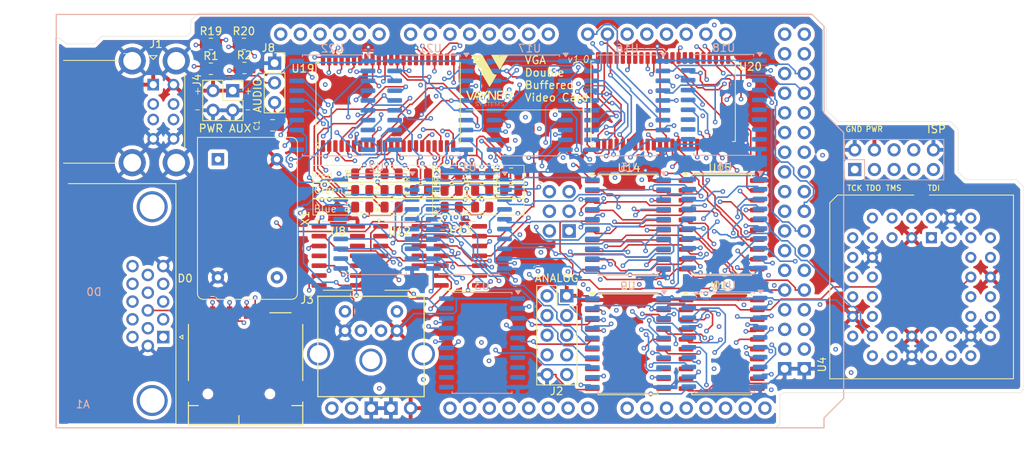
<source format=kicad_pcb>
(kicad_pcb (version 20240108) (generator "pcbnew") (generator_version "8.0")
  (layers (0 "F.Cu" signal) (1 "In1.Cu" signal) (2 "In2.Cu" signal) (3 "In3.Cu" signal) (4 "In4.Cu" signal) (31 "B.Cu" signal) (34 "B.Paste" user) (35 "F.Paste" user) (36 "B.SilkS" user "B.Silkscreen") (37 "F.SilkS" user "F.Silkscreen") (38 "B.Mask" user) (39 "F.Mask" user) (44 "Edge.Cuts" user))
  (net 0 "")
  (net 1 "PWR")
  (net 2 "Net-(J2-Pin_5)")
  (net 3 "~{H_SYNC}")
  (net 4 "Net-(J2-Pin_2)")
  (net 5 "~{V_SYNC}")
  (net 7 "/SD_CS")
  (net 8 "/PS2_CLK")
  (net 9 "GND")
  (net 11 "Net-(A1-D19{slash}RX1)")
  (net 12 "/PS2_DAT")
  (net 13 "Net-(A1-D18{slash}TX1)")
  (net 16 "Net-(J2-Pin_8)")
  (net 17 "Net-(J2-Pin_6)")
  (net 18 "Net-(J2-Pin_4)")
  (net 19 "Net-(J2-Pin_3)")
  (net 20 "Net-(J2-Pin_7)")
  (net 24 "Net-(J2-Pin_9)")
  (net 25 "READY")
  (net 26 "Net-(J8-Pin_2)")
  (net 29 "TDO")
  (net 32 "TMS")
  (net 33 "TCK")
  (net 34 "TDI")
  (net 39 "Net-(J7-Pad2)")
  (net 42 "DATA6")
  (net 43 "Net-(J7-Pad3)")
  (net 44 "Net-(J7-Pad13)")
  (net 45 "Net-(J7-Pad14)")
  (net 46 "Net-(J7-Pad1)")
  (net 47 "/MCU CE")
  (net 50 "Net-(U21-B0)")
  (net 51 "Net-(U21-B1)")
  (net 52 "Net-(U21-B2)")
  (net 53 "Net-(U21-B3)")
  (net 54 "Net-(U21-B4)")
  (net 55 "Net-(U21-B5)")
  (net 56 "Net-(U21-B6)")
  (net 57 "Net-(U21-B7)")
  (net 58 "Net-(U22-B0)")
  (net 59 "Net-(U22-B1)")
  (net 60 "Net-(U22-B2)")
  (net 61 "Net-(U22-B3)")
  (net 62 "Net-(U22-B4)")
  (net 63 "Net-(U22-B5)")
  (net 64 "Net-(U22-B6)")
  (net 65 "~{VGA_OUT}")
  (net 66 "Net-(U22-B7)")
  (net 67 "MEMADDR_BANK16")
  (net 68 "COUNTER_MEMADDR3")
  (net 69 "MEMADDR_BANK15")
  (net 70 "MEMADDR_BANK11")
  (net 71 "MEMADDR_BANK17")
  (net 72 "MEMADDR_BANK10")
  (net 73 "MEMADDR_BANK14")
  (net 74 "COUNTER_MEMADDR2")
  (net 75 "COUNTER_MEMADDR4")
  (net 76 "COUNTER_MEMADDR1")
  (net 77 "COUNTER_MEMADDR0")
  (net 78 "MEMADDR_BANK12")
  (net 79 "COUNTER_MEMADDR5")
  (net 80 "COUNTER_MEMADDR6")
  (net 81 "COUNTER_MEMADDR7")
  (net 82 "MEMADDR_BANK13")
  (net 83 "~{COUNTER_BANK1}")
  (net 84 "MEMADDR_BANK114")
  (net 85 "MEMADDR_BANK115")
  (net 86 "MEMADDR_BANK110")
  (net 87 "COUNTER_MEMADDR9")
  (net 88 "MEMADDR_BANK113")
  (net 89 "MEMADDR_BANK112")
  (net 90 "COUNTER_MEMADDR13")
  (net 91 "Net-(A1-PadD6)")
  (net 92 "COUNTER_MEMADDR8")
  (net 93 "COUNTER_MEMADDR10")
  (net 94 "COUNTER_MEMADDR14")
  (net 95 "MEMADDR_BANK18")
  (net 96 "COUNTER_MEMADDR15")
  (net 97 "COUNTER_MEMADDR11")
  (net 98 "COUNTER_MEMADDR12")
  (net 99 "MEMADDR_BANK111")
  (net 100 "MEMADDR_BANK19")
  (net 103 "COUNTER_MEMADDR17")
  (net 104 "MEMADDR_BANK116")
  (net 105 "MEMADDR_BANK117")
  (net 106 "COUNTER_MEMADDR19")
  (net 107 "COUNTER_MEMADDR18")
  (net 108 "MEMADDR_BANK119")
  (net 109 "MEMADDR_BANK118")
  (net 111 "COUNTER_MEMADDR16")
  (net 118 "BANK_SELECT")
  (net 122 "Net-(X1-OUT)")
  (net 125 "MEMADDR_BANK24")
  (net 126 "/MCU WE")
  (net 127 "MEMADDR_BANK26")
  (net 128 "MEMADDR_BANK21")
  (net 129 "DATA4")
  (net 130 "DATA7")
  (net 131 "DATA9")
  (net 132 "5V")
  (net 133 "DATA15")
  (net 134 "Net-(A1-D17{slash}RX2)")
  (net 135 "MEMADDR_BANK25")
  (net 136 "MEMADDR_BANK23")
  (net 137 "MEMADDR_BANK22")
  (net 138 "MEMADDR_BANK27")
  (net 139 "MEMADDR_BANK20")
  (net 140 "MEMADDR_BANK210")
  (net 141 "MEMADDR_BANK29")
  (net 142 "MEMADDR_BANK28")
  (net 143 "MEMADDR_BANK215")
  (net 144 "MEMADDR_BANK214")
  (net 145 "MEMADDR_BANK212")
  (net 146 "MEMADDR_BANK213")
  (net 147 "MEMADDR_BANK211")
  (net 149 "DATA0")
  (net 152 "MEMADDR_BANK218")
  (net 156 "MEMADDR_BANK216")
  (net 158 "MEMADDR_BANK219")
  (net 159 "MEMADDR_BANK217")
  (net 161 "~{MCU_OE}")
  (net 162 "~{MCU_WE}")
  (net 164 "3.3V")
  (net 165 "~{MCU_CE}")
  (net 166 "Net-(A1-PadD7)")
  (net 169 "DATA10")
  (net 174 "DATA8")
  (net 177 "DATA13")
  (net 179 "DATA3")
  (net 180 "DATA14")
  (net 181 "~{OE_BANK1}")
  (net 182 "~{OE_BANK2}")
  (net 184 "~{WE_BANK1}")
  (net 186 "Net-(A1-D16{slash}TX2)")
  (net 189 "DATA11")
  (net 190 "DATA5")
  (net 191 "DATA12")
  (net 192 "DATA1")
  (net 194 "~{WE_BANK2}")
  (net 195 "Net-(A1-SPI_MOSI)")
  (net 196 "/MCU OE")
  (net 197 "MCUMEMADDR1")
  (net 198 "DATA2")
  (net 199 "MCUMEMADDR17")
  (net 200 "MCUMEMADDR10")
  (net 201 "~{VGA_OUT 2}")
  (net 202 "~{VGA_OUT 1}")
  (net 211 "DATA_BANK13")
  (net 212 "DATA_BANK10")
  (net 213 "DATA_BANK14")
  (net 214 "DATA_BANK15")
  (net 215 "DATA_BANK16")
  (net 216 "DATA_BANK12")
  (net 217 "DATA_BANK11")
  (net 218 "DATA_BANK17")
  (net 219 "DATA_BANK25")
  (net 220 "DATA_BANK26")
  (net 221 "MCUMEMADDR4")
  (net 222 "MCUMEMADDR7")
  (net 223 "MCUMEMADDR15")
  (net 224 "MCUMEMADDR18")
  (net 225 "MCUMEMADDR8")
  (net 226 "MCUMEMADDR6")
  (net 227 "MCUMEMADDR5")
  (net 228 "MCUMEMADDR9")
  (net 229 "MCUMEMADDR3")
  (net 230 "MCUMEMADDR11")
  (net 231 "MCUMEMADDR14")
  (net 232 "MCUMEMADDR0")
  (net 233 "MCUMEMADDR2")
  (net 234 "MCUMEMADDR16")
  (net 235 "MCUMEMADDR12")
  (net 236 "MCUMEMADDR19")
  (net 237 "MCUMEMADDR13")
  (net 238 "Net-(A1-SPI_SCK)")
  (net 239 "DATA_BANK24")
  (net 240 "DATA_BANK23")
  (net 241 "DATA_BANK21")
  (net 243 "DATA_BANK20")
  (net 244 "DATA_BANK27")
  (net 245 "Net-(A1-SPI_MISO)")
  (net 246 "DATA_BANK22")
  (footprint "Package_SO:SO-14_3.9x8.65mm_P1.27mm" (layer "F.Cu") (at 79.775 162.34)
    (property "Reference" "U13")
    (property "Value" "74LS32")
  )
  (footprint "Package_SO:SOP-20_7.5x12.8mm_P1.27mm" (layer "F.Cu") (at 113.49 173.75)
    (property "Reference" "U11")
    (property "Value" "74HC245")
  )
  (footprint "Connector_PinSocket_2.54mm:PinSocket_1x03_P2.54mm_Vertical" (layer "F.Cu") (at 55.8 137.475)
    (property "Reference" "J8")
    (property "Value" "AUDIO")
  )
  (footprint "Connector_USB:USB_A_CUI_UJ2-ADH-TH_Horizontal_Stacked" (layer "F.Cu") (at 40.1423 140.25)
    (property "Reference" "J1")
    (property "Value" "USB_A_Stacked")
  )
  (footprint "Connector_Dsub:DSUB-15-HD_Female_Horizontal_P2.29x1.98mm_EdgePinOffset8.35mm_Housed_MountingHolesOffset10.89mm" (layer "F.Cu") (at 41.43 172.82 -90)
    (property "Reference" "J7" (hide yes))
    (property "Value" "DE15_Receptacle_HighDensity")
  )
  (footprint "Package_SO:SO-14_3.9x8.65mm_P1.27mm" (layer "F.Cu") (at 71.975 162.34)
    (property "Reference" "U12")
    (property "Value" "74LS08")
  )
  (footprint "Package_SO:SOP-20_7.5x12.8mm_P1.27mm" (layer "F.Cu") (at 101.4 173.75)
    (property "Reference" "U7")
    (property "Value" "74HC245")
  )
  (footprint "Resistor_SMD:R_0805_2012Metric" (layer "F.Cu") (at 67.1125 156.05)
    (property "Reference" "R3")
    (property "Value" "R800")
  )
  (footprint "Package_LCC:PLCC-44_THT-Socket" (layer "F.Cu") (at 140.56 160)
    (property "Reference" "U4")
    (property "Value" "~")
  )
  (footprint "Resistor_SMD:R_0805_2012Metric" (layer "F.Cu") (at 82.5875 153.9)
    (property "Reference" "R14")
    (property "Value" "R1.2K")
  )
  (footprint "arduino-library:Arduino_Due_Shield" (layer "F.Cu") (at 27.6352 184.531)
    (property "Reference" "A1")
    (property "Value" "Arduino_Due_Shield")
  )
  (footprint "Package_SO:SOP-20_7.5x12.8mm_P1.27mm" (layer "F.Cu") (at 101.4 158.385)
    (property "Reference" "U14")
    (property "Value" "DATA_BANK1")
  )
  (footprint "Libraries:mini-DIN 6" (layer "F.Cu") (at 68.24 180.51 180)
    (property "Reference" "J3")
    (property "Value" "Mini-DIN-6")
  )
  (footprint "Resistor_SMD:R_0805_2012Metric" (layer "F.Cu") (at 78.6625 156.05)
    (property "Reference" "R11")
    (property "Value" "R800")
  )
  (footprint "Resistor_SMD:R_0805_2012Metric" (layer "F.Cu") (at 51.9125 138.1)
    (property "Reference" "R2")
    (property "Value" "R3.9K")
  )
  (footprint "Resistor_SMD:R_0805_2012Metric" (layer "F.Cu") (at 86.3375 153.9)
    (property "Reference" "R15")
    (property "Value" "R470")
  )
  (footprint "Oscillator:Oscillator_DIP-14" (layer "F.Cu") (at 48.49 149.88 -90)
    (property "Reference" "X1")
    (property "Value" "TCXO-14")
  )
  (footprint "Resistor_SMD:R_0805_2012Metric" (layer "F.Cu") (at 70.9125 151.75)
    (property "Reference" "R9")
    (property "Value" "R1.8K")
  )
  (footprint "Resistor_SMD:R_0805_2012Metric" (layer "F.Cu") (at 82.5875 151.75)
    (property "Reference" "R17")
    (property "Value" "R1.8K")
  )
  (footprint "Package_SO:TSOP-II-44_10.16x18.41mm_P0.8mm" (layer "F.Cu") (at 105.94 142.3975 90)
    (property "Reference" "U20")
    (property "Value" "K6X8008T2B-TF55")
  )
  (footprint "Resistor_SMD:R_0805_2012Metric" (layer "F.Cu") (at 74.6875 153.9)
    (property "Reference" "R7")
    (property "Value" "R470")
  )
  (footprint "Resistor_SMD:R_0805_2012Metric" (layer "F.Cu") (at 86.3375 151.75)
    (property "Reference" "R18")
    (property "Value" "R470")
  )
  (footprint "Package_SO:TSOP-II-44_10.16x18.41mm_P0.8mm" (layer "F.Cu") (at 70.45 142.5875 90)
    (property "Reference" "U19")
    (property "Value" "K6X8008T2B-TF55")
  )
  (footprint "Resistor_SMD:R_0805_2012Metric" (layer "F.Cu") (at 47.5875 138.2)
    (property "Reference" "R1")
    (property "Value" "R490K")
  )
  (footprint "Resistor_SMD:R_0805_2012Metric" (layer "F.Cu") (at 67.1125 151.75)
    (property "Reference" "R8")
    (property "Value" "R2.2K")
  )
  (footprint "Resistor_SMD:R_0805_2012Metric" (layer "F.Cu") (at 78.6625 153.9)
    (property "Reference" "R13")
    (property "Value" "R1.8K")
  )
  (footprint "Resistor_SMD:R_0805_2012Metric" (layer "F.Cu") (at 74.6875 151.75)
    (property "Reference" "R10")
    (property "Value" "R470")
  )
  (footprint "Capacitor_SMD:C_0805_2012Metric" (layer "F.Cu") (at 55.55 145.5 180)
    (property "Reference" "C1")
    (property "Value" "4.7nF")
  )
  (footprint "Resistor_SMD:R_0805_2012Metric" (layer "F.Cu") (at 51.8375 135)
    (property "Reference" "R20")
    (property "Value" "R100")
  )
  (footprint "Resistor_SMD:R_0805_2012Metric" (layer "F.Cu") (at 78.6625 151.75)
    (property "Reference" "R16")
    (property "Value" "R2.2K")
  )
  (footprint "Connector_PinSocket_2.54mm:PinSocket_2x05_P2.54mm_Vertical" (layer "F.Cu") (at 93.5 167.5)
    (property "Reference" "J2")
    (property "Value" "ANALOG")
  )
  (footprint "Resistor_SMD:R_0805_2012Metric" (layer "F.Cu") (at 70.9125 156.05)
    (property "Reference" "R4")
    (property "Value" "R470")
  )
  (footprint "Resistor_SMD:R_0805_2012Metric" (layer "F.Cu") (at 47.5875 135)
    (property "Reference" "R19")
    (property "Value" "R100")
  )
  (footprint "Connector_PinSocket_2.54mm:PinSocket_2x02_P2.54mm_Vertical" (layer "F.Cu") (at 50.4 141.02)
    (property "Reference" "J4")
    (property "Value" "PWR AUX")
  )
  (footprint "Package_SO:SO-14_3.9x8.65mm_P1.27mm" (layer "F.Cu") (at 64.025 162.34)
    (property "Reference" "U8")
    (property "Value" "74HC14")
  )
  (footprint "Resistor_SMD:R_0805_2012Metric" (layer "F.Cu") (at 67.1125 153.9)
    (property "Reference" "R5")
    (property "Value" "R1.8K")
  )
  (footprint "Package_SO:SOP-20_7.5x12.8mm_P1.27mm" (layer "F.Cu") (at 113.49 158.34)
    (property "Reference" "U15")
    (property "Value" "DATA_BANK2")
  )
  (footprint "Resistor_SMD:R_0805_2012Metric" (layer "F.Cu") (at 82.5875 156.05)
    (property "Reference" "R12")
    (property "Value" "R470")
  )
  (footprint "SDCard:J_SD_Card-micro_socket_A" (layer "F.Cu") (at 51.185 176.6819 180)
    (property "Reference" "J6" (hide yes))
    (property "Value" "Micro_SD_Card" (hide yes))
  )
  (footprint "Resistor_SMD:R_0805_2012Metric" (layer "F.Cu") (at 70.9125 153.9)
    (property "Reference" "R6")
    (property "Value" "R1.2K")
  )
  (footprint "Package_SO:SOP-20_7.5x12.8mm_P1.27mm" (layer "B.Cu") (at 101.4 173.57 180)
    (property "Reference" "U9")
    (property "Value" "74HC245")
  )
  (footprint "Package_SO:SOP-20_7.5x12.8mm_P1.27mm" (layer "B.Cu") (at 82.57 173.57 180)
    (property "Reference" "U3")
    (property "Value" "74HC245")
  )
  (footprint "Package_SO:SOP-20_7.5x12.8mm_P1.27mm" (layer "B.Cu") (at 75.9 142.925 180)
    (property "Reference" "U21")
    (property "Value" "74HC245")
  )
  (footprint "Package_SO:SOP-20_7.5x12.8mm_P1.27mm" (layer "B.Cu") (at 113.76 142.855 180)
    (property "Reference" "U18")
    (property "Value" "74HC245")
  )
  (footprint "Package_SO:SOP-20_7.5x12.8mm_P1.27mm" (layer "B.Cu") (at 101.31 142.925 180)
    (property "Reference" "U16")
    (property "Value" "74HC245")
  )
  (footprint "Package_SO:SOP-20_7.5x12.8mm_P1.27mm" (layer "B.Cu") (at 113.85 173.5 180)
    (property "Reference" "U10")
    (property "Value" "74HC245")
  )
  (footprint "Package_SO:SOP-20_7.5x12.8mm_P1.27mm" (layer "B.Cu") (at 101.4 158.25 180)
    (property "Reference" "U5")
    (property "Value" "74HC245")
  )
  (footprint "Connector_PinSocket_2.54mm:PinSocket_2x05_P2.54mm_Vertical" (layer "B.Cu") (at 130.66 151.2 -90)
    (property "Reference" "J5")
    (property "Value" "ISP")
  )
  (footprint "Package_SO:SOP-20_7.5x12.8mm_P1.27mm" (layer "B.Cu") (at 113.85 158.18 180)
    (property "Reference" "U6")
    (property "Value" "74HC245")
  )
  (footprint "Package_SO:SOP-20_7.5x12.8mm_P1.27mm" (layer "B.Cu") (at 68.94 158.25 180)
    (property "Reference" "U2")
    (property "Value" "74HC245")
  )
  (footprint "Package_SO:SOP-20_7.5x12.8mm_P1.27mm" (layer "B.Cu") (at 88.72 142.925 180)
    (property "Reference" "U17")
    (property "Value" "74HC245")
  )
  (footprint "Package_SO:SOP-20_7.5x12.8mm_P1.27mm" (layer "B.Cu") (at 80.87 158.25 180)
    (property "Reference" "U1")
    (property "Value" "74HC245")
  )
  (footprint "Package_SO:SOP-20_7.5x12.8mm_P1.27mm" (layer "B.Cu") (at 63.25 142.925 180)
    (property "Reference" "U22")
    (property "Value" "74HC245")
  )
  (gr_line (start 76.2 150.7) (end 76.2 157) (stroke (width 0.1)) (layer "F.SilkS"))
  (gr_line (start 80.5 143.5) (end 96 143.5) (stroke (width 0.1)) (layer "F.SilkS"))
  (gr_line (start 52.7 141.1) (end 52.4 141.1) (stroke (width 0.1)) (layer "F.SilkS"))
  (gr_line (start 52.1 141.1) (end 52.7 141.1) (stroke (width 0.1)) (layer "F.SilkS"))
  (gr_poly (pts (xy 86.191926 141.033765) (xy 86.213384 141.034226) (xy 86.234101 141.03561) (xy 86.254074 141.037914) (xy 86.273298 141.041137) (xy 86.291771 141.045277) (xy 86.309489 141.050333) (xy 86.318064 141.053203) (xy 86.326449 141.056301) (xy 86.334643 141.059628) (xy 86.342647 141.063182) (xy 86.350459 141.066963) (xy 86.35808 141.070972) (xy 86.365508 141.075208) (xy 86.372744 141.079671) (xy 86.379787 141.084361) (xy 86.386637 141.089276) (xy 86.393293 141.094419) (xy 86.399754 141.099787) (xy 86.406021 141.10538) (xy 86.412093 141.1112) (xy 86.41797 141.117245) (xy 86.42365 141.123514) (xy 86.429134 141.130009) (xy 86.434421 141.136729) (xy 86.439511 141.143672) (xy 86.444404 141.150841) (xy 86.453364 141.165415) (xy 86.461355 141.180478) (xy 86.468431 141.195979) (xy 86.474645 141.211867) (xy 86.480052 141.228089) (xy 86.484706 141.244593) (xy 86.488661 141.261329) (xy 86.49197 141.278245) (xy 86.494687 141.295288) (xy 86.496868 141.312407) (xy 86.498564 141.329552) (xy 86.499832 141.346669) (xy 86.501293 141.380615) (xy 86.501685 141.413834) (xy 86.501292 141.446402) (xy 86.499831 141.479187) (xy 86.498567 141.495602) (xy 86.496878 141.511999) (xy 86.49471 141.528356) (xy 86.492011 141.544646) (xy 86.488727 141.560848) (xy 86.484806 141.576936) (xy 86.480194 141.592888) (xy 86.47484 141.608679) (xy 86.468689 141.624284) (xy 86.46169 141.639681) (xy 86.453788 141.654845) (xy 86.444932 141.669752) (xy 86.43532 141.683805) (xy 86.42488 141.697034) (xy 86.413635 141.709428) (xy 86.401607 141.720976) (xy 86.388819 141.731665) (xy 86.375295 141.741484) (xy 86.361057 141.750423) (xy 86.346128 141.758469) (xy 86.33053 141.765612) (xy 86.314287 141.771839) (xy 86.297422 141.77714) (xy 86.279957 141.781502) (xy 86.261916 141.784915) (xy 86.24332 141.787367) (xy 86.224194 141.788847) (xy 86.20456 141.789343) (xy 86.095685 141.789343) (xy 86.50969 142.138856) (xy 86.512713 142.141613) (xy 86.515483 142.144564) (xy 86.517994 142.147692) (xy 86.520242 142.150981) (xy 86.522223 142.154414) (xy 86.523931 142.157973) (xy 86.525363 142.161641) (xy 86.526513 142.165403) (xy 86.527377 142.16924) (xy 86.527951 142.173136) (xy 86.528229 142.177074) (xy 86.528208 142.181037) (xy 86.527883 142.185008) (xy 86.527248 142.18897) (xy 86.5263 142.192907) (xy 86.525035 142.196801) (xy 86.52348 142.200577) (xy 86.521652 142.204184) (xy 86.519568 142.20761) (xy 86.51724 142.210845) (xy 86.514685 142.21388) (xy 86.511915 142.216705) (xy 86.508947 142.219308) (xy 86.505794 142.22168) (xy 86.502472 142.223812) (xy 86.498994 142.225692) (xy 86.495376 142.22731) (xy 86.491632 142.228658) (xy 86.487777 142.229723) (xy 86.483825 142.230497) (xy 86.479791 142.230968) (xy 86.47569 142.231128) (xy 86.351865 142.231128) (xy 86.349526 142.231075) (xy 86.3472 142.230918) (xy 86.344889 142.230659) (xy 86.342597 142.230298) (xy 86.340327 142.229838) (xy 86.338083 142.229278) (xy 86.335867 142.228621) (xy 86.333683 142.227868) (xy 86.331534 142.227021) (xy 86.329422 142.22608) (xy 86.327352 142.225047) (xy 86.325327 142.223924) (xy 86.323349 142.222712) (xy 86.321422 142.221411) (xy 86.319549 142.220024) (xy 86.317733 142.218552) (xy 85.833417 141.806467) (xy 85.833389 141.806422) (xy 85.833362 141.806379) (xy 85.833334 141.806339) (xy 85.833307 141.806302) (xy 85.83328 141.806267) (xy 85.833253 141.806234) (xy 85.833225 141.806202) (xy 85.833197 141.806173) (xy 85.833169 141.806144) (xy 85.83314 141.806117) (xy 85.83311 141.806091) (xy 85.833079 141.806066) (xy 85.833047 141.806041) (xy 85.833013 141.806016) (xy 85.832978 141.805992) (xy 85.832942 141.805967) (xy 85.829436 141.802917) (xy 85.820432 141.79501) (xy 85.816166 141.791107) (xy 85.812085 141.787183) (xy 85.80821 141.783193) (xy 85.804563 141.779095) (xy 85.801163 141.774847) (xy 85.798033 141.770406) (xy 85.795192 141.76573) (xy 85.792662 141.760775) (xy 85.790465 141.755499) (xy 85.788619 141.74986) (xy 85.787836 141.74689) (xy 85.787148 141.743814) (xy 85.786559 141.740626) (xy 85.786071 141.73732) (xy 85.785687 141.733891) (xy 85.785409 141.730334) (xy 85.785184 141.722815) (xy 85.785184 141.697865) (xy 85.785294 141.693113) (xy 85.785622 141.688448) (xy 85.786164 141.683873) (xy 85.786915 141.679394) (xy 85.78787 141.675013) (xy 85.789026 141.670735) (xy 85.790378 141.666565) (xy 85.791923 141.662507) (xy 85.793654 141.658565) (xy 85.795569 141.654743) (xy 85.797663 141.651046) (xy 85.799932 141.647477) (xy 85.802371 141.644041) (xy 85.804976 141.640742) (xy 85.807742 141.637584) (xy 85.810666 141.634572) (xy 85.813744 141.63171) (xy 85.816969 141.629002) (xy 85.82034 141.626452) (xy 85.82385 141.624065) (xy 85.827497 141.621844) (xy 85.831275 141.619794) (xy 85.83518 141.61792) (xy 85.839208 141.616224) (xy 85.843355 141.614713) (xy 85.847616 141.613389) (xy 85.851987 141.612257) (xy 85.856463 141.611322) (xy 85.861041 141.610587) (xy 85.865716 141.610057) (xy 85.870484 141.609736) (xy 85.87534 141.609628) (xy 86.21546 141.609628) (xy 86.218792 141.609562) (xy 86.222052 141.609368) (xy 86.22524 141.609053) (xy 86.228354 141.608623) (xy 86.231395 141.608082) (xy 86.234362 141.607439) (xy 86.237254 141.606698) (xy 86.240069 141.605866) (xy 86.242809 141.604949) (xy 86.245471 141.603953) (xy 86.248055 141.602884) (xy 86.250561 141.601748) (xy 86.252988 141.600551) (xy 86.255335 141.599299) (xy 86.257601 141.597998) (xy 86.259786 141.596654) (xy 86.261889 141.595274) (xy 86.263909 141.593864) (xy 86.267699 141.590975) (xy 86.271149 141.588037) (xy 86.274256 141.585099) (xy 86.277012 141.582207) (xy 86.279413 141.579413) (xy 86.281453 141.576763) (xy 86.283127 141.574306) (xy 86.285852 141.569004) (xy 86.288398 141.563042) (xy 86.290766 141.556414) (xy 86.292955 141.549116) (xy 86.294966 141.541144) (xy 86.296799 141.532492) (xy 86.298456 141.523156) (xy 86.299936 141.513131) (xy 86.30237 141.490995) (xy 86.304103 141.466045) (xy 86.30514 141.438245) (xy 86.305485 141.407555) (xy 86.305485 141.403454) (xy 86.305441 141.38735) (xy 86.304985 141.36708) (xy 86.303704 141.344077) (xy 86.302626 141.331998) (xy 86.301186 141.319773) (xy 86.299334 141.307582) (xy 86.297019 141.295603) (xy 86.294187 141.284015) (xy 86.290789 141.272999) (xy 86.286772 141.262732) (xy 86.284516 141.257936) (xy 86.282085 141.253395) (xy 86.279474 141.24913) (xy 86.276676 141.245165) (xy 86.273685 141.241522) (xy 86.270495 141.238223) (xy 86.265843 141.234435) (xy 86.262911 141.232406) (xy 86.259544 141.230329) (xy 86.255716 141.228236) (xy 86.251404 141.226158) (xy 86.246582 141.224128) (xy 86.241226 141.222177) (xy 86.235312 141.220337) (xy 86.228816 141.218639) (xy 86.221713 141.217115) (xy 86.213978 141.215798) (xy 86.205588 141.214718) (xy 86.196517 141.213907) (xy 86.186742 141.213397) (xy 86.176238 141.21322) (xy 85.72797 141.21322) (xy 85.725217 141.213229) (xy 85.722749 141.213257) (xy 85.720548 141.213305) (xy 85.718592 141.213376) (xy 85.716862 141.213472) (xy 85.715338 141.213593) (xy 85.714648 141.213665) (xy 85.714001 141.213743) (xy 85.713396 141.21383) (xy 85.71283 141.213923) (xy 85.712301 141.214025) (xy 85.711806 141.214135) (xy 85.711342 141.214254) (xy 85.710908 141.214381) (xy 85.7105 141.214517) (xy 85.710117 141.214663) (xy 85.709755 141.214817) (xy 85.709413 141.214982) (xy 85.709087 141.215156) (xy 85.708775 141.21534) (xy 85.708476 141.215535) (xy 85.708186 141.21574) (xy 85.707902 141.215956) (xy 85.707623 141.216182) (xy 85.707068 141.21667) (xy 85.706098 141.217569) (xy 85.705634 141.218049) (xy 85.705188 141.218573) (xy 85.704761 141.219156) (xy 85.704357 141.219815) (xy 85.703979 141.220568) (xy 85.703629 141.221429) (xy 85.70331 141.222418) (xy 85.703025 141.223549) (xy 85.702776 141.224839) (xy 85.702566 141.226306) (xy 85.702398 141.227966) (xy 85.702275 141.229835) (xy 85.702199 141.231931) (xy 85.702173 141.234269) (xy 85.702173 142.178693) (xy 85.702105 142.181387) (xy 85.701902 142.184046) (xy 85.701567 142.186666) (xy 85.701105 142.189245) (xy 85.700518 142.191778) (xy 85.699809 142.194263) (xy 85.698982 142.196697) (xy 85.69804 142.199075) (xy 85.696987 142.201396) (xy 85.695826 142.203654) (xy 85.694559 142.205848) (xy 85.693191 142.207974) (xy 85.691725 142.210028) (xy 85.690164 142.212007) (xy 85.688511 142.213908) (xy 85.68677 142.215728) (xy 85.684943 142.217463) (xy 85.683035 142.21911) (xy 85.681049 142.220666) (xy 85.678987 142.222127) (xy 85.676853 142.223491) (xy 85.674651 142.224753) (xy 85.672384 142.22591) (xy 85.670054 142.22696) (xy 85.667667 142.227899) (xy 85.665223 142.228723) (xy 85.662728 142.229429) (xy 85.660184 142.230015) (xy 85.657595 142.230476) (xy 85.654964 142.230809) (xy 85.652293 142.231012) (xy 85.649588 142.23108) (xy 85.564988 142.23108) (xy 85.562282 142.231012) (xy 85.559612 142.230809) (xy 85.556981 142.230476) (xy 85.554391 142.230014) (xy 85.551848 142.229429) (xy 85.549352 142.228722) (xy 85.546909 142.227898) (xy 85.544521 142.226959) (xy 85.542192 142.225909) (xy 85.539925 142.224752) (xy 85.537723 142.223489) (xy 85.535589 142.222126) (xy 85.533527 142.220665) (xy 85.531541 142.219109) (xy 85.529633 142.217461) (xy 85.527806 142.215726) (xy 85.526065 142.213906) (xy 85.524412 142.212005) (xy 85.522851 142.210025) (xy 85.521385 142.207971) (xy 85.520017 142.205846) (xy 85.51875 142.203652) (xy 85.517589 142.201393) (xy 85.516536 142.199073) (xy 85.515594 142.196695) (xy 85.514767 142.194261) (xy 85.514058 142.191776) (xy 85.513471 142.189243) (xy 85.513009 142.186665) (xy 85.512674 142.184045) (xy 85.512471 142.181387) (xy 85.512403 142.178693) (xy 85.512403 141.252986) (xy 85.512526 141.234404) (xy 85.512818 141.224592) (xy 85.513388 141.214484) (xy 85.514326 141.204121) (xy 85.515727 141.19354) (xy 85.517681 141.182781) (xy 85.520282 141.171883) (xy 85.523622 141.160886) (xy 85.527793 141.149827) (xy 85.532887 141.138746) (xy 85.538997 141.127683) (xy 85.542461 141.12217) (xy 85.546214 141.116675) (xy 85.550268 141.111205) (xy 85.554633 141.105763) (xy 85.559321 141.100355) (xy 85.564344 141.094986) (xy 85.569713 141.089659) (xy 85.57544 141.084381) (xy 85.575488 141.084361) (xy 85.575537 141.084339) (xy 85.575562 141.084327) (xy 85.575587 141.084314) (xy 85.575613 141.084301) (xy 85.575638 141.084286) (xy 85.575664 141.084271) (xy 85.575689 141.084255) (xy 85.575715 141.084237) (xy 85.57574 141.084219) (xy 85.575766 141.084199) (xy 85.575791 141.084178) (xy 85.575816 141.084155) (xy 85.575841 141.084132) (xy 85.585439 141.07624) (xy 85.595124 141.069204) (xy 85.604876 141.062974) (xy 85.614677 141.057504) (xy 85.62451 141.052745) (xy 85.634356 141.04865) (xy 85.644198 141.045172) (xy 85.654016 141.042262) (xy 85.663794 141.039873) (xy 85.673512 141.037957) (xy 85.683153 141.036467) (xy 85.692698 141.035355) (xy 85.70213 141.034573) (xy 85.71143 141.034073) (xy 85.729562 141.03373) (xy 86.191918 141.03373)) (stroke (width -0.000001)) (fill solid) (layer "F.SilkS"))
  (gr_poly (pts (xy 84.111778 142.53852) (xy 83.823449 142.53852) (xy 83.82193 142.538553) (xy 83.820312 142.53865) (xy 83.818614 142.53881) (xy 83.816854 142.539031) (xy 83.815053 142.53931) (xy 83.813228 142.539644) (xy 83.811398 142.540032) (xy 83.809583 142.540473) (xy 83.807802 142.540962) (xy 83.806072 142.541499) (xy 83.804414 142.542081) (xy 83.802846 142.542706) (xy 83.801387 142.543372) (xy 83.800055 142.544077) (xy 83.79887 142.544818) (xy 83.797851 142.545594) (xy 83.797142 142.546217) (xy 83.796477 142.546879) (xy 83.795855 142.547577) (xy 83.795275 142.548308) (xy 83.794735 142.54907) (xy 83.794233 142.549859) (xy 83.793768 142.550672) (xy 83.793339 142.551507) (xy 83.792583 142.553231) (xy 83.791952 142.555007) (xy 83.791435 142.556812) (xy 83.791022 142.558622) (xy 83.7907 142.560416) (xy 83.790458 142.562169) (xy 83.790285 142.563858) (xy 83.790168 142.565461) (xy 83.790062 142.568314) (xy 83.790046 142.570544) (xy 83.790046 142.730813) (xy 84.104702 142.730813) (xy 84.104702 142.764945) (xy 83.790048 142.764945) (xy 83.790048 142.94228) (xy 83.790074 142.943392) (xy 83.790152 142.944591) (xy 83.790282 142.945862) (xy 83.790467 142.947191) (xy 83.790706 142.948562) (xy 83.791 142.949961) (xy 83.791351 142.951373) (xy 83.791759 142.952784) (xy 83.792226 142.954178) (xy 83.792751 142.955542) (xy 83.793336 142.956861) (xy 83.793982 142.958119) (xy 83.794689 142.959302) (xy 83.795459 142.960395) (xy 83.795868 142.960904) (xy 83.796293 142.961385) (xy 83.796733 142.961836) (xy 83.79719 142.962255) (xy 83.797694 142.962663) (xy 83.798274 142.963057) (xy 83.79964 142.963802) (xy 83.801256 142.964491) (xy 83.803086 142.965126) (xy 83.805095 142.965706) (xy 83.80725 142.966233) (xy 83.809516 142.966707) (xy 83.811858 142.967128) (xy 83.816634 142.967815) (xy 83.821301 142.968299) (xy 83.825583 142.968587) (xy 83.829205 142.968681) (xy 84.114689 142.968681) (xy 84.114689 143.002878) (xy 83.819219 143.002867) (xy 83.81271 143.002867) (xy 83.806073 143.002735) (xy 83.802727 143.002556) (xy 83.799374 143.002269) (xy 83.796022 143.001849) (xy 83.792679 143.00127) (xy 83.789352 143.000507) (xy 83.786051 142.999535) (xy 83.782784 142.99833) (xy 83.779557 142.996865) (xy 83.777962 142.996028) (xy 83.77638 142.995117) (xy 83.774813 142.994128) (xy 83.773261 142.993059) (xy 83.771726 142.991907) (xy 83.770208 142.990668) (xy 83.768709 142.989339) (xy 83.767229 142.987917) (xy 83.765868 142.986499) (xy 83.764589 142.985049) (xy 83.762262 142.982059) (xy 83.76023 142.978959) (xy 83.758471 142.97576) (xy 83.756967 142.972474) (xy 83.755698 142.969111) (xy 83.754643 142.965684) (xy 83.753783 142.962203) (xy 83.753098 142.958681) (xy 83.752569 142.955128) (xy 83.752176 142.951556) (xy 83.751898 142.947976) (xy 83.751612 142.94084) (xy 83.751552 142.93381) (xy 83.751552 142.57054) (xy 83.751582 142.567849) (xy 83.751672 142.565244) (xy 83.751818 142.562724) (xy 83.752016 142.560289) (xy 83.752264 142.557938) (xy 83.752558 142.555669) (xy 83.752895 142.553482) (xy 83.753271 142.551376) (xy 83.753684 142.549351) (xy 83.75413 142.547404) (xy 83.754606 142.545536) (xy 83.755109 142.543745) (xy 83.755635 142.542031) (xy 83.756182 142.540393) (xy 83.756745 142.538829) (xy 83.757322 142.537339) (xy 83.758504 142.534579) (xy 83.759702 142.532103) (xy 83.760891 142.529906) (xy 83.762043 142.527979) (xy 83.763133 142.526318) (xy 83.764135 142.524913) (xy 83.765023 142.523758) (xy 83.765772 142.522847) (xy 83.767123 142.521296) (xy 83.768499 142.519833) (xy 83.769897 142.518457) (xy 83.771318 142.517163) (xy 83.774226 142.514815) (xy 83.777216 142.51277) (xy 83.780284 142.511007) (xy 83.783425 142.509504) (xy 83.786635 142.508242) (xy 83.789907 142.507201) (xy 83.793237 142.506358) (xy 83.796621 142.505695) (xy 83.800053 142.50519) (xy 83.803528 142.504823) (xy 83.807041 142.504573) (xy 83.810588 142.50442) (xy 83.817762 142.504323) (xy 84.111778 142.504323)) (stroke (width -0.000001)) (fill solid) (layer "F.SilkS"))
  (gr_poly (pts (xy 84.788104 142.498708) (xy 84.790682 142.498881) (xy 84.793198 142.499165) (xy 84.795651 142.499559) (xy 84.79804 142.50006) (xy 84.800363 142.500666) (xy 84.802618 142.501375) (xy 84.804804 142.502184) (xy 84.806919 142.503091) (xy 84.808962 142.504094) (xy 84.810932 142.50519) (xy 84.812825 142.506376) (xy 84.814642 142.507652) (xy 84.81638 142.509014) (xy 84.818038 142.510459) (xy 84.819614 142.511987) (xy 84.821107 142.513593) (xy 84.822515 142.515277) (xy 84.823836 142.517035) (xy 84.82507 142.518865) (xy 84.826213 142.520766) (xy 84.827266 142.522734) (xy 84.828226 142.524767) (xy 84.829091 142.526863) (xy 84.829861 142.529019) (xy 84.830533 142.531234) (xy 84.831106 142.533505) (xy 84.831578 142.535829) (xy 84.831948 142.538205) (xy 84.832215 142.540629) (xy 84.832376 142.5431) (xy 84.83243 142.545615) (xy 84.83243 143.002878) (xy 84.793999 143.002878) (xy 84.793999 142.545615) (xy 84.79398 142.544701) (xy 84.793926 142.543827) (xy 84.793837 142.542994) (xy 84.793716 142.5422) (xy 84.793564 142.541445) (xy 84.793383 142.540727) (xy 84.793175 142.540047) (xy 84.792941 142.539403) (xy 84.792683 142.538794) (xy 84.792402 142.53822) (xy 84.792101 142.53768) (xy 84.791781 142.537173) (xy 84.791444 142.536699) (xy 84.791091 142.536256) (xy 84.790724 142.535844) (xy 84.790345 142.535462) (xy 84.789956 142.535109) (xy 84.789558 142.534784) (xy 84.789152 142.534488) (xy 84.788742 142.534218) (xy 84.788328 142.533974) (xy 84.787911 142.533755) (xy 84.787495 142.533561) (xy 84.78708 142.533391) (xy 84.78626 142.533119) (xy 84.785467 142.532932) (xy 84.784713 142.532824) (xy 84.784012 142.53279) (xy 84.783607 142.532815) (xy 84.783186 142.532887) (xy 84.782752 142.533005) (xy 84.782304 142.533167) (xy 84.781846 142.533371) (xy 84.781377 142.533614) (xy 84.780417 142.534211) (xy 84.779435 142.534941) (xy 84.778443 142.535788) (xy 84.777453 142.536735) (xy 84.776475 142.537765) (xy 84.775523 142.538862) (xy 84.774606 142.54001) (xy 84.773738 142.54119) (xy 84.772929 142.542388) (xy 84.772191 142.543586) (xy 84.771536 142.544767) (xy 84.770975 142.545916) (xy 84.770519 142.547015) (xy 84.601054 142.954405) (xy 84.598653 142.960072) (xy 84.596248 142.965546) (xy 84.593819 142.970804) (xy 84.591344 142.97582) (xy 84.588803 142.980573) (xy 84.586175 142.985036) (xy 84.583439 142.989188) (xy 84.582024 142.991139) (xy 84.580574 142.993004) (xy 84.579087 142.994778) (xy 84.57756 142.99646) (xy 84.57599 142.998046) (xy 84.574375 142.999532) (xy 84.572712 143.000917) (xy 84.570999 143.002197) (xy 84.569232 143.00337) (xy 84.56741 143.004431) (xy 84.56553 143.005379) (xy 84.563589 143.00621) (xy 84.561585 143.006922) (xy 84.559514 143.00751) (xy 84.557375 143.007973) (xy 84.555165 143.008308) (xy 84.55288 143.008511) (xy 84.55052 143.008579) (xy 84.548159 143.008511) (xy 84.545875 143.008307) (xy 84.543664 143.007972) (xy 84.541525 143.007507) (xy 84.539454 143.006917) (xy 84.53745 143.006204) (xy 84.535509 143.005371) (xy 84.533629 143.004421) (xy 84.531807 143.003357) (xy 84.53004 143.002182) (xy 84.528327 143.0009) (xy 84.526664 142.999513) (xy 84.523479 142.996436) (xy 84.520465 142.992976) (xy 84.5176 142.989157) (xy 84.514864 142.985004) (xy 84.512236 142.98054) (xy 84.509695 142.975789) (xy 84.50722 142.970776) (xy 84.50479 142.965525) (xy 84.499985 142.954405) (xy 84.33052 142.547015) (xy 84.330055 142.545916) (xy 84.329487 142.544767) (xy 84.328827 142.543586) (xy 84.328085 142.542388) (xy 84.327274 142.54119) (xy 84.326404 142.54001) (xy 84.325487 142.538862) (xy 84.324534 142.537765) (xy 84.323556 142.536735) (xy 84.322565 142.535788) (xy 84.321571 142.534941) (xy 84.321077 142.534561) (xy 84.320586 142.534211) (xy 84.3201 142.533895) (xy 84.319621 142.533614) (xy 84.31915 142.533371) (xy 84.318688 142.533167) (xy 84.318237 142.533005) (xy 84.317797 142.532887) (xy 84.317371 142.532815) (xy 84.31696 142.53279) (xy 84.31626 142.532824) (xy 84.315507 142.532931) (xy 84.314714 142.533117) (xy 84.313894 142.533388) (xy 84.313063 142.53375) (xy 84.312232 142.534211) (xy 84.311416 142.534776) (xy 84.311018 142.5351) (xy 84.310629 142.535452) (xy 84.31025 142.535834) (xy 84.309883 142.536246) (xy 84.30953 142.536688) (xy 84.309193 142.537162) (xy 84.308872 142.537669) (xy 84.308571 142.538209) (xy 84.30829 142.538783) (xy 84.308032 142.539392) (xy 84.307798 142.540037) (xy 84.307589 142.540718) (xy 84.307408 142.541436) (xy 84.307256 142.542193) (xy 84.307135 142.542988) (xy 84.307047 142.543823) (xy 84.306992 142.544698) (xy 84.306974 142.545615) (xy 84.306974 143.002878) (xy 84.268606 143.002878) (xy 84.268606 142.545615) (xy 84.26866 142.543106) (xy 84.26882 142.54064) (xy 84.269085 142.53822) (xy 84.269454 142.535848) (xy 84.269925 142.533527) (xy 84.270497 142.531259) (xy 84.271167 142.529046) (xy 84.271935 142.526891) (xy 84.272798 142.524796) (xy 84.273756 142.522763) (xy 84.274806 142.520795) (xy 84.275948 142.518895) (xy 84.277179 142.517064) (xy 84.278499 142.515305) (xy 84.279905 142.51362) (xy 84.281396 142.512012) (xy 84.282971 142.510483) (xy 84.284627 142.509035) (xy 84.286365 142.507672) (xy 84.288181 142.506394) (xy 84.290074 142.505205) (xy 84.292043 142.504107) (xy 84.294087 142.503102) (xy 84.296203 142.502193) (xy 84.298391 142.501382) (xy 84.300648 142.500672) (xy 84.302973 142.500064) (xy 84.305365 142.499561) (xy 84.307822 142.499166) (xy 84.310343 142.498881) (xy 84.312925 142.498708) (xy 84.315568 142.49865) (xy 84.318189 142.498704) (xy 84.320722 142.498866) (xy 84.323169 142.499133) (xy 84.325533 142.499506) (xy 84.327817 142.499982) (xy 84.330023 142.500562) (xy 84.332156 142.501242) (xy 84.334217 142.502023) (xy 84.336209 142.502903) (xy 84.338136 142.503881) (xy 84.34 142.504956) (xy 84.341804 142.506126) (xy 84.34355 142.507391) (xy 84.345242 142.508749) (xy 84.346883 142.510199) (xy 84.348475 142.51174) (xy 84.351526 142.515089) (xy 84.354416 142.518789) (xy 84.357169 142.522828) (xy 84.359807 142.527198) (xy 84.362354 142.53189) (xy 84.364833 142.536893) (xy 84.367266 142.542198) (xy 84.369676 142.547797) (xy 84.538412 142.953731) (xy 84.539247 142.956055) (xy 84.540193 142.958606) (xy 84.54072 142.959914) (xy 84.54129 142.961217) (xy 84.541909 142.962494) (xy 84.542581 142.963724) (xy 84.542939 142.964316) (xy 84.543312 142.964887) (xy 84.543701 142.965437) (xy 84.544107 142.965962) (xy 84.54453 142.96646) (xy 84.544972 142.966928) (xy 84.545431 142.967364) (xy 84.545911 142.967765) (xy 84.54641 142.968129) (xy 84.54693 142.968452) (xy 84.547471 142.968733) (xy 84.548034 142.968968) (xy 84.548619 142.969156) (xy 84.549228 142.969293) (xy 84.549861 142.969377) (xy 84.550518 142.969406) (xy 84.551175 142.969377) (xy 84.551808 142.969293) (xy 84.552417 142.969156) (xy 84.553003 142.968968) (xy 84.553566 142.968733) (xy 84.554107 142.968452) (xy 84.554626 142.968129) (xy 84.555126 142.967765) (xy 84.555605 142.967365) (xy 84.556064 142.966929) (xy 84.556505 142.966461) (xy 84.556929 142.965963) (xy 84.557723 142.964888) (xy 84.558454 142.963725) (xy 84.559126 142.962495) (xy 84.559744 142.961218) (xy 84.560314 142.959915) (xy 84.560841 142.958607) (xy 84.562624 142.953731) (xy 84.73136 142.547797) (xy 84.73377 142.542199) (xy 84.736203 142.536893) (xy 84.738681 142.53189) (xy 84.741228 142.527199) (xy 84.743867 142.522829) (xy 84.74662 142.51879) (xy 84.74951 142.51509) (xy 84.751013 142.513371) (xy 84.75256 142.51174) (xy 84.754152 142.510199) (xy 84.755793 142.508749) (xy 84.757485 142.507391) (xy 84.759232 142.506126) (xy 84.761036 142.504956) (xy 84.762899 142.503881) (xy 84.764826 142.502903) (xy 84.766818 142.502023) (xy 84.768879 142.501242) (xy 84.771012 142.500562) (xy 84.773219 142.499983) (xy 84.775503 142.499506) (xy 84.777867 142.499133) (xy 84.780313 142.498866) (xy 84.782846 142.498704) (xy 84.785467 142.49865)) (stroke (width -0.000001)) (fill solid) (layer "F.SilkS"))
  (gr_poly (pts (xy 83.264654 141.033795) (xy 83.267325 141.033997) (xy 83.269956 141.034329) (xy 83.272545 141.034789) (xy 83.275089 141.035373) (xy 83.277585 141.036078) (xy 83.280028 141.0369) (xy 83.282417 141.037836) (xy 83.284746 141.038883) (xy 83.287014 141.040038) (xy 83.289217 141.041297) (xy 83.291351 141.042656) (xy 83.293414 141.044114) (xy 83.295402 141.045666) (xy 83.297311 141.047309) (xy 83.299139 141.04904) (xy 83.300882 141.050855) (xy 83.302537 141.052751) (xy 83.3041 141.054726) (xy 83.305569 141.056775) (xy 83.306939 141.058895) (xy 83.308208 141.061083) (xy 83.309373 141.063336) (xy 83.31043 141.06565) (xy 83.311375 141.068023) (xy 83.312206 141.07045) (xy 83.312919 141.072929) (xy 83.313511 141.075456) (xy 83.313978 141.078029) (xy 83.314318 141.080642) (xy 83.314526 141.083294) (xy 83.314601 141.085982) (xy 83.314565 141.087959) (xy 83.314457 141.089917) (xy 83.314278 141.091855) (xy 83.314031 141.093772) (xy 83.313715 141.095666) (xy 83.313332 141.097536) (xy 83.312883 141.099381) (xy 83.312369 141.101199) (xy 83.311792 141.102989) (xy 83.311152 141.10475) (xy 83.310451 141.10648) (xy 83.30969 141.108177) (xy 83.30887 141.109842) (xy 83.307993 141.111472) (xy 83.307058 141.113066) (xy 83.306068 141.114622) (xy 82.86005 141.83455) (xy 82.86005 142.178703) (xy 82.859982 142.181397) (xy 82.859779 142.184055) (xy 82.859444 142.186676) (xy 82.858982 142.189254) (xy 82.858394 142.191788) (xy 82.857686 142.194273) (xy 82.856859 142.196706) (xy 82.855917 142.199085) (xy 82.854864 142.201405) (xy 82.853703 142.203664) (xy 82.852436 142.205858) (xy 82.851068 142.207983) (xy 82.849602 142.210037) (xy 82.848041 142.212017) (xy 82.846388 142.213918) (xy 82.844647 142.215738) (xy 82.842821 142.217473) (xy 82.840912 142.21912) (xy 82.838926 142.220676) (xy 82.836864 142.222137) (xy 82.834731 142.2235) (xy 82.832528 142.224762) (xy 82.830261 142.22592) (xy 82.827932 142.22697) (xy 82.825544 142.227908) (xy 82.823101 142.228732) (xy 82.820606 142.229439) (xy 82.818062 142.230024) (xy 82.815472 142.230485) (xy 82.812841 142.230819) (xy 82.810171 142.231021) (xy 82.807465 142.231089) (xy 82.722799 142.231089) (xy 82.720093 142.231021) (xy 82.717423 142.230819) (xy 82.714792 142.230485) (xy 82.712203 142.230024) (xy 82.709659 142.229439) (xy 82.707163 142.228732) (xy 82.70472 142.227908) (xy 82.702332 142.226969) (xy 82.700003 142.225919) (xy 82.697736 142.224762) (xy 82.695533 142.223499) (xy 82.6934 142.222136) (xy 82.691338 142.220675) (xy 82.689352 142.219119) (xy 82.687444 142.217471) (xy 82.685617 142.215736) (xy 82.683876 142.213916) (xy 82.682223 142.212015) (xy 82.680662 142.210036) (xy 82.679196 142.207982) (xy 82.677828 142.205856) (xy 82.676561 142.203662) (xy 82.6754 142.201404) (xy 82.674347 142.199083) (xy 82.673405 142.196705) (xy 82.672578 142.194272) (xy 82.67187 142.191787) (xy 82.671282 142.189253) (xy 82.67082 142.186675) (xy 82.670485 142.184055) (xy 82.670282 142.181396) (xy 82.670214 142.178703) (xy 82.670214 141.83455) (xy 82.223468 141.113497) (xy 82.221694 141.110425) (xy 82.220145 141.107268) (xy 82.218821 141.104037) (xy 82.217724 141.100745) (xy 82.216852 141.097401) (xy 82.216207 141.094018) (xy 82.215788 141.090607) (xy 82.215597 141.087179) (xy 82.215632 141.083746) (xy 82.215896 141.080318) (xy 82.216386 141.076908) (xy 82.217105 141.073527) (xy 82.218053 141.070186) (xy 82.219229 141.066896) (xy 82.220634 141.063668) (xy 82.222268 141.060515) (xy 82.2241 141.057489) (xy 82.226118 141.054616) (xy 82.228311 141.051902) (xy 82.230669 141.049353) (xy 82.233181 141.046975) (xy 82.235839 141.044773) (xy 82.238632 141.042753) (xy 82.24155 141.040921) (xy 82.244582 141.039282) (xy 82.247719 141.037844) (xy 82.25095 141.03661) (xy 82.254266 141.035588) (xy 82.257656 141.034783) (xy 82.261111 141.034201) (xy 82.26462 141.033848) (xy 82.268173 141.033728) (xy 82.362232 141.033728) (xy 82.363946 141.033756) (xy 82.365651 141.033839) (xy 82.367345 141.033976) (xy 82.369029 141.034168) (xy 82.3707 141.034412) (xy 82.372358 141.034709) (xy 82.374002 141.035058) (xy 82.37563 141.035459) (xy 82.378834 141.03641) (xy 82.381962 141.03756) (xy 82.385005 141.038902) (xy 82.387954 141.040431) (xy 82.3908 141.042143) (xy 82.393534 141.044031) (xy 82.396147 141.046092) (xy 82.397405 141.047185) (xy 82.398629 141.048319) (xy 82.399819 141.049494) (xy 82.400973 141.050709) (xy 82.40209 141.051962) (xy 82.403168 141.053255) (xy 82.404208 141.054585) (xy 82.405207 141.055952) (xy 82.406164 141.057357) (xy 82.407079 141.058797) (xy 82.765058 141.642796) (xy 83.123037 141.058799) (xy 83.124909 141.055956) (xy 83.126947 141.053259) (xy 83.129143 141.050713) (xy 83.131486 141.048324) (xy 83.133969 141.046097) (xy 83.136581 141.044036) (xy 83.139315 141.042148) (xy 83.142161 141.040436) (xy 83.14511 141.038906) (xy 83.148153 141.037564) (xy 83.151282 141.036414) (xy 83.154486 141.035462) (xy 83.157757 141.034712) (xy 83.161087 141.03417) (xy 83.164465 141.033841) (xy 83.167884 141.03373) (xy 83.261942 141.03373) (xy 83.261949 141.033726)) (stroke (width -0.000001)) (fill solid) (layer "F.SilkS"))
  (gr_line (start 45.6 141.1) (end 46.2 141.1) (stroke (width 0.1)) (layer "F.SilkS"))
  (gr_rect (start 60.752 154.924) (end 88 157.076) (stroke (width 0.1)) (fill none) (layer "F.SilkS"))
  (gr_rect (start 60.752 150.66) (end 88 152.812) (stroke (width 0.1)) (fill none) (layer "F.SilkS"))
  (gr_poly (pts (xy 82.551442 136.394026) (xy 82.55319 136.394114) (xy 82.554927 136.394259) (xy 82.556652 136.394461) (xy 82.558364 136.394719) (xy 82.560062 136.395032) (xy 82.561745 136.3954) (xy 82.563411 136.395821) (xy 82.565059 136.396296) (xy 82.566688 136.396824) (xy 82.568297 136.397403) (xy 82.569884 136.398033) (xy 82.571449 136.398714) (xy 82.57299 136.399444) (xy 82.574505 136.400223) (xy 82.575995 136.40105) (xy 82.577457 136.401925) (xy 82.57889 136.402847) (xy 82.580293 136.403814) (xy 82.581665 136.404827) (xy 82.583005 136.405885) (xy 82.584311 136.406986) (xy 82.585582 136.408131) (xy 82.586818 136.409318) (xy 82.588016 136.410546) (xy 82.589176 136.411816) (xy 82.590296 136.413127) (xy 82.591375 136.414476) (xy 82.592412 136.415865) (xy 82.593406 136.417292) (xy 82.594356 136.418756) (xy 82.595259 136.420257) (xy 83.911817 138.694865) (xy 83.929307 138.722863) (xy 83.948498 138.749449) (xy 83.969298 138.774568) (xy 83.991611 138.798166) (xy 84.015344 138.820188) (xy 84.040401 138.840581) (xy 84.06669 138.85929) (xy 84.094114 138.87626) (xy 84.12258 138.891437) (xy 84.151993 138.904767) (xy 84.18226 138.916195) (xy 84.213285 138.925668) (xy 84.244975 138.93313) (xy 84.277234 138.938527) (xy 84.309969 138.941805) (xy 84.343085 138.94291) (xy 84.349865 138.942864) (xy 84.356657 138.942726) (xy 84.363456 138.942496) (xy 84.370254 138.942173) (xy 84.377047 138.941755) (xy 84.383826 138.941244) (xy 84.390588 138.940637) (xy 84.397324 138.939935) (xy 84.398043 138.939871) (xy 84.398761 138.939817) (xy 84.39948 138.939774) (xy 84.400199 138.93974) (xy 84.400918 138.939715) (xy 84.401637 138.939698) (xy 84.403079 138.939685) (xy 84.406376 138.939788) (xy 84.40964 138.940095) (xy 84.412863 138.940602) (xy 84.416035 138.941305) (xy 84.419149 138.942199) (xy 84.422196 138.943281) (xy 84.425168 138.944546) (xy 84.428056 138.945991) (xy 84.430851 138.947611) (xy 84.433546 138.949401) (xy 84.436132 138.951359) (xy 84.438601 138.95348) (xy 84.440943 138.955759) (xy 84.443151 138.958193) (xy 84.445216 138.960778) (xy 84.447131 138.963509) (xy 84.449045 138.966674) (xy 84.450719 138.969936) (xy 84.452152 138.97328) (xy 84.453343 138.976694) (xy 84.454292 138.980166) (xy 84.454999 138.983683) (xy 84.455463 138.987231) (xy 84.455684 138.990798) (xy 84.455662 138.994371) (xy 84.455395 138.997937) (xy 84.454885 139.001484) (xy 84.45413 139.004999) (xy 84.45313 139.008468) (xy 84.451885 139.011879) (xy 84.450394 139.01522) (xy 84.448656 139.018477) (xy 83.591148 140.5) (xy 83.589294 140.502975) (xy 83.587263 140.505797) (xy 83.585064 140.508462) (xy 83.582706 140.510963) (xy 83.580199 140.513296) (xy 83.577553 140.515455) (xy 83.574778 140.517434) (xy 83.571882 140.519228) (xy 83.568877 140.520832) (xy 83.565772 140.522239) (xy 83.562575 140.523445) (xy 83.559298 140.524444) (xy 83.55595 140.525231) (xy 83.55254 140.525799) (xy 83.549078 140.526144) (xy 83.545574 140.526261) (xy 83.543817 140.526232) (xy 83.542069 140.526145) (xy 83.540332 140.526) (xy 83.538607 140.5258) (xy 83.536895 140.525543) (xy 83.535197 140.525232) (xy 83.533514 140.524866) (xy 83.531848 140.524446) (xy 83.5302 140.523973) (xy 83.528571 140.523448) (xy 83.526962 140.522871) (xy 83.525375 140.522243) (xy 83.52381 140.521565) (xy 83.522269 140.520836) (xy 83.520754 140.520059) (xy 83.519264 140.519234) (xy 83.517802 140.518361) (xy 83.516369 140.51744) (xy 83.514966 140.516474) (xy 83.513594 140.515462) (xy 83.512254 140.514404) (xy 83.510948 140.513303) (xy 83.509677 140.512158) (xy 83.508441 140.51097) (xy 83.507243 140.509739) (xy 83.506084 140.508467) (xy 83.504963 140.507155) (xy 83.503884 140.505801) (xy 83.502847 140.504409) (xy 83.501853 140.502977) (xy 83.500903 140.501508) (xy 83.5 140.5) (xy 81.169035 136.472804) (xy 81.167384 136.469712) (xy 81.165953 136.466543) (xy 81.164742 136.46331) (xy 81.163752 136.460022) (xy 81.162981 136.456691) (xy 81.162431 136.453327) (xy 81.162101 136.449941) (xy 81.161991 136.446545) (xy 81.162101 136.443149) (xy 81.162431 136.439763) (xy 81.162981 136.436399) (xy 81.163752 136.433068) (xy 81.164742 136.42978) (xy 81.165953 136.426547) (xy 81.167384 136.423378) (xy 81.169035 136.420286) (xy 81.170888 136.41732) (xy 81.17292 136.414505) (xy 81.175119 136.411845) (xy 81.177477 136.409346) (xy 81.179984 136.407015) (xy 81.182629 136.404856) (xy 81.185405 136.402875) (xy 81.1883 136.401079) (xy 81.191305 136.399473) (xy 81.19441 136.398062) (xy 81.197607 136.396852) (xy 81.200884 136.39585) (xy 81.204232 136.39506) (xy 81.207643 136.394489) (xy 81.211105 136.394142) (xy 81.214609 136.394026) (xy 82.549686 136.393997)) (stroke (width -0.000001)) (fill solid) (layer "F.SilkS"))
  (gr_line (start 46.2 141.1) (end 45.9 141.1) (stroke (width 0.1)) (layer "F.SilkS"))
  (gr_line (start 45.9 140.7) (end 45.9 141.5) (stroke (width 0.1)) (layer "F.SilkS"))
  (gr_poly (pts (xy 80.666246 141.033769) (xy 80.668264 141.033884) (xy 80.670266 141.034075) (xy 80.672249 141.034341) (xy 80.674213 141.034679) (xy 80.676154 141.03509) (xy 80.678072 141.035571) (xy 80.679965 141.036122) (xy 80.68183 141.036742) (xy 80.683667 141.037429) (xy 80.685473 141.038183) (xy 80.687247 141.039002) (xy 80.688987 141.039884) (xy 80.690692 141.040829) (xy 80.692359 141.041836) (xy 80.693986 141.042904) (xy 80.695573 141.044031) (xy 80.697118 141.045216) (xy 80.698617 141.046458) (xy 80.700071 141.047755) (xy 80.701477 141.049108) (xy 80.702834 141.050514) (xy 80.704139 141.051972) (xy 80.705391 141.053482) (xy 80.706589 141.055042) (xy 80.70773 141.056651) (xy 80.708812 141.058307) (xy 80.709835 141.06001) (xy 80.710796 141.061758) (xy 80.711694 141.063551) (xy 80.712527 141.065387) (xy 80.713292 141.067265) (xy 81.076497 142.006794) (xy 81.439636 141.067265) (xy 81.441234 141.063554) (xy 81.443093 141.060014) (xy 81.445198 141.056656) (xy 81.447537 141.053489) (xy 81.450094 141.050521) (xy 81.452856 141.047762) (xy 81.45581 141.045222) (xy 81.458941 141.04291) (xy 81.462236 141.040834) (xy 81.46568 141.039006) (xy 81.469261 141.037433) (xy 81.472963 141.036125) (xy 81.476773 141.035091) (xy 81.480678 141.034341) (xy 81.484663 141.033885) (xy 81.488715 141.03373) (xy 81.584296 141.03373) (xy 81.587555 141.03383) (xy 81.590778 141.034128) (xy 81.593957 141.034618) (xy 81.597086 141.035298) (xy 81.600155 141.036163) (xy 81.603156 141.037208) (xy 81.606083 141.038429) (xy 81.608927 141.039823) (xy 81.61168 141.041386) (xy 81.614335 141.043112) (xy 81.616883 141.044998) (xy 81.619317 141.047039) (xy 81.621629 141.049233) (xy 81.623811 141.051573) (xy 81.625855 141.054057) (xy 81.627753 141.05668) (xy 81.629497 141.059416) (xy 81.631058 141.062236) (xy 81.632433 141.06513) (xy 81.633623 141.068091) (xy 81.634626 141.071108) (xy 81.635442 141.074172) (xy 81.63607 141.077275) (xy 81.636509 141.080407) (xy 81.636758 141.08356) (xy 81.636816 141.086723) (xy 81.636683 141.089889) (xy 81.636357 141.093047) (xy 81.635838 141.096189) (xy 81.635124 141.099306) (xy 81.634216 141.102388) (xy 81.633111 141.105427) (xy 81.220958 142.138685) (xy 81.217046 142.147865) (xy 81.212429 142.157138) (xy 81.207112 142.166407) (xy 81.201101 142.17558) (xy 81.1944 142.184561) (xy 81.187013 142.193256) (xy 81.178945 142.201571) (xy 81.1702 142.209411) (xy 81.160783 142.216682) (xy 81.150699 142.22329) (xy 81.145408 142.226316) (xy 81.139952 142.229141) (xy 81.134331 142.231752) (xy 81.128546 142.234139) (xy 81.122598 142.236289) (xy 81.116487 142.238191) (xy 81.110213 142.239832) (xy 81.103778 142.241202) (xy 81.097182 142.242287) (xy 81.090425 142.243077) (xy 81.083508 142.24356) (xy 81.076431 142.243724) (xy 81.071225 142.243614) (xy 81.064808 142.243207) (xy 81.057332 142.242379) (xy 81.048946 142.241013) (xy 81.039801 142.238986) (xy 81.030045 142.236179) (xy 81.019828 142.232471) (xy 81.009302 142.227741) (xy 81.003969 142.224956) (xy 80.998615 142.22187) (xy 80.993258 142.218469) (xy 80.987917 142.214737) (xy 80.982611 142.210659) (xy 80.977359 142.206221) (xy 80.972179 142.201406) (xy 80.96709 142.196201) (xy 80.962111 142.19059) (xy 80.95726 142.184559) (xy 80.952556 142.178091) (xy 80.948019 142.171172) (xy 80.943666 142.163787) (xy 80.939517 142.155921) (xy 80.93559 142.147558) (xy 80.931904 142.138685) (xy 80.519751 141.105427) (xy 80.518647 141.102378) (xy 80.517738 141.099288) (xy 80.517025 141.096165) (xy 80.516505 141.09302) (xy 80.516179 141.08986) (xy 80.516046 141.086695) (xy 80.516104 141.083533) (xy 80.516353 141.080383) (xy 80.516792 141.077254) (xy 80.51742 141.074155) (xy 80.518236 141.071094) (xy 80.519239 141.068081) (xy 80.520429 141.065124) (xy 80.521805 141.062232) (xy 80.523365 141.059415) (xy 80.525109 141.05668) (xy 80.52702 141.054057) (xy 80.529076 141.051574) (xy 80.53127 141.049233) (xy 80.533593 141.04704) (xy 80.536038 141.044999) (xy 80.538595 141.043113) (xy 80.541258 141.041386) (xy 80.544018 141.039824) (xy 80.546868 141.03843) (xy 80.549798 141.037208) (xy 80.552801 141.036163) (xy 80.55587 141.035298) (xy 80.558995 141.034619) (xy 80.562169 141.034128) (xy 80.565384 141.03383) (xy 80.568632 141.03373) (xy 80.664213 141.03373)) (stroke (width -0.000001)) (fill solid) (layer "F.SilkS"))
  (gr_poly (pts (xy 83.640558 142.538539) (xy 83.431935 142.538539) (xy 83.431935 143.002878) (xy 83.393571 143.002878) (xy 83.393571 142.538539) (xy 83.184949 142.538539) (xy 83.184949 142.504342) (xy 83.640558 142.504342)) (stroke (width -0.000001)) (fill solid) (layer "F.SilkS"))
  (gr_poly (pts (xy 83.093009 142.53847) (xy 82.836035 142.53847) (xy 82.832652 142.538545) (xy 82.829189 142.538771) (xy 82.825667 142.539148) (xy 82.822107 142.539675) (xy 82.81853 142.540352) (xy 82.814957 142.54118) (xy 82.811409 142.542158) (xy 82.807907 142.543286) (xy 82.804471 142.544565) (xy 82.801123 142.545994) (xy 82.797883 142.547573) (xy 82.794773 142.549302) (xy 82.791813 142.551182) (xy 82.789024 142.553212) (xy 82.786428 142.555391) (xy 82.784045 142.557721) (xy 82.782686 142.559285) (xy 82.781413 142.5609) (xy 82.780222 142.562562) (xy 82.77911 142.564268) (xy 82.777114 142.567801) (xy 82.775402 142.571471) (xy 82.773953 142.575254) (xy 82.772745 142.579123) (xy 82.771756 142.583052) (xy 82.770964 142.587015) (xy 82.770347 142.590987) (xy 82.769883 142.594942) (xy 82.769551 142.598853) (xy 82.769329 142.602695) (xy 82.769124 142.610067) (xy 82.769095 142.616852) (xy 82.769139 142.622708) (xy 82.76931 142.628531) (xy 82.769672 142.634301) (xy 82.770285 142.64) (xy 82.77121 142.645609) (xy 82.771809 142.648374) (xy 82.77251 142.651109) (xy 82.773319 142.653811) (xy 82.774245 142.65648) (xy 82.775296 142.659111) (xy 82.776478 142.661703) (xy 82.777801 142.664254) (xy 82.77927 142.66676) (xy 82.780895 142.66922) (xy 82.782682 142.671632) (xy 82.78464 142.673992) (xy 82.786777 142.676298) (xy 82.789099 142.678549) (xy 82.791614 142.680742) (xy 82.794331 142.682873) (xy 82.797257 142.684942) (xy 82.800399 142.686945) (xy 82.803766 142.68888) (xy 82.807365 142.690746) (xy 82.811203 142.692538) (xy 82.815289 142.694256) (xy 82.81963 142.695896) (xy 83.013237 142.764291) (xy 83.024242 142.768287) (xy 83.034798 142.772293) (xy 83.044856 142.776396) (xy 83.049681 142.778511) (xy 83.054363 142.780681) (xy 83.058894 142.782918) (xy 83.063269 142.785232) (xy 83.06748 142.787634) (xy 83.071521 142.790134) (xy 83.075387 142.792744) (xy 83.079071 142.795473) (xy 83.082565 142.798333) (xy 83.085864 142.801333) (xy 83.090318 142.805833) (xy 83.09434 142.810511) (xy 83.09795 142.815345) (xy 83.101169 142.820311) (xy 83.104017 142.825387) (xy 83.106512 142.830549) (xy 83.108676 142.835775) (xy 83.110528 142.84104) (xy 83.112087 142.846322) (xy 83.113374 142.851598) (xy 83.114409 142.856845) (xy 83.115211 142.862039) (xy 83.1158 142.867158) (xy 83.116196 142.872179) (xy 83.11642 142.877077) (xy 83.11649 142.881831) (xy 83.116214 142.892903) (xy 83.115405 142.903173) (xy 83.114697 142.909144) (xy 83.113736 142.915541) (xy 83.112483 142.922263) (xy 83.110899 142.929214) (xy 83.108945 142.936292) (xy 83.106583 142.943399) (xy 83.103774 142.950436) (xy 83.10048 142.957304) (xy 83.096661 142.963903) (xy 83.094543 142.967071) (xy 83.09228 142.970135) (xy 83.090122 142.972859) (xy 83.087917 142.975429) (xy 83.085667 142.977849) (xy 83.083375 142.980124) (xy 83.081043 142.982259) (xy 83.078674 142.984257) (xy 83.07627 142.986123) (xy 83.073835 142.987862) (xy 83.071371 142.989478) (xy 83.06888 142.990975) (xy 83.063828 142.993632) (xy 83.0587 142.995867) (xy 83.053518 142.997716) (xy 83.048302 142.999216) (xy 83.043072 143.0004) (xy 83.03785 143.001305) (xy 83.032655 143.001966) (xy 83.02751 143.002418) (xy 83.022434 143.002697) (xy 83.012574 143.002878) (xy 82.735623 143.002878) (xy 82.735626 142.968694) (xy 83.01681 142.968694) (xy 83.022393 142.968501) (xy 83.027904 142.967885) (xy 83.033302 142.966788) (xy 83.038549 142.965155) (xy 83.043605 142.962929) (xy 83.046048 142.961576) (xy 83.048429 142.960054) (xy 83.050742 142.958356) (xy 83.052982 142.956475) (xy 83.055145 142.954403) (xy 83.057225 142.952133) (xy 83.059217 142.949659) (xy 83.061117 142.946974) (xy 83.06292 142.94407) (xy 83.06462 142.940941) (xy 83.066212 142.937579) (xy 83.067692 142.933978) (xy 83.069055 142.930129) (xy 83.070295 142.926027) (xy 83.071408 142.921665) (xy 83.072389 142.917034) (xy 83.073232 142.912129) (xy 83.073933 142.906942) (xy 83.074487 142.901466) (xy 83.074889 142.895694) (xy 83.075217 142.883234) (xy 83.075124 142.87713) (xy 83.074804 142.871104) (xy 83.074197 142.865168) (xy 83.073243 142.859333) (xy 83.07188 142.85361) (xy 83.071026 142.850795) (xy 83.070047 142.848011) (xy 83.068936 142.845262) (xy 83.067685 142.842548) (xy 83.066287 142.83987) (xy 83.064733 142.837231) (xy 83.063016 142.834631) (xy 83.061129 142.832072) (xy 83.059064 142.829556) (xy 83.056814 142.827083) (xy 83.05437 142.824655) (xy 83.051726 142.822274) (xy 83.048873 142.819942) (xy 83.045805 142.817659) (xy 83.042513 142.815426) (xy 83.03899 142.813246) (xy 83.035229 142.81112) (xy 83.031221 142.809049) (xy 83.02696 142.807035) (xy 83.022437 142.805079) (xy 83.017645 142.803182) (xy 83.012577 142.801347) (xy 82.813942 142.732951) (xy 82.809293 142.731301) (xy 82.804704 142.729553) (xy 82.800186 142.727707) (xy 82.795749 142.725768) (xy 82.791405 142.723736) (xy 82.787162 142.721614) (xy 82.783033 142.719404) (xy 82.779027 142.717108) (xy 82.775155 142.714729) (xy 82.771427 142.712268) (xy 82.767855 142.709727) (xy 82.764449 142.70711) (xy 82.761219 142.704417) (xy 82.758176 142.701651) (xy 82.75533 142.698815) (xy 82.752692 142.695909) (xy 82.749011 142.691433) (xy 82.745695 142.686818) (xy 82.742727 142.682079) (xy 82.740089 142.67723) (xy 82.737763 142.672283) (xy 82.735732 142.667254) (xy 82.733979 142.662155) (xy 82.732484 142.657) (xy 82.731232 142.651803) (xy 82.730203 142.646579) (xy 82.729382 142.64134) (xy 82.728749 142.6361) (xy 82.728287 142.630873) (xy 82.72798 142.625674) (xy 82.727808 142.620515) (xy 82.727754 142.61541) (xy 82.727937 142.605391) (xy 82.728219 142.600125) (xy 82.728677 142.594725) (xy 82.729349 142.589217) (xy 82.73027 142.583629) (xy 82.731476 142.577986) (xy 82.733005 142.572317) (xy 82.734893 142.566647) (xy 82.737176 142.561005) (xy 82.739891 142.555416) (xy 82.743075 142.549908) (xy 82.744854 142.547193) (xy 82.746763 142.544508) (xy 82.748808 142.541857) (xy 82.750993 142.539243) (xy 82.753323 142.536669) (xy 82.755802 142.534139) (xy 82.758434 142.531656) (xy 82.761224 142.529223) (xy 82.764025 142.526937) (xy 82.767098 142.524656) (xy 82.770444 142.5224) (xy 82.774068 142.520189) (xy 82.777972 142.518042) (xy 82.782159 142.515979) (xy 82.786632 142.514019) (xy 82.791395 142.512183) (xy 82.79645 142.510489) (xy 82.8018 142.508957) (xy 82.807448 142.507608) (xy 82.813397 142.50646) (xy 82.819651 142.505532) (xy 82.826212 142.504846) (xy 82.833084 142.50442) (xy 82.840268 142.504273) (xy 83.093009 142.504273)) (stroke (width -0.000001)) (fill solid) (layer "F.SilkS"))
  (gr_poly (pts (xy 85.3588 141.033737) (xy 85.36147 141.033939) (xy 85.364102 141.034272) (xy 85.366691 141.034732) (xy 85.369235 141.035316) (xy 85.37173 141.03602) (xy 85.374173 141.036842) (xy 85.376561 141.037779) (xy 85.37889 141.038826) (xy 85.381158 141.03998) (xy 85.38336 141.041239) (xy 85.385493 141.042599) (xy 85.387555 141.044057) (xy 85.389542 141.045609) (xy 85.39145 141.047252) (xy 85.393276 141.048982) (xy 85.395018 141.050798) (xy 85.396671 141.052694) (xy 85.398232 141.054668) (xy 85.399698 141.056717) (xy 85.401066 141.058838) (xy 85.402332 141.061026) (xy 85.403494 141.063279) (xy 85.404547 141.065593) (xy 85.405489 141.067966) (xy 85.406316 141.070393) (xy 85.407024 141.072872) (xy 85.407612 141.075399) (xy 85.408074 141.077971) (xy 85.408409 141.080585) (xy 85.408612 141.083237) (xy 85.40868 141.085924) (xy 85.40868 141.160866) (xy 85.408612 141.163564) (xy 85.408409 141.166227) (xy 85.408074 141.168851) (xy 85.407612 141.171432) (xy 85.407024 141.173968) (xy 85.406316 141.176455) (xy 85.405489 141.17889) (xy 85.404547 141.18127) (xy 85.403494 141.183591) (xy 85.402332 141.18585) (xy 85.401066 141.188044) (xy 85.399698 141.190169) (xy 85.398232 141.192223) (xy 85.396671 141.194201) (xy 85.395018 141.196102) (xy 85.393276 141.19792) (xy 85.39145 141.199654) (xy 85.389542 141.2013) (xy 85.387555 141.202854) (xy 85.385493 141.204314) (xy 85.38336 141.205676) (xy 85.381158 141.206936) (xy 85.37889 141.208092) (xy 85.376561 141.20914) (xy 85.374173 141.210077) (xy 85.37173 141.2109) (xy 85.369235 141.211605) (xy 85.366691 141.21219) (xy 85.364102 141.21265) (xy 85.36147 141.212983) (xy 85.3588 141.213185) (xy 85.356094 141.213253) (xy 84.721297 141.213253) (xy 84.720208 141.213271) (xy 84.719057 141.213326) (xy 84.716599 141.213534) (xy 84.713991 141.213859) (xy 84.7113 141.214283) (xy 84.708594 141.21479) (xy 84.705939 141.215361) (xy 84.703404 141.215979) (xy 84.701056 141.216626) (xy 84.700868 141.217816) (xy 84.700701 141.219159) (xy 84.700556 141.220668) (xy 84.700433 141.222355) (xy 84.700336 141.22423) (xy 84.700264 141.226305) (xy 84.70022 141.228592) (xy 84.700205 141.231101) (xy 84.700205 141.529947) (xy 85.340428 141.529947) (xy 85.343133 141.530015) (xy 85.345803 141.530217) (xy 85.348435 141.530551) (xy 85.351024 141.531012) (xy 85.353568 141.531597) (xy 85.356063 141.532304) (xy 85.358506 141.533128) (xy 85.360894 141.534067) (xy 85.363223 141.535117) (xy 85.365491 141.536274) (xy 85.367693 141.537537) (xy 85.369827 141.5389) (xy 85.371888 141.540361) (xy 85.373875 141.541917) (xy 85.375783 141.543565) (xy 85.377609 141.5453) (xy 85.379351 141.54712) (xy 85.381004 141.549021) (xy 85.382565 141.551) (xy 85.384031 141.553055) (xy 85.385399 141.55518) (xy 85.386665 141.557374) (xy 85.387827 141.559633) (xy 85.38888 141.561953) (xy 85.389822 141.564331) (xy 85.390649 141.566765) (xy 85.391357 141.56925) (xy 85.391945 141.571783) (xy 85.392407 141.574362) (xy 85.392742 141.576982) (xy 85.392945 141.57964) (xy 85.393013 141.582334) (xy 85.393013 141.657275) (xy 85.392945 141.659973) (xy 85.392742 141.662636) (xy 85.392407 141.66526) (xy 85.391945 141.667841) (xy 85.391357 141.670377) (xy 85.390649 141.672864) (xy 85.389822 141.675299) (xy 85.38888 141.677679) (xy 85.387827 141.68) (xy 85.386665 141.682259) (xy 85.385399 141.684453) (xy 85.384031 141.686578) (xy 85.382565 141.688632) (xy 85.381004 141.69061) (xy 85.379351 141.692511) (xy 85.377609 141.694329) (xy 85.375783 141.696063) (xy 85.373875 141.697709) (xy 85.371888 141.699263) (xy 85.369827 141.700723) (xy 85.367693 141.702085) (xy 85.365491 141.703345) (xy 85.363223 141.704501) (xy 85.360894 141.705549) (xy 85.358506 141.706486) (xy 85.356063 141.707309) (xy 85.353568 141.708014) (xy 85.351024 141.708599) (xy 85.348435 141.709059) (xy 85.345803 141.709392) (xy 85.343133 141.709594) (xy 85.340428 141.709662) (xy 84.700205 141.709662) (xy 84.700205 142.045944) (xy 84.700208 142.046143) (xy 84.700217 142.046363) (xy 84.700246 142.046851) (xy 84.700288 142.047387) (xy 84.700337 142.047945) (xy 84.704138 142.048597) (xy 84.708236 142.04923) (xy 84.712538 142.049821) (xy 84.716948 142.050351) (xy 84.721375 142.050799) (xy 84.725722 142.051144) (xy 84.729898 142.051366) (xy 84.733807 142.051445) (xy 85.36232 142.051445) (xy 85.365026 142.051513) (xy 85.367696 142.051716) (xy 85.370327 142.052049) (xy 85.372917 142.05251) (xy 85.37546 142.053096) (xy 85.377956 142.053802) (xy 85.380399 142.054626) (xy 85.382787 142.055565) (xy 85.385116 142.056615) (xy 85.387383 142.057773) (xy 85.389585 142.059035) (xy 85.391719 142.060398) (xy 85.393781 142.06186) (xy 85.395767 142.063416) (xy 85.397675 142.065063) (xy 85.399502 142.066798) (xy 85.401243 142.068618) (xy 85.402896 142.070519) (xy 85.404457 142.072499) (xy 85.405923 142.074553) (xy 85.407291 142.076678) (xy 85.408558 142.078872) (xy 85.409719 142.081131) (xy 85.410772 142.083451) (xy 85.411714 142.08583) (xy 85.412541 142.088263) (xy 85.413249 142.090748) (xy 85.413837 142.093281) (xy 85.414299 142.09586) (xy 85.414634 142.09848) (xy 85.414837 142.101138) (xy 85.414905 142.103832) (xy 85.414905 142.178773) (xy 85.414837 142.181467) (xy 85.414634 142.184126) (xy 85.414299 142.186746) (xy 85.413837 142.189325) (xy 85.413249 142.191858) (xy 85.412541 142.194344) (xy 85.411714 142.196777) (xy 85.410772 142.199156) (xy 85.409719 142.201476) (xy 85.408558 142.203734) (xy 85.407291 142.205928) (xy 85.405923 142.208054) (xy 85.404457 142.210108) (xy 85.402896 142.212087) (xy 85.401243 142.213988) (xy 85.399502 142.215808) (xy 85.397675 142.217543) (xy 85.395767 142.219191) (xy 85.393781 142.220746) (xy 85.391719 142.222208) (xy 85.389585 142.223571) (xy 85.387383 142.224833) (xy 85.385116 142.22599) (xy 85.382787 142.22704) (xy 85.380399 142.227979) (xy 85.377956 142.228803) (xy 85.37546 142.229509) (xy 85.372917 142.230095) (xy 85.370327 142.230556) (xy 85.367696 142.230889) (xy 85.365026 142.231092) (xy 85.36232 142.23116) (xy 84.702323 142.23116) (xy 84.688136 142.231066) (xy 84.672133 142.230409) (xy 84.663574 142.229692) (xy 84.654711 142.228624) (xy 84.645593 142.227133) (xy 84.636269 142.225149) (xy 84.626789 142.222601) (xy 84.617203 142.21942) (xy 84.607561 142.215534) (xy 84.597912 142.210873) (xy 84.588306 142.205367) (xy 84.578793 142.198945) (xy 84.574087 142.195369) (xy 84.569422 142.191537) (xy 84.564806 142.187441) (xy 84.560243 142.183072) (xy 84.555712 142.178368) (xy 84.551464 142.173573) (xy 84.54749 142.168697) (xy 84.543781 142.163747) (xy 84.540328 142.158731) (xy 84.537121 142.153658) (xy 84.534151 142.148534) (xy 84.53141 142.143368) (xy 84.526576 142.132942) (xy 84.522546 142.122443) (xy 84.519246 142.111935) (xy 84.516604 142.101482) (xy 84.514547 142.091146) (xy 84.513 142.080991) (xy 84.511892 142.071082) (xy 84.511149 142.061481) (xy 84.510468 142.043458) (xy 84.51037 142.027432) (xy 84.51037 141.231239) (xy 84.510439 141.224648) (xy 84.510641 141.21822) (xy 84.511426 141.205844) (xy 84.512686 141.194099) (xy 84.51438 141.182973) (xy 84.516468 141.172452) (xy 84.518909 141.162525) (xy 84.521664 141.153178) (xy 84.524691 141.144399) (xy 84.527951 141.136177) (xy 84.531403 141.128497) (xy 84.535007 141.121348) (xy 84.538722 141.114718) (xy 84.542509 141.108593) (xy 84.546327 141.102961) (xy 84.550135 141.09781) (xy 84.553894 141.093127) (xy 84.55861 141.08773) (xy 84.563426 141.082671) (xy 84.568334 141.077939) (xy 84.573323 141.073521) (xy 84.578384 141.069408) (xy 84.583509 141.065589) (xy 84.588687 141.062053) (xy 84.593911 141.058788) (xy 84.59917 141.055785) (xy 84.604455 141.053031) (xy 84.609757 141.050517) (xy 84.615068 141.048231) (xy 84.625675 141.044302) (xy 84.636204 141.041155) (xy 84.64658 141.038704) (xy 84.656729 141.036863) (xy 84.666578 141.035543) (xy 84.676053 141.034658) (xy 84.685081 141.034122) (xy 84.693587 141.033846) (xy 84.708741 141.03373) (xy 85.356106 141.03373) (xy 85.356094 141.033669)) (stroke (width -0.000001)) (fill solid) (layer "F.SilkS"))
  (gr_line (start 52.1 143.5) (end 52.6 143.5) (stroke (width 0.1)) (layer "F.SilkS"))
  (gr_poly (pts (xy 85.358555 142.53847) (xy 85.10158 142.53847) (xy 85.098197 142.538545) (xy 85.094734 142.538771) (xy 85.091212 142.539148) (xy 85.087652 142.539675) (xy 85.084075 142.540352) (xy 85.080502 142.54118) (xy 85.076954 142.542158) (xy 85.073452 142.543286) (xy 85.070016 142.544565) (xy 85.066668 142.545994) (xy 85.063428 142.547573) (xy 85.060318 142.549302) (xy 85.057358 142.551182) (xy 85.054569 142.553212) (xy 85.051973 142.555391) (xy 85.049589 142.557721) (xy 85.048231 142.559285) (xy 85.046958 142.5609) (xy 85.045767 142.562562) (xy 85.044655 142.564268) (xy 85.042658 142.567801) (xy 85.040947 142.571471) (xy 85.039498 142.575254) (xy 85.03829 142.579123) (xy 85.037301 142.583052) (xy 85.036509 142.587015) (xy 85.035892 142.590987) (xy 85.035428 142.594942) (xy 85.035096 142.598853) (xy 85.034874 142.602695) (xy 85.034669 142.610067) (xy 85.03464 142.616852) (xy 85.034684 142.622708) (xy 85.034855 142.628531) (xy 85.035217 142.634301) (xy 85.035829 142.64) (xy 85.036755 142.645609) (xy 85.037354 142.648374) (xy 85.038055 142.651109) (xy 85.038864 142.653811) (xy 85.03979 142.65648) (xy 85.040841 142.659111) (xy 85.042023 142.661703) (xy 85.043345 142.664254) (xy 85.044815 142.66676) (xy 85.04644 142.66922) (xy 85.048227 142.671632) (xy 85.050185 142.673992) (xy 85.052321 142.676298) (xy 85.054643 142.678549) (xy 85.057159 142.680742) (xy 85.059876 142.682873) (xy 85.062801 142.684942) (xy 85.065944 142.686945) (xy 85.069311 142.68888) (xy 85.072909 142.690746) (xy 85.076748 142.692538) (xy 85.080834 142.694256) (xy 85.085175 142.695896) (xy 85.278847 142.764291) (xy 85.289852 142.768287) (xy 85.300409 142.772293) (xy 85.310466 142.776396) (xy 85.315292 142.778511) (xy 85.319974 142.780681) (xy 85.324505 142.782918) (xy 85.328879 142.785232) (xy 85.33309 142.787634) (xy 85.337132 142.790134) (xy 85.340998 142.792744) (xy 85.344681 142.795473) (xy 85.348176 142.798333) (xy 85.351475 142.801333) (xy 85.355929 142.805833) (xy 85.359951 142.810511) (xy 85.363562 142.815345) (xy 85.366781 142.820311) (xy 85.369629 142.825387) (xy 85.372125 142.830549) (xy 85.374288 142.835775) (xy 85.37614 142.84104) (xy 85.377699 142.846322) (xy 85.378986 142.851598) (xy 85.380021 142.856845) (xy 85.380823 142.862039) (xy 85.381412 142.867158) (xy 85.381808 142.872179) (xy 85.382031 142.877077) (xy 85.382101 142.881831) (xy 85.381825 142.892903) (xy 85.381016 142.903173) (xy 85.380309 142.909144) (xy 85.379347 142.915541) (xy 85.378094 142.922263) (xy 85.37651 142.929214) (xy 85.374556 142.936292) (xy 85.372194 142.943399) (xy 85.369385 142.950436) (xy 85.366091 142.957304) (xy 85.362273 142.963903) (xy 85.360155 142.967071) (xy 85.357891 142.970135) (xy 85.355733 142.972859) (xy 85.353528 142.975429) (xy 85.351278 142.977849) (xy 85.348986 142.980124) (xy 85.346654 142.982259) (xy 85.344285 142.984257) (xy 85.341882 142.986123) (xy 85.339447 142.987862) (xy 85.336982 142.989478) (xy 85.334491 142.990975) (xy 85.329439 142.993632) (xy 85.324312 142.995867) (xy 85.31913 142.997716) (xy 85.313913 142.999216) (xy 85.308684 143.0004) (xy 85.303461 143.001305) (xy 85.298267 143.001966) (xy 85.293122 143.002418) (xy 85.288046 143.002697) (xy 85.278185 143.002878) (xy 85.001235 143.002878) (xy 85.001105 143.002891) (xy 85.001105 142.968694) (xy 85.282288 142.968694) (xy 85.287871 142.968501) (xy 85.293382 142.967885) (xy 85.29878 142.966788) (xy 85.304027 142.965155) (xy 85.309083 142.962929) (xy 85.311526 142.961576) (xy 85.313907 142.960054) (xy 85.31622 142.958356) (xy 85.31846 142.956475) (xy 85.320623 142.954403) (xy 85.322703 142.952133) (xy 85.324695 142.949659) (xy 85.326595 142.946974) (xy 85.328398 142.94407) (xy 85.330098 142.940941) (xy 85.33169 142.937579) (xy 85.33317 142.933978) (xy 85.334533 142.930129) (xy 85.335773 142.926027) (xy 85.336886 142.921665) (xy 85.337867 142.917034) (xy 85.33871 142.912129) (xy 85.339411 142.906942) (xy 85.339965 142.901466) (xy 85.340367 142.895694) (xy 85.340695 142.883234) (xy 85.340601 142.87713) (xy 85.340282 142.871104) (xy 85.339675 142.865168) (xy 85.33872 142.859333) (xy 85.337357 142.85361) (xy 85.336504 142.850795) (xy 85.335525 142.848011) (xy 85.334414 142.845262) (xy 85.333163 142.842548) (xy 85.331764 142.83987) (xy 85.33021 142.837231) (xy 85.328494 142.834631) (xy 85.326607 142.832072) (xy 85.324542 142.829556) (xy 85.322291 142.827083) (xy 85.319847 142.824655) (xy 85.317203 142.822274) (xy 85.314351 142.819942) (xy 85.311282 142.817659) (xy 85.30799 142.815426) (xy 85.304467 142.813246) (xy 85.300706 142.81112) (xy 85.296698 142.809049) (xy 85.292437 142.807035) (xy 85.287914 142.805079) (xy 85.283122 142.803182) (xy 85.278054 142.801347) (xy 85.07942 142.732951) (xy 85.074783 142.731301) (xy 85.070204 142.729553) (xy 85.065695 142.727707) (xy 85.061266 142.725768) (xy 85.056927 142.723736) (xy 85.05269 142.721614) (xy 85.048565 142.719404) (xy 85.044562 142.717108) (xy 85.040693 142.714729) (xy 85.036967 142.712268) (xy 85.033397 142.709727) (xy 85.029992 142.70711) (xy 85.026762 142.704417) (xy 85.02372 142.701651) (xy 85.020874 142.698815) (xy 85.018237 142.695909) (xy 85.014556 142.691433) (xy 85.01124 142.686818) (xy 85.008272 142.682079) (xy 85.005634 142.67723) (xy 85.003308 142.672283) (xy 85.001277 142.667254) (xy 84.999524 142.662155) (xy 84.998029 142.657) (xy 84.996777 142.651803) (xy 84.995749 142.646579) (xy 84.994927 142.64134) (xy 84.994294 142.6361) (xy 84.993833 142.630873) (xy 84.993525 142.625674) (xy 84.993353 142.620515) (xy 84.9933 142.61541) (xy 84.993482 142.605391) (xy 84.993764 142.600125) (xy 84.994223 142.594725) (xy 84.994894 142.589217) (xy 84.995815 142.583629) (xy 84.997021 142.577986) (xy 84.99855 142.572317) (xy 85.000438 142.566647) (xy 85.002721 142.561005) (xy 85.005436 142.555416) (xy 85.00862 142.549908) (xy 85.010399 142.547193) (xy 85.012309 142.544508) (xy 85.014354 142.541857) (xy 85.016539 142.539243) (xy 85.018869 142.536669) (xy 85.021347 142.534139) (xy 85.02398 142.531656) (xy 85.02677 142.529223) (xy 85.029582 142.526937) (xy 85.032663 142.524656) (xy 85.036015 142.5224) (xy 85.039642 142.520189) (xy 85.043547 142.518042) (xy 85.047734 142.515979) (xy 85.052206 142.514019) (xy 85.056966 142.512183) (xy 85.062017 142.510489) (xy 85.067363 142.508957) (xy 85.073007 142.507608) (xy 85.078953 142.50646) (xy 85.085203 142.505532) (xy 85.091761 142.504846) (xy 85.09863 142.50442) (xy 85.105814 142.504273) (xy 85.358555 142.504273)) (stroke (width -0.000001)) (fill solid) (layer "F.SilkS"))
  (gr_poly (pts (xy 81.966712 141.021409) (xy 81.976165 141.02225) (xy 81.98526 141.023618) (xy 81.994005 141.025485) (xy 82.002408 141.027824) (xy 82.010476 141.030606) (xy 82.018217 141.033805) (xy 82.025637 141.037392) (xy 82.032746 141.041341) (xy 82.03955 141.045623) (xy 82.046056 141.05021) (xy 82.052273 141.055076) (xy 82.058208 141.060192) (xy 82.063868 141.065531) (xy 82.069261 141.071065) (xy 82.074394 141.076767) (xy 82.083911 141.088563) (xy 82.092481 141.100697) (xy 82.100162 141.112949) (xy 82.107015 141.125097) (xy 82.1131 141.13692) (xy 82.118478 141.148197) (xy 82.127352 141.16823) (xy 82.127364 141.168275) (xy 82.127376 141.168318) (xy 82.127389 141.168357) (xy 82.127401 141.168395) (xy 82.127413 141.16843) (xy 82.127426 141.168463) (xy 82.127438 141.168494) (xy 82.127451 141.168524) (xy 82.127476 141.16858) (xy 82.1275 141.168631) (xy 82.12755 141.16873) (xy 82.547573 142.158464) (xy 82.548762 142.161517) (xy 82.54975 142.164618) (xy 82.550539 142.167758) (xy 82.551128 142.170926) (xy 82.55152 142.174114) (xy 82.551714 142.177313) (xy 82.551712 142.180513) (xy 82.551515 142.183704) (xy 82.551124 142.186877) (xy 82.550538 142.190024) (xy 82.54976 142.193134) (xy 82.54879 142.196198) (xy 82.547629 142.199207) (xy 82.546278 142.202151) (xy 82.544737 142.205021) (xy 82.543008 142.207808) (xy 82.541096 142.210481) (xy 82.539037 142.213013) (xy 82.536839 142.2154) (xy 82.534509 142.217638) (xy 82.532056 142.219721) (xy 82.529487 142.221646) (xy 82.526809 142.223409) (xy 82.524032 142.225004) (xy 82.521163 142.226428) (xy 82.518209 142.227677) (xy 82.515178 142.228745) (xy 82.512079 142.229629) (xy 82.508919 142.230324) (xy 82.505707 142.230826) (xy 82.502449 142.23113) (xy 82.499153 142.231232) (xy 82.40827 142.231232) (xy 82.406285 142.231195) (xy 82.404315 142.231085) (xy 82.40236 142.230903) (xy 82.400421 142.230649) (xy 82.398501 142.230325) (xy 82.396602 142.229933) (xy 82.394724 142.229472) (xy 82.39287 142.228945) (xy 82.391041 142.228352) (xy 82.389239 142.227694) (xy 82.387466 142.226972) (xy 82.385722 142.226188) (xy 82.384011 142.225343) (xy 82.382333 142.224437) (xy 82.380689 142.223472) (xy 82.379083 142.222448) (xy 82.377515 142.221367) (xy 82.375987 142.22023) (xy 82.374501 142.219038) (xy 82.373058 142.217792) (xy 82.371659 142.216493) (xy 82.370308 142.215143) (xy 82.369005 142.213741) (xy 82.367751 142.21229) (xy 82.36655 142.21079) (xy 82.365401 142.209243) (xy 82.364307 142.207649) (xy 82.36327 142.206009) (xy 82.362291 142.204326) (xy 82.361372 142.202599) (xy 82.360514 142.20083) (xy 82.359719 142.199019) (xy 82.239996 141.912808) (xy 81.673725 141.912808) (xy 81.554001 142.199019) (xy 81.552338 142.202597) (xy 81.550431 142.206006) (xy 81.548295 142.209238) (xy 81.545941 142.212285) (xy 81.543383 142.215138) (xy 81.540634 142.217787) (xy 81.537706 142.220225) (xy 81.534613 142.222444) (xy 81.531367 142.224433) (xy 81.527981 142.226185) (xy 81.524468 142.227692) (xy 81.520841 142.228943) (xy 81.517113 142.229932) (xy 81.513297 142.230649) (xy 81.509405 142.231085) (xy 81.505451 142.231232) (xy 81.414567 142.231232) (xy 81.411283 142.23113) (xy 81.408033 142.230826) (xy 81.404826 142.230324) (xy 81.40167 142.229629) (xy 81.398573 142.228745) (xy 81.395544 142.227677) (xy 81.39259 142.226429) (xy 81.389721 142.225005) (xy 81.386944 142.22341) (xy 81.384267 142.221647) (xy 81.381699 142.219722) (xy 81.379248 142.217638) (xy 81.376922 142.215401) (xy 81.37473 142.213014) (xy 81.372679 142.210482) (xy 81.370779 142.207808) (xy 81.369038 142.205012) (xy 81.367487 142.202134) (xy 81.366126 142.199185) (xy 81.364958 142.196174) (xy 81.363981 142.193109) (xy 81.363197 142.19) (xy 81.362608 142.186856) (xy 81.362212 142.183685) (xy 81.362013 142.180498) (xy 81.362009 142.177302) (xy 81.362202 142.174107) (xy 81.362593 142.170922) (xy 81.363182 142.167756) (xy 81.363971 142.164618) (xy 81.364959 142.161518) (xy 81.366149 142.158464) (xy 81.546683 141.733086) (xy 81.750652 141.733086) (xy 82.163267 141.733086) (xy 81.95696 141.241559) (xy 81.750652 141.733086) (xy 81.546683 141.733086) (xy 81.786172 141.168798) (xy 81.794875 141.148708) (xy 81.800158 141.137397) (xy 81.806149 141.125537) (xy 81.812914 141.113351) (xy 81.820516 141.101061) (xy 81.82902 141.088888) (xy 81.838492 141.077054) (xy 81.843612 141.071334) (xy 81.848997 141.065782) (xy 81.854657 141.060426) (xy 81.860599 141.055293) (xy 81.866832 141.050411) (xy 81.873364 141.045809) (xy 81.880202 141.041513) (xy 81.887355 141.037551) (xy 81.894832 141.033952) (xy 81.902639 141.030742) (xy 81.910786 141.027951) (xy 81.91928 141.025604) (xy 81.92813 141.023731) (xy 81.937343 141.022359) (xy 81.946928 141.021515) (xy 81.956893 141.021228) (xy 81.956895 141.021123)) (stroke (width -0.000001)) (fill solid) (layer "F.SilkS"))
  (gr_line (start 52.4 140.7) (end 52.4 141.5) (stroke (width 0.1)) (layer "F.SilkS"))
  (gr_line (start 36.3305 136.2474) (end 37.9561 136.2474) (stroke (width 0.1)) (layer "F.SilkS"))
  (gr_line (start 45.6 143.5) (end 46.1 143.5) (stroke (width 0.1)) (layer "F.SilkS"))
  (gr_poly (pts (xy 82.073377 142.53847) (xy 81.816402 142.53847) (xy 81.813019 142.538545) (xy 81.809556 142.538771) (xy 81.806034 142.539148) (xy 81.802474 142.539675) (xy 81.798897 142.540352) (xy 81.795324 142.54118) (xy 81.791776 142.542158) (xy 81.788274 142.543286) (xy 81.784838 142.544565) (xy 81.78149 142.545994) (xy 81.77825 142.547573) (xy 81.77514 142.549302) (xy 81.77218 142.551182) (xy 81.769392 142.553212) (xy 81.766795 142.555391) (xy 81.764412 142.557721) (xy 81.763054 142.559285) (xy 81.761781 142.5609) (xy 81.760589 142.562562) (xy 81.759477 142.564268) (xy 81.757481 142.567801) (xy 81.755769 142.571471) (xy 81.75432 142.575254) (xy 81.753112 142.579123) (xy 81.752123 142.583052) (xy 81.751331 142.587015) (xy 81.750714 142.590987) (xy 81.750251 142.594942) (xy 81.749919 142.598853) (xy 81.749696 142.602695) (xy 81.749492 142.610067) (xy 81.749462 142.616852) (xy 81.749506 142.622708) (xy 81.749678 142.628531) (xy 81.750039 142.634301) (xy 81.750652 142.64) (xy 81.751577 142.645609) (xy 81.752177 142.648374) (xy 81.752877 142.651109) (xy 81.753687 142.653811) (xy 81.754613 142.65648) (xy 81.755663 142.659111) (xy 81.756846 142.661703) (xy 81.758168 142.664254) (xy 81.759637 142.66676) (xy 81.761262 142.66922) (xy 81.76305 142.671632) (xy 81.765008 142.673992) (xy 81.767144 142.676298) (xy 81.769466 142.678549) (xy 81.771982 142.680742) (xy 81.774698 142.682873) (xy 81.777624 142.684942) (xy 81.780767 142.686945) (xy 81.784133 142.68888) (xy 81.787732 142.690746) (xy 81.79157 142.692538) (xy 81.795656 142.694256) (xy 81.799997 142.695896) (xy 81.993671 142.764291) (xy 82.004676 142.768287) (xy 82.015232 142.772293) (xy 82.02529 142.776396) (xy 82.030115 142.778511) (xy 82.034797 142.780681) (xy 82.039328 142.782918) (xy 82.043703 142.785232) (xy 82.047914 142.787634) (xy 82.051956 142.790134) (xy 82.055821 142.792744) (xy 82.059505 142.795473) (xy 82.062999 142.798333) (xy 82.066299 142.801333) (xy 82.070752 142.805833) (xy 82.074774 142.810511) (xy 82.078385 142.815345) (xy 82.081604 142.820311) (xy 82.084452 142.825387) (xy 82.086947 142.830549) (xy 82.089111 142.835775) (xy 82.090963 142.84104) (xy 82.092522 142.846322) (xy 82.093809 142.851598) (xy 82.094844 142.856845) (xy 82.095645 142.862039) (xy 82.096234 142.867158) (xy 82.096631 142.872179) (xy 82.096854 142.877077) (xy 82.096924 142.881831) (xy 82.096648 142.892903) (xy 82.095839 142.903173) (xy 82.095131 142.909144) (xy 82.09417 142.915541) (xy 82.092917 142.922263) (xy 82.091333 142.929214) (xy 82.089379 142.936292) (xy 82.087017 142.943399) (xy 82.084208 142.950436) (xy 82.080914 142.957304) (xy 82.077095 142.963903) (xy 82.074977 142.967071) (xy 82.072714 142.970135) (xy 82.07055 142.972859) (xy 82.068339 142.975429) (xy 82.066084 142.977849) (xy 82.063787 142.980124) (xy 82.061451 142.982259) (xy 82.059077 142.984257) (xy 82.05667 142.986123) (xy 82.054231 142.987862) (xy 82.051764 142.989478) (xy 82.049269 142.990975) (xy 82.044212 142.993632) (xy 82.03908 142.995867) (xy 82.033895 142.997716) (xy 82.028676 142.999216) (xy 82.023444 143.0004) (xy 82.01822 143.001305) (xy 82.013025 143.001966) (xy 82.007879 143.002418) (xy 82.002803 143.002697) (xy 81.992942 143.002878) (xy 81.715991 143.002878) (xy 81.715992 142.968694) (xy 81.997177 142.968694) (xy 82.00276 142.968501) (xy 82.00827 142.967885) (xy 82.013669 142.966788) (xy 82.018916 142.965155) (xy 82.023971 142.962929) (xy 82.026415 142.961576) (xy 82.028795 142.960054) (xy 82.031108 142.958356) (xy 82.033349 142.956475) (xy 82.035511 142.954403) (xy 82.037591 142.952133) (xy 82.039584 142.949659) (xy 82.041484 142.946974) (xy 82.043286 142.94407) (xy 82.044986 142.940941) (xy 82.046579 142.937579) (xy 82.048059 142.933978) (xy 82.049421 142.930129) (xy 82.050661 142.926027) (xy 82.051774 142.921665) (xy 82.052755 142.917034) (xy 82.053599 142.912129) (xy 82.0543 142.906942) (xy 82.054854 142.901466) (xy 82.055256 142.895694) (xy 82.055583 142.883234) (xy 82.055489 142.87713) (xy 82.055168 142.871104) (xy 82.054558 142.865168) (xy 82.0536 142.859333) (xy 82.052233 142.85361) (xy 82.051377 142.850795) (xy 82.050396 142.848011) (xy 82.049283 142.845262) (xy 82.04803 142.842548) (xy 82.04663 142.83987) (xy 82.045074 142.837231) (xy 82.043356 142.834631) (xy 82.041468 142.832072) (xy 82.039402 142.829556) (xy 82.037151 142.827083) (xy 82.034707 142.824655) (xy 82.032063 142.822274) (xy 82.029211 142.819942) (xy 82.026143 142.817659) (xy 82.022853 142.815426) (xy 82.019332 142.813246) (xy 82.015573 142.81112) (xy 82.011568 142.809049) (xy 82.007311 142.807035) (xy 82.002792 142.805079) (xy 81.998006 142.803182) (xy 81.992943 142.801347) (xy 81.794309 142.732951) (xy 81.78966 142.731301) (xy 81.785071 142.729553) (xy 81.780553 142.727707) (xy 81.776116 142.725768) (xy 81.771771 142.723736) (xy 81.767529 142.721614) (xy 81.763399 142.719404) (xy 81.759393 142.717108) (xy 81.755521 142.714729) (xy 81.751794 142.712268) (xy 81.748222 142.709727) (xy 81.744815 142.70711) (xy 81.741585 142.704417) (xy 81.738542 142.701651) (xy 81.735696 142.698815) (xy 81.733058 142.695909) (xy 81.729377 142.691433) (xy 81.726062 142.686818) (xy 81.723094 142.682079) (xy 81.720455 142.67723) (xy 81.71813 142.672283) (xy 81.716099 142.667254) (xy 81.714345 142.662155) (xy 81.712851 142.657) (xy 81.711598 142.651803) (xy 81.71057 142.646579) (xy 81.709748 142.64134) (xy 81.709115 142.6361) (xy 81.708654 142.630873) (xy 81.708346 142.625674) (xy 81.708174 142.620515) (xy 81.708121 142.61541) (xy 81.708303 142.605391) (xy 81.708585 142.600125) (xy 81.709044 142.594725) (xy 81.709715 142.589217) (xy 81.710636 142.583629) (xy 81.711842 142.577986) (xy 81.713371 142.572317) (xy 81.715259 142.566647) (xy 81.717542 142.561005) (xy 81.720257 142.555416) (xy 81.723441 142.549908) (xy 81.72522 142.547193) (xy 81.72713 142.544508) (xy 81.729175 142.541857) (xy 81.73136 142.539243) (xy 81.733689 142.536669) (xy 81.736168 142.534139) (xy 81.7388 142.531656) (xy 81.741591 142.529223) (xy 81.744403 142.526937) (xy 81.747483 142.524656) (xy 81.750835 142.5224) (xy 81.754462 142.520189) (xy 81.758368 142.518042) (xy 81.762555 142.515979) (xy 81.767027 142.514019) (xy 81.771786 142.512183) (xy 81.776838 142.510489) (xy 81.782184 142.508957) (xy 81.787828 142.507608) (xy 81.793774 142.50646) (xy 81.800024 142.505532) (xy 81.806582 142.504846) (xy 81.813451 142.50442) (xy 81.820635 142.504273) (xy 82.073377 142.504273)) (stroke (width -0.000001)) (fill solid) (layer "F.SilkS"))
  (gr_poly (pts (xy 83.519845 141.021403) (xy 83.527946 141.021923) (xy 83.535751 141.022772) (xy 83.543267 141.023933) (xy 83.550501 141.02539) (xy 83.557459 141.027128) (xy 83.564149 141.029131) (xy 83.570578 141.031384) (xy 83.576752 141.033871) (xy 83.582677 141.036576) (xy 83.588362 141.039483) (xy 83.593813 141.042577) (xy 83.599037 141.045842) (xy 83.60404 141.049262) (xy 83.608829 141.052822) (xy 83.613412 141.056506) (xy 83.617795 141.060299) (xy 83.621985 141.064184) (xy 83.629815 141.072169) (xy 83.636954 141.080337) (xy 83.64346 141.088561) (xy 83.649386 141.096717) (xy 83.654787 141.104679) (xy 83.664237 141.119519) (xy 84.198625 141.978615) (xy 84.198625 141.08618) (xy 84.198694 141.083482) (xy 84.198897 141.080819) (xy 84.199231 141.078195) (xy 84.199694 141.075614) (xy 84.200281 141.073078) (xy 84.20099 141.070591) (xy 84.201817 141.068156) (xy 84.202759 141.065776) (xy 84.203812 141.063455) (xy 84.204973 141.061196) (xy 84.20624 141.059002) (xy 84.207607 141.056877) (xy 84.209074 141.054823) (xy 84.210635 141.052845) (xy 84.212288 141.050944) (xy 84.214029 141.049126) (xy 84.215856 141.047392) (xy 84.217764 141.045746) (xy 84.21975 141.044192) (xy 84.221812 141.042732) (xy 84.223946 141.04137) (xy 84.226148 141.04011) (xy 84.228415 141.038954) (xy 84.230744 141.037906) (xy 84.233132 141.036969) (xy 84.235575 141.036146) (xy 84.238071 141.035441) (xy 84.240614 141.034856) (xy 84.243204 141.034396) (xy 84.245835 141.034063) (xy 84.248505 141.033861) (xy 84.251211 141.033793) (xy 84.335878 141.033793) (xy 84.338583 141.033861) (xy 84.341253 141.034064) (xy 84.343885 141.034398) (xy 84.346474 141.034859) (xy 84.349018 141.035444) (xy 84.351513 141.036151) (xy 84.353956 141.036975) (xy 84.356344 141.037914) (xy 84.358673 141.038964) (xy 84.360941 141.040121) (xy 84.363143 141.041384) (xy 84.365276 141.042747) (xy 84.367338 141.044209) (xy 84.369325 141.045765) (xy 84.371233 141.047412) (xy 84.373059 141.049147) (xy 84.3748 141.050967) (xy 84.376453 141.052868) (xy 84.378014 141.054848) (xy 84.379481 141.056902) (xy 84.380849 141.059028) (xy 84.382115 141.061221) (xy 84.383276 141.06348) (xy 84.38433 141.0658) (xy 84.385271 141.068179) (xy 84.386098 141.070612) (xy 84.386807 141.073097) (xy 84.387394 141.07563) (xy 84.387857 141.078208) (xy 84.388191 141.080828) (xy 84.388394 141.083487) (xy 84.388463 141.08618) (xy 84.388463 142.069631) (xy 84.388288 142.079436) (xy 84.387766 142.089016) (xy 84.386903 142.098365) (xy 84.385703 142.107478) (xy 84.384172 142.116349) (xy 84.382314 142.124972) (xy 84.380134 142.133342) (xy 84.377638 142.141453) (xy 84.374829 142.149299) (xy 84.371714 142.156875) (xy 84.368297 142.164176) (xy 84.364583 142.171194) (xy 84.360577 142.177926) (xy 84.356284 142.184364) (xy 84.351709 142.190504) (xy 84.346857 142.19634) (xy 84.341733 142.201866) (xy 84.336342 142.207076) (xy 84.330689 142.211966) (xy 84.324779 142.216528) (xy 84.318616 142.220758) (xy 84.312206 142.22465) (xy 84.305554 142.228198) (xy 84.298665 142.231396) (xy 84.291543 142.23424) (xy 84.284193 142.236723) (xy 84.276622 142.238839) (xy 84.268833 142.240583) (xy 84.260831 142.241949) (xy 84.252622 142.242932) (xy 84.24421 142.243526) (xy 84.235601 142.243726) (xy 84.227917 142.243576) (xy 84.220488 142.243132) (xy 84.213307 142.242404) (xy 84.206366 142.2414) (xy 84.199658 142.240131) (xy 84.193177 142.238605) (xy 84.186916 142.236831) (xy 84.180867 142.23482) (xy 84.175024 142.23258) (xy 84.169379 142.23012) (xy 84.163926 142.22745) (xy 84.158657 142.224579) (xy 84.153565 142.221517) (xy 84.148644 142.218272) (xy 84.143887 142.214855) (xy 84.139286 142.211273) (xy 84.130525 142.203656) (xy 84.122305 142.195496) (xy 84.114571 142.186866) (xy 84.107267 142.177842) (xy 84.100335 142.168497) (xy 84.093721 142.158905) (xy 84.087367 142.149142) (xy 84.081219 142.139282) (xy 83.545243 141.277343) (xy 83.545243 142.178838) (xy 83.545174 142.181532) (xy 83.544971 142.184191) (xy 83.544637 142.186811) (xy 83.544174 142.18939) (xy 83.543587 142.191923) (xy 83.542878 142.194408) (xy 83.542051 142.196842) (xy 83.54111 142.19922) (xy 83.540057 142.201541) (xy 83.538895 142.203799) (xy 83.537629 142.205993) (xy 83.536261 142.208119) (xy 83.534795 142.210173) (xy 83.533234 142.212152) (xy 83.531581 142.214053) (xy 83.529839 142.215873) (xy 83.528013 142.217608) (xy 83.526105 142.219255) (xy 83.524118 142.220811) (xy 83.522057 142.222272) (xy 83.519923 142.223636) (xy 83.517721 142.224898) (xy 83.515454 142.226055) (xy 83.513124 142.227105) (xy 83.510736 142.228044) (xy 83.508293 142.228868) (xy 83.505798 142.229574) (xy 83.503254 142.23016) (xy 83.500665 142.230621) (xy 83.498033 142.230954) (xy 83.495363 142.231157) (xy 83.492657 142.231225) (xy 83.407991 142.231225) (xy 83.405285 142.231157) (xy 83.402615 142.230954) (xy 83.399983 142.230621) (xy 83.397394 142.230159) (xy 83.39485 142.229574) (xy 83.392355 142.228867) (xy 83.389912 142.228043) (xy 83.387524 142.227104) (xy 83.385194 142.226055) (xy 83.382927 142.224897) (xy 83.380725 142.223635) (xy 83.378591 142.222271) (xy 83.37653 142.22081) (xy 83.374543 142.219254) (xy 83.372635 142.217607) (xy 83.370809 142.215872) (xy 83.369067 142.214052) (xy 83.367415 142.21215) (xy 83.365853 142.210171) (xy 83.364387 142.208117) (xy 83.363019 142.205991) (xy 83.361753 142.203798) (xy 83.360592 142.201539) (xy 83.359538 142.199219) (xy 83.358597 142.19684) (xy 83.35777 142.194407) (xy 83.357061 142.191922) (xy 83.356474 142.189389) (xy 83.356011 142.18681) (xy 83.355677 142.18419) (xy 83.355474 142.181532) (xy 83.355405 142.178838) (xy 83.355405 141.18441) (xy 83.355639 141.173356) (xy 83.356329 141.162749) (xy 83.357461 141.152584) (xy 83.359017 141.142853) (xy 83.360984 141.133551) (xy 83.363344 141.124671) (xy 83.366082 141.116207) (xy 83.369182 141.108153) (xy 83.37263 141.100501) (xy 83.376408 141.093247) (xy 83.380501 141.086383) (xy 83.384894 141.079903) (xy 83.389571 141.073801) (xy 83.394516 141.06807) (xy 83.399713 141.062705) (xy 83.405147 141.057699) (xy 83.410802 141.053045) (xy 83.416662 141.048737) (xy 83.422711 141.044769) (xy 83.428934 141.041134) (xy 83.435316 141.037827) (xy 83.441839 141.034841) (xy 83.448489 141.032169) (xy 83.45525 141.029805) (xy 83.469042 141.025976) (xy 83.483088 141.023304) (xy 83.497264 141.021738) (xy 83.511443 141.021228) (xy 83.511441 141.021226)) (stroke (width -0.000001)) (fill solid) (layer "F.SilkS"))
  (gr_poly (pts (xy 82.405227 142.804177) (xy 82.588118 142.504342) (xy 82.630848 142.504342) (xy 82.424409 142.839038) (xy 82.424409 143.00288) (xy 82.385978 143.00288) (xy 82.385978 142.839038) (xy 82.179538 142.504342) (xy 82.222268 142.504342)) (stroke (width -0.000001)) (fill solid) (layer "F.SilkS"))
  (gr_poly (pts (xy 85.878163 136.394055) (xy 85.879911 136.394142) (xy 85.881648 136.394286) (xy 85.883373 136.394487) (xy 85.885085 136.394743) (xy 85.886783 136.395055) (xy 85.888466 136.395421) (xy 85.890132 136.395841) (xy 85.89178 136.396314) (xy 85.893409 136.396839) (xy 85.895018 136.397416) (xy 85.896605 136.398044) (xy 85.89817 136.398723) (xy 85.899711 136.399451) (xy 85.901227 136.400228) (xy 85.902716 136.401054) (xy 85.904178 136.401927) (xy 85.905611 136.402848) (xy 85.907014 136.403814) (xy 85.908386 136.404826) (xy 85.909726 136.405884) (xy 85.911032 136.406985) (xy 85.912304 136.40813) (xy 85.913539 136.409318) (xy 85.914737 136.410548) (xy 85.915897 136.41182) (xy 85.917017 136.413133) (xy 85.918096 136.414486) (xy 85.919133 136.415878) (xy 85.920127 136.417309) (xy 85.921077 136.418779) (xy 85.92198 136.420286) (xy 85.923631 136.423378) (xy 85.925062 136.426547) (xy 85.926273 136.42978) (xy 85.927263 136.433068) (xy 85.928034 136.436399) (xy 85.928584 136.439763) (xy 85.928914 136.443149) (xy 85.929024 136.446545) (xy 85.928914 136.449941) (xy 85.928584 136.453327) (xy 85.928034 136.456691) (xy 85.927263 136.460022) (xy 85.926273 136.46331) (xy 85.925062 136.466543) (xy 85.923631 136.469712) (xy 85.92198 136.472804) (xy 84.893815 138.249206) (xy 84.891962 138.25218) (xy 84.889931 138.255003) (xy 84.887732 138.257667) (xy 84.885374 138.260169) (xy 84.882867 138.262502) (xy 84.880222 138.26466) (xy 84.877446 138.26664) (xy 84.874551 138.268434) (xy 84.871546 138.270037) (xy 84.86844 138.271445) (xy 84.865244 138.272651) (xy 84.861967 138.27365) (xy 84.858618 138.274436) (xy 84.855208 138.275005) (xy 84.851746 138.27535) (xy 84.848241 138.275466) (xy 84.846485 138.275437) (xy 84.844737 138.27535) (xy 84.843 138.275206) (xy 84.841275 138.275005) (xy 84.839563 138.274749) (xy 84.837865 138.274437) (xy 84.836182 138.274071) (xy 84.834516 138.273652) (xy 84.832868 138.273179) (xy 84.831239 138.272654) (xy 84.82963 138.272077) (xy 84.828043 138.271449) (xy 84.826478 138.27077) (xy 84.824937 138.270042) (xy 84.823421 138.269265) (xy 84.821932 138.268439) (xy 84.82047 138.267566) (xy 84.819037 138.266646) (xy 84.817633 138.265679) (xy 84.816261 138.264667) (xy 84.814922 138.26361) (xy 84.813616 138.262508) (xy 84.812344 138.261363) (xy 84.811109 138.260175) (xy 84.809911 138.258945) (xy 84.808751 138.257673) (xy 84.807631 138.25636) (xy 84.806552 138.255007) (xy 84.805515 138.253615) (xy 84.804521 138.252183) (xy 84.803571 138.250713) (xy 84.802668 138.249206) (xy 83.774437 136.472804) (xy 83.772786 136.469712) (xy 83.771355 136.466543) (xy 83.770144 136.46331) (xy 83.769153 136.460022) (xy 83.768383 136.456691) (xy 83.767833 136.453327) (xy 83.767502 136.449941) (xy 83.767392 136.446545) (xy 83.767502 136.443149) (xy 83.767833 136.439763) (xy 83.768383 136.436399) (xy 83.769153 136.433068) (xy 83.770144 136.42978) (xy 83.771355 136.426547) (xy 83.772786 136.423378) (xy 83.774437 136.420286) (xy 83.77629 136.417321) (xy 83.778321 136.414507) (xy 83.780521 136.41185) (xy 83.782879 136.409356) (xy 83.785385 136.407029) (xy 83.788031 136.404876) (xy 83.790807 136.402902) (xy 83.793702 136.401112) (xy 83.796707 136.399512) (xy 83.799813 136.398107) (xy 83.803009 136.396903) (xy 83.806286 136.395906) (xy 83.809634 136.395121) (xy 83.813045 136.394553) (xy 83.816507 136.394208) (xy 83.820011 136.394092) (xy 85.876406 136.394026)) (stroke (width -0.000001)) (fill solid) (layer "F.SilkS"))
  (gr_rect (start 60.752 152.848) (end 88 155) (stroke (width 0.1)) (fill none) (layer "F.SilkS"))
  (gr_line (start 28 134.25) (end 27.5 134.25) (stroke (width 0.05)) (layer "Edge.Cuts"))
  (gr_line (start 32.5 135) (end 29 135) (stroke (width 0.05)) (layer "Edge.Cuts"))
  (gr_line (start 144 146) (end 144 151.5) (stroke (width 0.05)) (layer "Edge.Cuts"))
  (gr_line (start 121 184) (end 121 180.25) (stroke (width 0.05)) (layer "Edge.Cuts"))
  (gr_line (start 152.5 153.5) (end 152.5 179.5) (stroke (width 0.05)) (layer "Edge.Cuts"))
  (gr_line (start 46 131) (end 45 132) (stroke (width 0.05)) (layer "Edge.Cuts"))
  (gr_line (start 33.5 134) (end 32.5 135) (stroke (width 0.05)) (layer "Edge.Cuts"))
  (gr_line (start 152 180) (end 152.5 179.5) (stroke (width 0.05)) (layer "Edge.Cuts"))
  (gr_line (start 128.5 145) (end 143 145) (stroke (width 0.05)) (layer "Edge.Cuts"))
  (gr_line (start 127 133) (end 127 143.5) (stroke (width 0.05)) (layer "Edge.Cuts"))
  (gr_line (start 44.5 134) (end 33.5 134) (stroke (width 0.05)) (layer "Edge.Cuts"))
  (gr_line (start 144 151.5) (end 145 152.5) (stroke (width 0.05)) (layer "Edge.Cuts"))
  (gr_line (start 120.5 184.5) (end 121 184) (stroke (width 0.05)) (layer "Edge.Cuts"))
  (gr_line (start 45 132) (end 45 133.5) (stroke (width 0.05)) (layer "Edge.Cuts"))
  (gr_line (start 143 145) (end 144 146) (stroke (width 0.05)) (layer "Edge.Cuts"))
  (gr_line (start 125 131) (end 127 133) (stroke (width 0.05)) (layer "Edge.Cuts"))
  (gr_line (start 46 131) (end 125 131) (stroke (width 0.05)) (layer "Edge.Cuts"))
  (gr_line (start 27.5 184.5) (end 120.5 184.5) (stroke (width 0.05)) (layer "Edge.Cuts"))
  (gr_line (start 45 133.5) (end 44.5 134) (stroke (width 0.05)) (layer "Edge.Cuts"))
  (gr_line (start 127 143.5) (end 128.5 145) (stroke (width 0.05)) (layer "Edge.Cuts"))
  (gr_line (start 151.5 152.5) (end 152.5 153.5) (stroke (width 0.05)) (layer "Edge.Cuts"))
  (gr_line (start 145 152.5) (end 151.5 152.5) (stroke (width 0.05)) (layer "Edge.Cuts"))
  (gr_line (start 27.5 134.25) (end 27.5 184.5) (stroke (width 0.05)) (layer "Edge.Cuts"))
  (gr_line (start 121.5 180) (end 121 180.25) (stroke (width 0.05)) (layer "Edge.Cuts"))
  (gr_line (start 152 180) (end 121.5 180) (stroke (width 0.05)) (layer "Edge.Cuts"))
  (gr_line (start 29 135) (end 28 134.25) (stroke (width 0.05)) (layer "Edge.Cuts"))
  (gr_text "TDO" (at 132 154 0) (layer "F.SilkS") (effects (font (size 0.7 0.7) (thickness 0.125)) (justify left bottom)))
  (gr_text "TDI" (at 140 154 0) (layer "F.SilkS") (effects (font (size 0.7 0.7) (thickness 0.125)) (justify left bottom)))
  (gr_text "v1.0" (at 93.5 137.5 0) (layer "F.SilkS") (effects (font (size 0.9 0.9) (thickness 0.1) (italic yes)) (justify left bottom)))
  (gr_text "VGA \nDouble \nBuffered\nVideo Card" (at 88 142.5 0) (layer "F.SilkS") (effects (font (size 1 1)) (justify left bottom)))
  (gr_text "GND" (at 129.4 146.4 0) (layer "F.SilkS") (effects (font (size 0.7 0.7) (thickness 0.125)) (justify left bottom)))
  (gr_text "Green" (at 60.8 154.4 0) (layer "F.SilkS") (effects (font (size 0.9 0.9) (thickness 0.1)) (justify left bottom)))
  (gr_text "Blue" (at 60.8 156.8 0) (layer "F.SilkS") (effects (font (size 0.9 0.9) (thickness 0.1)) (justify left bottom)))
  (gr_text "TMS" (at 134.6 154 0) (layer "F.SilkS") (effects (font (size 0.7 0.7) (thickness 0.125)) (justify left bottom)))
  (gr_text "Red" (at 60.8 152.5 0) (layer "F.SilkS") (effects (font (size 0.9 0.9) (thickness 0.1)) (justify left bottom)))
  (gr_text "TCK" (at 129.6 154 0) (layer "F.SilkS") (effects (font (size 0.7 0.7) (thickness 0.125)) (justify left bottom)))
  (gr_text "PWR" (at 132 146.4 0) (layer "F.SilkS") (effects (font (size 0.7 0.7) (thickness 0.125)) (justify left bottom)))
  (segment (start 80.4215 157.977) (end 80.4215 157.521465) (width 0.2) (layer "F.Cu") (net 1))
  (segment (start 67.85 135.9072) (end 65.714 135.9072) (width 0.2) (layer "F.Cu") (net 1))
  (segment (start 64.4685 158.53) (end 66.5 158.53) (width 0.2) (layer "F.Cu") (net 1))
  (segment (start 105.1088 135.7418) (end 105.8733 135.7418) (width 0.2) (layer "F.Cu") (net 1))
  (segment (start 65.714 135.9072) (end 65.25 136.3712) (width 0.2) (layer "F.Cu") (net 1))
  (segment (start 73.0644 144.496) (end 74.3591 144.496) (width 0.2) (layer "F.Cu") (net 1))
  (segment (start 79.7051 158.726) (end 79.1826 159.2485) (width 0.2) (layer "F.Cu") (net 1))
  (segment (start 70.05 147.5104) (end 73.0644 144.496) (width 0.2) (layer "F.Cu") (net 1))
  (segment (start 118.09 168.035) (end 108.89 168.035) (width 0.2) (layer "F.Cu") (net 1))
  (segment (start 100.74 136.1455) (end 101.1437 135.7418) (width 0.2) (layer "F.Cu") (net 1))
  (segment (start 106 168.035) (end 96.8 168.035) (width 0.2) (layer "F.Cu") (net 1))
  (segment (start 80.4215 157.521465) (end 80.563005 157.37996) (width 0.2) (layer "F.Cu") (net 1))
  (segment (start 105.1088 135.7418) (end 105.1088 135.3912) (width 0.2) (layer "F.Cu") (net 1))
  (segment (start 56.11 150.1715) (end 64.4685 158.53) (width 0.2) (layer "F.Cu") (net 1))
  (segment (start 70.85 137) (end 70.85 136.4119) (width 0.2) (layer "F.Cu") (net 1))
  (segment (start 78.6855 159.2485) (end 78.602 159.165) (width 0.2) (layer "F.Cu") (net 1))
  (segment (start 70.3453 135.9072) (end 67.85 135.9072) (width 0.2) (layer "F.Cu") (net 1))
  (segment (start 79.1826 159.2485) (end 78.6855 159.2485) (width 0.2) (layer "F.Cu") (net 1))
  (segment (start 56.11 149.88) (end 56.11 150.1715) (width 0.2) (layer "F.Cu") (net 1))
  (segment (start 75.085 159.165) (end 74.45 158.53) (width 0.2) (layer "F.Cu") (net 1))
  (segment (start 118.09 152.625) (end 119.0729 151.6421) (width 0.2) (layer "F.Cu") (net 1))
  (segment (start 93.5 167.5) (end 96.265 167.5) (width 0.2) (layer "F.Cu") (net 1))
  (segment (start 106.34 136.2085) (end 106.34 136.81) (width 0.2) (layer "F.Cu") (net 1))
  (segment (start 80.4215 157.977) (end 79.7051 158.6934) (width 0.2) (layer "F.Cu") (net 1))
  (segment (start 119.0729 151.6421) (end 119.1848 151.6421) (width 0.2) (layer "F.Cu") (net 1))
  (segment (start 82.25 158.53) (end 80.9745 158.53) (width 0.2) (layer "F.Cu") (net 1))
  (segment (start 70.85 136.4119) (end 70.3453 135.9072) (width 0.2) (layer "F.Cu") (net 1))
  (segment (start 101.1437 135.7418) (end 105.1088 135.7418) (width 0.2) (layer "F.Cu") (net 1))
  (segment (start 105.54 147.985) (end 105.54 151.3207) (width 0.2) (layer "F.Cu") (net 1))
  (segment (start 67.85 135.9072) (end 67.85 135.449994) (width 0.2) (layer "F.Cu") (net 1))
  (segment (start 105.54 151.3207) (end 105.54 152.21) (width 0.2) (layer "F.Cu") (net 1))
  (segment (start 105.54 151.3207) (end 103.6577 151.3207) (width 0.2) (layer "F.Cu") (net 1))
  (segment (start 105.1088 135.3912) (end 105.2 135.3) (width 0.2) (layer "F.Cu") (net 1))
  (segment (start 67.85 135.449994) (end 67.9 135.399994) (width 0.2) (layer "F.Cu") (net 1))
  (segment (start 108.89 168.035) (end 106 168.035) (width 0.2) (layer "F.Cu") (net 1))
  (segment (start 65.25 136.3712) (end 65.25 137) (width 0.2) (layer "F.Cu") (net 1))
  (segment (start 79.7051 158.6934) (end 79.7051 158.726) (width 0.2) (layer "F.Cu") (net 1))
  (segment (start 100.74 136.81) (end 100.74 136.1455) (width 0.2) (layer "F.Cu") (net 1))
  (segment (start 74.3591 144.496) (end 74.7511 144.104) (width 0.2) (layer "F.Cu") (net 1))
  (segment (start 96.265 167.5) (end 96.8 168.035) (width 0.2) (layer "F.Cu") (net 1))
  (segment (start 105.54 152.21) (end 106 152.67) (width 0.2) (layer "F.Cu") (net 1))
  (segment (start 70.05 148.175) (end 70.05 147.5104) (width 0.2) (layer "F.Cu") (net 1))
  (segment (start 78.602 159.165) (end 75.085 159.165) (width 0.2) (layer "F.Cu") (net 1))
  (segment (start 80.9745 158.53) (end 80.4215 157.977) (width 0.2) (layer "F.Cu") (net 1))
  (segment (start 105.8733 135.7418) (end 106.34 136.2085) (width 0.2) (layer "F.Cu") (net 1))
  (via (at 74.7511 144.104) (size 0.6) (drill 0.3) (layers "F.Cu" "B.Cu") (net 1))
  (via (at 80.563005 157.37996) (size 0.6) (drill 0.3) (layers "F.Cu" "B.Cu") (net 1))
  (via (at 103.6577 151.3207) (size 0.6) (drill 0.3) (layers "F.Cu" "B.Cu") (net 1))
  (via (at 119.1848 151.6421) (size 0.6) (drill 0.3) (layers "F.Cu" "B.Cu") (net 1))
  (via (at 67.9 135.399994) (size 0.6) (drill 0.3) (layers "F.Cu" "B.Cu") (net 1))
  (via (at 105.2 135.3) (size 0.6) (drill 0.3) (layers "F.Cu" "B.Cu") (net 1))
  (segment (start 58.65 137.21) (end 58.8389 137.3989) (width 0.2) (layer "B.Cu") (net 1))
  (segment (start 96.8 167.855) (end 97.4284 167.2266) (width 0.2) (layer "B.Cu") (net 1))
  (segment (start 128.261 168.021) (end 120.2628 168.021) (width 0.2) (layer "B.Cu") (net 1))
  (segment (start 77.97 167.855) (end 79.2434 167.855) (width 0.2) (layer "B.Cu") (net 1))
  (segment (start 67.6611 137.3989) (end 67.85 137.21) (width 0.2) (layer "B.Cu") (net 1))
  (segment (start 106 152.465) (end 105.0386 151.5036) (width 0.2) (layer "B.Cu") (net 1))
  (segment (start 105.98 137.14) (end 109.16 137.14) (width 0.2) (layer "B.Cu") (net 1))
  (segment (start 106 167.855) (end 107.181 167.855) (width 0.2) (layer "B.Cu") (net 1))
  (segment (start 103.6577 151.5036) (end 97.8314 151.5036) (width 0.2) (layer "B.Cu") (net 1))
  (segment (start 75.2837 143.5714) (end 74.7511 144.104) (width 0.2) (layer "B.Cu") (net 1))
  (segment (start 118.9393 151.6421) (end 119.1848 151.6421) (width 0.2) (layer "B.Cu") (net 1))
  (segment (start 58.2042 137.21) (end 58.65 137.21) (width 0.2) (layer "B.Cu") (net 1))
  (segment (start 96.8 152.535) (end 96.500001 152.235001) (width 0.2) (layer "B.Cu") (net 1))
  (segment (start 97.8314 151.5036) (end 96.8 152.535) (width 0.2) (layer "B.Cu") (net 1))
  (segment (start 93.32 137.21) (end 84.12 137.21) (width 0.2) (layer "B.Cu") (net 1))
  (segment (start 79.2434 167.855) (end 87.17 167.855) (width 0.2) (layer "B.Cu") (net 1))
  (segment (start 95.0051 167.855) (end 94.6501 167.5) (width 0.2) (layer "B.Cu") (net 1))
  (segment (start 106.0038 167.6267) (end 106.8846 167.6267) (width 0.2) (layer "B.Cu") (net 1))
  (segment (start 80.8657 137.5757) (end 83.7543 137.5757) (width 0.2) (layer "B.Cu") (net 1))
  (segment (start 63.390001 152.535) (end 64.34 152.535) (width 0.2) (layer "B.Cu") (net 1))
  (segment (start 117.965 151.978) (end 109.737 151.978) (width 0.2) (layer "B.Cu") (net 1))
  (segment (start 53.7621 138.808) (end 56.6062 138.808) (width 0.2) (layer "B.Cu") (net 1))
  (segment (start 93.511 137.019) (end 93.32 137.21) (width 0.2) (layer "B.Cu") (net 1))
  (segment (start 74.943 139.5489) (end 75.2837 139.8896) (width 0.2) (layer "B.Cu") (net 1))
  (segment (start 118.4599 167.7751) (end 118.45 167.785) (width 0.2) (layer "B.Cu") (net 1))
  (segment (start 130.4 170.16) (end 128.261 168.021) (width 0.2) (layer "B.Cu") (net 1))
  (segment (start 71.3 137.21) (end 67.85 137.21) (width 0.2) (layer "B.Cu") (net 1))
  (segment (start 105.6037 167.2266) (end 106.0038 167.6267) (width 0.2) (layer "B.Cu") (net 1))
  (segment (start 96.71 137.21) (end 96.519 137.019) (width 0.2) (layer "B.Cu") (net 1))
  (segment (start 59.0761 152.8461) (end 61.650761 152.8461) (width 0.2) (layer "B.Cu") (net 1))
  (segment (start 73.8033 169.7867) (end 78.9137 169.7867) (width 0.2) (layer "B.Cu") (net 1))
  (segment (start 80.5 137.21) (end 80.8657 137.5757) (width 0.2) (layer "B.Cu") (net 1))
  (segment (start 93.5 167.5) (end 94.6501 167.5) (width 0.2) (layer "B.Cu") (net 1))
  (segment (start 67.85 135.449994) (end 67.9 135.399994) (width 0.2) (layer "B.Cu") (net 1))
  (segment (start 67.85 137.21) (end 67.85 135.449994) (width 0.2) (layer "B.Cu") (net 1))
  (segment (start 75.2837 139.8896) (end 75.2837 143.5714) (width 0.2) (layer "B.Cu") (net 1))
  (segment (start 61.991861 152.505) (end 63.360001 152.505) (width 0.2) (layer "B.Cu") (net 1))
  (segment (start 105.91 137.21) (end 105.98 137.14) (width 0.2) (layer "B.Cu") (net 1))
  (segment (start 118.45 167.785) (end 118.4397 167.7953) (width 0.2) (layer "B.Cu") (net 1))
  (segment (start 107.1018 167.4921) (end 107.251 167.6413) (width 0.2) (layer "B.Cu") (net 1))
  (segment (start 56.6062 138.808) (end 58.2042 137.21) (width 0.2) (layer "B.Cu") (net 1))
  (segment (start 118.2842 152.2992) (end 118.2842 152.2972) (width 0.2) (layer "B.Cu") (net 1))
  (segment (start 58.8389 137.3989) (end 67.6611 137.3989) (width 0.2) (layer "B.Cu") (net 1))
  (segment (start 103.6577 151.5036) (end 103.6577 151.3207) (width 0.2) (layer "B.Cu") (net 1))
  (segment (start 109.2603 167.7953) (end 109.25 167.785) (width 0.2) (layer "B.Cu") (net 1))
  (segment (start 106 152.465) (end 106 152.535) (width 0.2) (layer "B.Cu") (net 1))
  (segment (start 80.5 137.21) (end 74.943 137.21) (width 0.2) (layer "B.Cu") (net 1))
  (segment (start 64.7083 152.1667) (end 64.34 152.535) (width 0.2) (layer "B.Cu") (net 1))
  (segment (start 109.16 137.14) (end 118.36 137.14) (width 0.2) (layer "B.Cu") (net 1))
  (segment (start 106 152.465) (end 109.25 152.465) (width 0.2) (layer "B.Cu") (net 1))
  (segment (start 56.11 149.88) (end 59.0761 152.8461) (width 0.2) (layer "B.Cu") (net 1))
  (segment (start 78.9137 169.7867) (end 79.2434 169.457) (width 0.2) (layer "B.Cu") (net 1))
  (segment (start 107.251 167.6413) (end 107.251 167.785) (width 0.2) (layer "B.Cu") (net 1))
  (segment (start 118.2842 152.2972) (end 117.965 151.978) (width 0.2) (layer "B.Cu") (net 1))
  (segment (start 96.500001 152.235001) (end 88.100684 152.235001) (width 0.2) (layer "B.Cu") (net 1))
  (segment (start 105.0386 151.5036) (end 103.6577 151.5036) (width 0.2) (layer "B.Cu") (net 1))
  (segment (start 74.943 137.21) (end 71.3 137.21) (width 0.2) (layer "B.Cu") (net 1))
  (segment (start 79.2434 169.457) (end 79.2434 167.855) (width 0.2) (layer "B.Cu") (net 1))
  (segment (start 76.27 152.535) (end 85.47 152.535) (width 0.2) (layer "B.Cu") (net 1))
  (segment (start 74.943 137.21) (end 74.943 139.5489) (width 0.2) (layer "B.Cu") (net 1))
  (segment (start 107.181 167.855) (end 107.251 167.785) (width 0.2) (layer "B.Cu") (net 1))
  (segment (start 118.4397 167.7953) (end 109.2603 167.7953) (width 0.2) (layer "B.Cu") (net 1))
  (segment (start 96.8 167.855) (end 95.0051 167.855) (width 0.2) (layer "B.Cu") (net 1))
  (segment (start 51.5501 141.02) (end 53.7621 138.808) (width 0.2) (layer "B.Cu") (net 1))
  (segment (start 73.54 152.535) (end 73.1717 152.1667) (width 0.2) (layer "B.Cu") (net 1))
  (segment (start 71.59 172) (end 73.8033 169.7867) (width 0.2) (layer "B.Cu") (net 1))
  (segment (start 105.2 136.36) (end 105.2 135.3) (width 0.2) (layer "B.Cu") (net 1))
  (segment (start 73.1717 152.1667) (end 64.7083 152.1667) (width 0.2) (layer "B.Cu") (net 1))
  (segment (start 97.4284 167.2266) (end 105.6037 167.2266) (width 0.2) (layer "B.Cu") (net 1))
  (segment (start 118.45 152.465) (end 118.2842 152.2992) (width 0.2) (layer "B.Cu") (net 1))
  (segment (start 63.360001 152.505) (end 63.390001 152.535) (width 0.2) (layer "B.Cu") (net 1))
  (segment (start 83.7543 137.5757) (end 84.12 137.21) (width 0.2) (layer "B.Cu") (net 1))
  (segment (start 109.737 151.978) (end 109.25 152.465) (width 0.2) (layer "B.Cu") (net 1))
  (segment (start 50.4 141.02) (end 51.5501 141.02) (width 0.2) (layer "B.Cu") (net 1))
  (segment (start 109.25 167.785) (end 107.251 167.785) (width 0.2) (layer "B.Cu") (net 1))
  (segment (start 106.8846 167.6267) (end 107.0192 167.4921) (width 0.2) (layer "B.Cu") (net 1))
  (segment (start 120.2628 168.021) (end 120.0169 167.7751) (width 0.2) (layer "B.Cu") (net 1))
  (segment (start 118.2842 152.2972) (end 118.9393 151.6421) (width 0.2) (layer "B.Cu") (net 1))
  (segment (start 105.98 137.14) (end 105.2 136.36) (width 0.2) (layer "B.Cu") (net 1))
  (segment (start 87.800685 152.535) (end 85.47 152.535) (width 0.2) (layer "B.Cu") (net 1))
  (segment (start 120.0169 167.7751) (end 118.4599 167.7751) (width 0.2) (layer "B.Cu") (net 1))
  (segment (start 96.519 137.019) (end 93.511 137.019) (width 0.2) (layer "B.Cu") (net 1))
  (segment (start 61.650761 152.8461) (end 61.991861 152.505) (width 0.2) (layer "B.Cu") (net 1))
  (segment (start 76.27 152.535) (end 73.54 152.535) (width 0.2) (layer "B.Cu") (net 1))
  (segment (start 88.100684 152.235001) (end 87.800685 152.535) (width 0.2) (layer "B.Cu") (net 1))
  (segment (start 107.0192 167.4921) (end 107.1018 167.4921) (width 0.2) (layer "B.Cu") (net 1))
  (segment (start 49.5277 134.478) (end 49.022 134.478) (width 0.2) (layer "F.Cu") (net 3))
  (segment (start 49.022 134.478) (end 48.5 135) (width 0.2) (layer "F.Cu") (net 3))
  (via (at 49.5277 134.478) (size 0.6) (drill 0.3) (layers "F.Cu" "B.Cu") (net 3))
  (segment (start 53.2371 136.5872) (end 52.75 136.1001) (width 0.2) (layer "F.Cu") (net 5))
  (segment (start 52.75 136.1001) (end 52.75 135) (width 0.2) (layer "F.Cu") (net 5))
  (via (at 53.2371 136.5872) (size 0.6) (drill 0.3) (layers "F.Cu" "B.Cu") (net 5))
  (segment (start 53.3 169.6601) (end 53.3 167.7346) (width 0.2) (layer "F.Cu") (net 7))
  (via (at 53.3 167.7346) (size 0.6) (drill 0.3) (layers "F.Cu" "B.Cu") (net 7))
  (segment (start 66.2343 146.7927) (end 66.404 146.623) (width 0.2) (layer "F.Cu") (net 9))
  (segment (start 70.05 137) (end 70.05 139.6135) (width 0.2) (layer "F.Cu") (net 9))
  (segment (start 70.05 139.6135) (end 69.8343 139.8292) (width 0.2) (layer "F.Cu") (net 9))
  (segment (start 106.5296 165.1868) (end 106.4895 165.2269) (width 0.2) (layer "F.Cu") (net 9))
  (segment (start 66.0013 167.9215) (end 66.0013 170.8887) (width 0.2) (layer "F.Cu") (net 9))
  (segment (start 121.1398 178.45) (end 121.6152 177.9746) (width 0.2) (layer "F.Cu") (net 9))
  (segment (start 66.2343 147.9907) (end 66.2343 146.7927) (width 0.2) (layer "F.Cu") (net 9))
  (segment (start 65.778 166.7636) (end 68.8864 166.7636) (width 0.2) (layer "F.Cu") (net 9))
  (segment (start 43.4216 168.56) (end 42.5966 169.385) (width 0.2) (layer "F.Cu") (net 9))
  (segment (start 95.5484 164.1) (end 94.9108 164.7376) (width 0.2) (layer "F.Cu") (net 9))
  (segment (start 48.9 168.56) (end 48.0824 167.7424) (width 0.2) (layer "F.Cu") (net 9))
  (segment (start 45.6 169.6601) (end 45.6 169.11) (width 0.2) (layer "F.Cu") (net 9))
  (segment (start 42.5966 169.385) (end 39.45 169.385) (width 0.2) (layer "F.Cu") (net 9))
  (segment (start 65.778 166.7636) (end 65.778 167.6982) (width 0.2) (layer "F.Cu") (net 9))
  (segment (start 48.0824 167.7424) (end 46.9676 167.7424) (width 0.2) (layer "F.Cu") (net 9))
  (segment (start 109.9419 165.1069) (end 111.5034 165.1069) (width 0.2) (layer "F.Cu") (net 9))
  (segment (start 70.85 148.175) (end 70.85 148.7702) (width 0.2) (layer "F.Cu") (net 9))
  (segment (start 48.9 169.6601) (end 48.9 168.56) (width 0.2) (layer "F.Cu") (net 9))
  (segment (start 66.05 148.175) (end 66.2343 147.9907) (width 0.2) (layer "F.Cu") (net 9))
  (segment (start 45.6 169.11) (end 45.6 168.56) (width 0.2) (layer "F.Cu") (net 9))
  (segment (start 69.5 166.15) (end 71.25 167.9) (width 0.2) (layer "F.Cu") (net 9))
  (segment (start 97.3852 164.1) (end 96.8 164.1) (width 0.2) (layer "F.Cu") (net 9))
  (segment (start 90.96 177.66) (end 92.1101 177.66) (width 0.2) (layer "F.Cu") (net 9))
  (segment (start 61.55 166.15) (end 62.1636 166.7636) (width 0.2) (layer "F.Cu") (net 9))
  (segment (start 62.1636 166.7636) (end 65.778 166.7636) (width 0.2) (layer "F.Cu") (net 9))
  (segment (start 96.6658 179.5992) (end 96.8 179.465) (width 0.2) (layer "F.Cu") (net 9))
  (segment (start 108.89 164.055) (end 107.6614 164.055) (width 0.2) (layer "F.Cu") (net 9))
  (segment (start 102.8691 146.0691) (end 101.54 147.3982) (width 0.2) (layer "F.Cu") (net 9))
  (segment (start 66.05 148.8021) (end 66.05 148.175) (width 0.2) (layer "F.Cu") (net 9))
  (segment (start 98.6761 165.3909) (end 97.3852 164.1) (width 0.2) (layer "F.Cu") (net 9))
  (segment (start 75.849999 167.9) (end 77.3 166.449999) (width 0.2) (layer "F.Cu") (net 9))
  (segment (start 111.5034 165.1069) (end 112.0492 164.5611) (width 0.2) (layer "F.Cu") (net 9))
  (segment (start 109.189999 179.764999) (end 111.617201 179.764999) (width 0.2) (layer "F.Cu") (net 9))
  (segment (start 106.34 146.8691) (end 106.34 147.985) (width 0.2) (layer "F.Cu") (net 9))
  (segment (start 108.89 179.465) (end 109.189999 179.764999) (width 0.2) (layer "F.Cu") (net 9))
  (segment (start 106.34 147.985) (end 106.34 149.3762) (width 0.2) (layer "F.Cu") (net 9))
  (segment (start 68.8864 166.7636) (end 69.5 166.15) (width 0.2) (layer "F.Cu") (net 9))
  (segment (start 92.1101 177.66) (end 92.1101 177.9475) (width 0.2) (layer "F.Cu") (net 9))
  (segment (start 53.4901 145.5) (end 54.6 145.5) (width 0.2) (layer "F.Cu") (net 9))
  (segment (start 65.778 167.6982) (end 66.0013 167.9215) (width 0.2) (layer "F.Cu") (net 9))
  (segment (start 105.54 146.0691) (end 106.34 146.8691) (width 0.2) (layer "F.Cu") (net 9))
  (segment (start 92.1101 177.9475) (end 93.7618 179.5992) (width 0.2) (layer "F.Cu") (net 9))
  (segment (start 66.0013 170.8887) (end 64.89 172) (width 0.2) (layer "F.Cu") (net 9))
  (segment (start 119.896943 178.45) (end 121.1398 178.45) (width 0.2) (layer "F.Cu") (net 9))
  (segment (start 77.3 166.449999) (end 77.3 166.15) (width 0.2) (layer "F.Cu") (net 9))
  (segment (start 93.7618 179.5992) (end 96.6658 179.5992) (width 0.2) (layer "F.Cu") (net 9))
  (segment (start 70.3569 149.2633) (end 66.5112 149.2633) (width 0.2) (layer "F.Cu") (net 9))
  (segment (start 107.6614 164.055) (end 106.5296 165.1868) (width 0.2) (layer "F.Cu") (net 9))
  (segment (start 112.5864 178.7958) (end 119.551143 178.7958) (width 0.2) (layer "F.Cu") (net 9))
  (segment (start 66.5112 149.2633) (end 66.05 148.8021) (width 0.2) (layer "F.Cu") (net 9))
  (segment (start 101.54 147.3982) (end 101.54 147.985) (width 0.2) (layer "F.Cu") (net 9))
  (segment (start 105.54 136.81) (end 105.54 146.0691) (width 0.2) (layer "F.Cu") (net 9))
  (segment (start 121.6152 177.9746) (end 121.6152 176.911) (width 0.2) (layer "F.Cu") (net 9))
  (segment (start 96.8 164.1) (end 95.5484 164.1) (width 0.2) (layer "F.Cu") (net 9))
  (segment (start 105.2241 165.2269) (end 105.0601 165.3909) (width 0.2) (layer "F.Cu") (net 9))
  (segment (start 105.0601 165.3909) (end 98.6761 165.3909) (width 0.2) (layer "F.Cu") (net 9))
  (segment (start 50.4 143.56) (end 51.5501 143.56) (width 0.2) (layer "F.Cu") (net 9))
  (segment (start 70.85 148.7702) (end 70.3569 149.2633) (width 0.2) (layer "F.Cu") (net 9))
  (segment (start 105.54 146.0691) (end 102.8691 146.0691) (width 0.2) (layer "F.Cu") (net 9))
  (segment (start 119.551143 178.7958) (end 119.896943 178.45) (width 0.2) (layer "F.Cu") (net 9))
  (segment (start 106.34 149.3762) (end 106.2715 149.4447) (width 0.2) (layer "F.Cu") (net 9))
  (segment (start 45.6 168.56) (end 43.4216 168.56) (width 0.2) (layer "F.Cu") (net 9))
  (segment (start 51.5501 143.56) (end 53.4901 145.5) (width 0.2) (layer "F.Cu") (net 9))
  (segment (start 111.617201 179.764999) (end 112.5864 178.7958) (width 0.2) (layer "F.Cu") (net 9))
  (segment (start 71.25 167.9) (end 75.849999 167.9) (width 0.2) (layer "F.Cu") (net 9))
  (segment (start 108.89 164.055) (end 109.9419 165.1069) (width 0.2) (layer "F.Cu") (net 9))
  (segment (start 106.4895 165.2269) (end 105.2241 165.2269) (width 0.2) (layer "F.Cu") (net 9))
  (segment (start 46.9676 167.7424) (end 45.6 169.11) (width 0.2) (layer "F.Cu") (net 9))
  (via (at 66.404 146.623) (size 0.6) (drill 0.3) (layers "F.Cu" "B.Cu") (net 9))
  (via (at 106.2715 149.4447) (size 0.6) (drill 0.3) (layers "F.Cu" "B.Cu") (net 9))
  (via (at 91.0592 151.3138) (size 0.6) (drill 0.3) (layers "F.Cu" "B.Cu") (net 9))
  (via (at 106.5296 165.1868) (size 0.6) (drill 0.3) (layers "F.Cu" "B.Cu") (net 9))
  (via (at 94.9108 164.7376) (size 0.6) (drill 0.3) (layers "F.Cu" "B.Cu") (net 9))
  (via (at 69.8343 139.8292) (size 0.6) (drill 0.3) (layers "F.Cu" "B.Cu") (net 9))
  (via (at 112.0492 164.5611) (size 0.6) (drill 0.3) (layers "F.Cu" "B.Cu") (net 9))
  (via (at 116.6 147.761) (size 0.6) (drill 0.3) (layers "F.Cu" "B.Cu") (net 9))
  (segment (start 89.5404 163.7234) (end 93.8966 163.7234) (width 0.2) (layer "B.Cu") (net 9))
  (segment (start 118.0603 179.6047) (end 118.45 179.215) (width 0.2) (layer "B.Cu") (net 9))
  (segment (start 96.0973 150.4891) (end 94.8568 149.2486) (width 0.2) (layer "B.Cu") (net 9))
  (segment (start 118.834239 178.830761) (end 119.516182 178.830761) (width 0.2) (layer "B.Cu") (net 9))
  (segment (start 105.91 149.2426) (end 104.6635 150.4891) (width 0.2) (layer "B.Cu") (net 9))
  (segment (start 106.7548 179.285) (end 107.4598 178.58) (width 0.2) (layer "B.Cu") (net 9))
  (segment (start 67.4686 148.64) (end 66.404 147.5754) (width 0.2) (layer "B.Cu") (net 9))
  (segment (start 89.8099 177.66) (end 88.1849 179.285) (width 0.2) (layer "B.Cu") (net 9))
  (segment (start 107.945 147.935) (end 107.24 148.64) (width 0.2) (layer "B.Cu") (net 9))
  (segment (start 105.91 149.2426) (end 106.0694 149.2426) (width 0.2) (layer "B.Cu") (net 9))
  (segment (start 93.32 149.0548) (end 92.7834 149.0548) (width 0.2) (layer "B.Cu") (net 9))
  (segment (start 110.2271 178.58) (end 111.2518 179.6047) (width 0.2) (layer "B.Cu") (net 9))
  (segment (start 106 179.285) (end 106.7548 179.285) (width 0.2) (layer "B.Cu") (net 9))
  (segment (start 105.91 149.2426) (end 105.91 148.64) (width 0.2) (layer "B.Cu") (net 9))
  (segment (start 117.4953 164.8497) (end 118.45 163.895) (width 0.2) (layer "B.Cu") (net 9))
  (segment (start 93.8966 163.7234) (end 94.9108 164.7376) (width 0.2) (layer "B.Cu") (net 9))
  (segment (start 64.89 171.4392) (end 64.89 172) (width 0.2) (layer "B.Cu") (net 9))
  (segment (start 91.0592 150.779) (end 91.0592 151.3138) (width 0.2) (layer "B.Cu") (net 9))
  (segment (start 118.45 179.215) (end 118.834239 178.830761) (width 0.2) (layer "B.Cu") (net 9))
  (segment (start 80.5 148.64) (end 80.5 150.0824) (width 0.2) (layer "B.Cu") (net 9))
  (segment (start 80.5 150.0824) (end 81.9148 151.4972) (width 0.2) (layer "B.Cu") (net 9))
  (segment (start 120.0762 178.45) (end 121.6152 176.911) (width 0.2) (layer "B.Cu") (net 9))
  (segment (start 93.5138 149.2486) (end 93.32 149.0548) (width 0.2) (layer "B.Cu") (net 9))
  (segment (start 85.47 163.965) (end 89.2988 163.965) (width 0.2) (layer "B.Cu") (net 9))
  (segment (start 118.36 148.57) (end 117.3627 148.57) (width 0.2) (layer "B.Cu") (net 9))
  (segment (start 81.9148 151.4972) (end 90.8758 151.4972) (width 0.2) (layer "B.Cu") (net 9))
  (segment (start 106.0694 149.2426) (end 106.2715 149.4447) (width 0.2) (layer "B.Cu") (net 9))
  (segment (start 88.1849 179.285) (end 87.17 179.285) (width 0.2) (layer "B.Cu") (net 9))
  (segment (start 89.2988 163.965) (end 89.5404 163.7234) (width 0.2) (layer "B.Cu") (net 9))
  (segment (start 104.6635 150.4891) (end 96.0973 150.4891) (width 0.2) (layer "B.Cu") (net 9))
  (segment (start 92.7834 149.0548) (end 91.0592 150.779) (width 0.2) (layer "B.Cu") (net 9))
  (segment (start 112.3378 164.8497) (end 117.4953 164.8497) (width 0.2) (layer "B.Cu") (net 9))
  (segment (start 119.896943 178.45) (end 120.0762 178.45) (width 0.2) (layer "B.Cu") (net 9))
  (segment (start 106 164.6572) (end 106.5296 165.1868) (width 0.2) (layer "B.Cu") (net 9))
  (segment (start 90.96 177.66) (end 89.8099 177.66) (width 0.2) (layer "B.Cu") (net 9))
  (segment (start 67.85 148.64) (end 67.4686 148.64) (width 0.2) (layer "B.Cu") (net 9))
  (segment (start 72.3642 163.965) (end 64.89 171.4392) (width 0.2) (layer "B.Cu") (net 9))
  (segment (start 111.2518 179.6047) (end 118.0603 179.6047) (width 0.2) (layer "B.Cu") (net 9))
  (segment (start 107.4598 178.58) (end 110.2271 178.58) (width 0.2) (layer "B.Cu") (net 9))
  (segment (start 90.8758 151.4972) (end 91.0592 151.3138) (width 0.2) (layer "B.Cu") (net 9))
  (segment (start 117.3627 148.57) (end 116.7277 147.935) (width 0.2) (layer "B.Cu") (net 9))
  (segment (start 66.404 147.5754) (end 66.404 146.623) (width 0.2) (layer "B.Cu") (net 9))
  (segment (start 73.54 163.965) (end 72.3642 163.965) (width 0.2) (layer "B.Cu") (net 9))
  (segment (start 106 163.965) (end 106 164.6572) (width 0.2) (layer "B.Cu") (net 9))
  (segment (start 119.516182 178.830761) (end 119.896943 178.45) (width 0.2) (layer "B.Cu") (net 9))
  (segment (start 116.7277 147.8887) (end 116.6 147.761) (width 0.2) (layer "B.Cu") (net 9))
  (segment (start 107.24 148.64) (end 105.91 148.64) (width 0.2) (layer "B.Cu") (net 9))
  (segment (start 116.7277 147.935) (end 107.945 147.935) (width 0.2) (layer "B.Cu") (net 9))
  (segment (start 112.0492 164.5611) (end 112.3378 164.8497) (width 0.2) (layer "B.Cu") (net 9))
  (segment (start 93.32 149.0548) (end 93.32 148.64) (width 0.2) (layer "B.Cu") (net 9))
  (segment (start 116.7277 147.935) (end 116.7277 147.8887) (width 0.2) (layer "B.Cu") (net 9))
  (segment (start 94.8568 149.2486) (end 93.5138 149.2486) (width 0.2) (layer "B.Cu") (net 9))
  (segment (start 52.825 139.1032) (end 53.7381 139.1032) (width 0.2) (layer "F.Cu") (net 26))
  (segment (start 49.4032 139.1032) (end 52.825 139.1032) (width 0.2) (layer "F.Cu") (net 26))
  (segment (start 53.7381 139.1032) (end 54.6499 140.015) (width 0.2) (layer "F.Cu") (net 26))
  (segment (start 55.8 142.555) (end 55.8 143.7051) (width 0.2) (layer "F.Cu") (net 26))
  (segment (start 48.5 138.2) (end 49.4032 139.1032) (width 0.2) (layer "F.Cu") (net 26))
  (segment (start 52.825 139.1032) (end 52.825 138.1) (width 0.2) (layer "F.Cu") (net 26))
  (segment (start 55.8 140.015) (end 54.6499 140.015) (width 0.2) (layer "F.Cu") (net 26))
  (segment (start 56.5 144.4051) (end 55.8 143.7051) (width 0.2) (layer "F.Cu") (net 26))
  (segment (start 56.5 145.5) (end 56.5 144.4051) (width 0.2) (layer "F.Cu") (net 26))
  (segment (start 68.025 153.9) (end 69.0262 154.9012) (width 0.2) (layer "F.Cu") (net 39))
  (segment (start 75.6 153.9) (end 76.6382 154.9382) (width 0.2) (layer "F.Cu") (net 39))
  (segment (start 88.204388 153.9) (end 88.625189 154.320801) (width 0.2) (layer "F.Cu") (net 39))
  (segment (start 87.25 153.9) (end 86.2485 154.9015) (width 0.2) (layer "F.Cu") (net 39))
  (segment (start 76.6382 154.9382) (end 78.5368 154.9382) (width 0.2) (layer "F.Cu") (net 39))
  (segment (start 80.5009 152.8907) (end 79.575 153.8166) (width 0.2) (layer "F.Cu") (net 39))
  (segment (start 75.6 153.9) (end 74.5989 154.9011) (width 0.2) (layer "F.Cu") (net 39))
  (segment (start 79.575 153.8166) (end 79.575 153.9) (width 0.2) (layer "F.Cu") (net 39))
  (segment (start 69.0262 154.9012) (end 70.8238 154.9012) (width 0.2) (layer "F.Cu") (net 39))
  (segment (start 83.5 153.9) (end 82.4907 152.8907) (width 0.2) (layer "F.Cu") (net 39))
  (segment (start 70.8238 154.9012) (end 71.825 153.9) (width 0.2) (layer "F.Cu") (net 39))
  (segment (start 72.8261 154.9011) (end 71.825 153.9) (width 0.2) (layer "F.Cu") (net 39))
  (segment (start 84.5015 154.9015) (end 83.5 153.9) (width 0.2) (layer "F.Cu") (net 39))
  (segment (start 86.2485 154.9015) (end 84.5015 154.9015) (width 0.2) (layer "F.Cu") (net 39))
  (segment (start 87.25 153.9) (end 88.204388 153.9) (width 0.2) (layer "F.Cu") (net 39))
  (segment (start 78.5368 154.9382) (end 79.575 153.9) (width 0.2) (layer "F.Cu") (net 39))
  (segment (start 82.4907 152.8907) (end 80.5009 152.8907) (width 0.2) (layer "F.Cu") (net 39))
  (segment (start 74.5989 154.9011) (end 72.8261 154.9011) (width 0.2) (layer "F.Cu") (net 39))
  (via (at 88.625189 154.320801) (size 0.6) (drill 0.3) (layers "F.Cu" "B.Cu") (net 39))
  (segment (start 96.9853 161.7453) (end 100.6474 161.7453) (width 0.2) (layer "F.Cu") (net 42))
  (segment (start 108.3 160.925) (end 108.89 161.515) (width 0.2) (layer "F.Cu") (net 42))
  (segment (start 101.4677 160.925) (end 108.3 160.925) (width 0.2) (layer "F.Cu") (net 42))
  (segment (start 108.89 161.515) (end 109.481 162.106) (width 0.2) (layer "F.Cu") (net 42))
  (segment (start 96.8 161.56) (end 96.9853 161.7453) (width 0.2) (layer "F.Cu") (net 42))
  (segment (start 109.481 162.106) (end 110.7455 162.106) (width 0.2) (layer "F.Cu") (net 42))
  (segment (start 100.6474 161.7453) (end 101.4677 160.925) (width 0.2) (layer "F.Cu") (net 42))
  (via (at 110.7455 162.106) (size 0.6) (drill 0.3) (layers "F.Cu" "B.Cu") (net 42))
  (segment (start 82.4873 157.0627) (end 82.1481 157.0627) (width 0.2) (layer "F.Cu") (net 43))
  (segment (start 81.164984 157.0627) (end 80.152284 156.05) (width 0.2) (layer "F.Cu") (net 43))
  (segment (start 70.7677 157.1073) (end 68.025 157.1073) (width 0.2) (layer "F.Cu") (net 43))
  (segment (start 80.152284 156.05) (end 79.575 156.05) (width 0.2) (layer "F.Cu") (net 43))
  (segment (start 67.4076 157.2076) (end 67.9247 157.2076) (width 0.2) (layer "F.Cu") (net 43))
  (segment (start 83.5 156.05) (end 82.4873 157.0627) (width 0.2) (layer "F.Cu") (net 43))
  (segment (start 82.1481 157.0627) (end 81.164984 157.0627) (width 0.2) (layer "F.Cu") (net 43))
  (segment (start 82.1481 157.0627) (end 82.1481 157.162484) (width 0.2) (layer "F.Cu") (net 43))
  (segment (start 68.025 157.1073) (end 68.025 156.05) (width 0.2) (layer "F.Cu") (net 43))
  (segment (start 71.825 156.05) (end 70.7677 157.1073) (width 0.2) (layer "F.Cu") (net 43))
  (segment (start 82.1481 157.162484) (end 82.263005 157.277389) (width 0.2) (layer "F.Cu") (net 43))
  (segment (start 67.9247 157.2076) (end 68.025 157.1073) (width 0.2) (layer "F.Cu") (net 43))
  (via (at 82.263005 157.277389) (size 0.6) (drill 0.3) (layers "F.Cu" "B.Cu") (net 43))
  (via (at 67.4076 157.2076) (size 0.6) (drill 0.3) (layers "F.Cu" "B.Cu") (net 43))
  (segment (start 46.675 135) (end 46.5471 135.1279) (width 0.2) (layer "F.Cu") (net 44))
  (segment (start 46.5471 135.1279) (end 45.6538 135.1279) (width 0.2) (layer "F.Cu") (net 44))
  (via (at 45.6538 135.1279) (size 0.6) (drill 0.3) (layers "F.Cu" "B.Cu") (net 44))
  (segment (start 49.8697 135.3739) (end 50.5511 135.3739) (width 0.2) (layer "F.Cu") (net 45))
  (segment (start 50.5511 135.3739) (end 50.925 135) (width 0.2) (layer "F.Cu") (net 45))
  (via (at 49.8697 135.3739) (size 0.6) (drill 0.3) (layers "F.Cu" "B.Cu") (net 45))
  (segment (start 78.3329 152.7512) (end 76.6012 152.7512) (width 0.2) (layer "F.Cu") (net 46))
  (segment (start 70.9501 150.8751) (end 70.9501 150.000034) (width 0.2) (layer "F.Cu") (net 46))
  (segment (start 76.6012 152.7512) (end 75.6 151.75) (width 0.2) (layer "F.Cu") (net 46))
  (segment (start 81.8899 149.3889) (end 80.2553 149.3889) (width 0.2) (layer "F.Cu") (net 46))
  (segment (start 83.5 150.9281) (end 81.9608 149.3889) (width 0.2) (layer "F.Cu") (net 46))
  (segment (start 87.25 151.42) (end 82.7593 146.9293) (width 0.2) (layer "F.Cu") (net 46))
  (segment (start 82.7593 146.9293) (end 82.2622 146.9293) (width 0.2) (layer "F.Cu") (net 46))
  (segment (start 70.800066 149.85) (end 70.9501 150.000034) (width 0.2) (layer "F.Cu") (net 46))
  (segment (start 79.3712 151.5462) (end 79.575 151.75) (width 0.2) (layer "F.Cu") (net 46))
  (segment (start 79.3712 150.273) (end 79.3712 151.5462) (width 0.2) (layer "F.Cu") (net 46))
  (segment (start 79.575 151.75) (end 79.3341 151.75) (width 0.2) (layer "F.Cu") (net 46))
  (segment (start 75.6 151.75) (end 75.6 151.1628) (width 0.2) (layer "F.Cu") (net 46))
  (segment (start 69.925 149.85) (end 70.800066 149.85) (width 0.2) (layer "F.Cu") (net 46))
  (segment (start 81.8899 147.3016) (end 81.8899 149.3889) (width 0.2) (layer "F.Cu") (net 46))
  (segment (start 80.2553 149.3889) (end 79.3712 150.273) (width 0.2) (layer "F.Cu") (net 46))
  (segment (start 79.3341 151.75) (end 78.3329 152.7512) (width 0.2) (layer "F.Cu") (net 46))
  (segment (start 82.2622 146.9293) (end 81.8899 147.3016) (width 0.2) (layer "F.Cu") (net 46))
  (segment (start 87.25 151.75) (end 87.25 151.42) (width 0.2) (layer "F.Cu") (net 46))
  (segment (start 71.825 151.75) (end 70.9501 150.8751) (width 0.2) (layer "F.Cu") (net 46))
  (segment (start 68.025 151.75) (end 69.925 149.85) (width 0.2) (layer "F.Cu") (net 46))
  (segment (start 83.5 151.75) (end 83.5 150.9281) (width 0.2) (layer "F.Cu") (net 46))
  (segment (start 81.9608 149.3889) (end 81.8899 149.3889) (width 0.2) (layer "F.Cu") (net 46))
  (segment (start 75.6 151.1628) (end 74.8756 150.4384) (width 0.2) (layer "F.Cu") (net 46))
  (via (at 63.8759 149.8579) (size 0.6) (drill 0.3) (layers "F.Cu" "B.Cu") (net 46))
  (via (at 70.9501 150.000034) (size 0.6) (drill 0.3) (layers "F.Cu" "B.Cu") (net 46))
  (via (at 74.8756 150.4384) (size 0.6) (drill 0.3) (layers "F.Cu" "B.Cu") (net 46))
  (segment (start 60.5015 161.07) (end 60.185 161.3865) (width 0.2) (layer "F.Cu") (net 47))
  (segment (start 61.55 161.07) (end 60.5015 161.07) (width 0.2) (layer "F.Cu") (net 47))
  (via (at 60.185 161.3865) (size 0.6) (drill 0.3) (layers "F.Cu" "B.Cu") (net 47))
  (via (at 74.64833 140.3) (size 0.6) (drill 0.3) (layers "F.Cu" "B.Cu") (net 47))
  (segment (start 61.6111 152.9691) (end 60.998 152.9691) (width 0.2) (layer "F.Cu") (net 50))
  (segment (start 62.9111 153.424239) (end 62.530339 153.805) (width 0.2) (layer "F.Cu") (net 50))
  (segment (start 60.998 152.9691) (end 60.2749 152.246) (width 0.2) (layer "F.Cu") (net 50))
  (segment (start 62.530339 153.805) (end 61.991861 153.805) (width 0.2) (layer "F.Cu") (net 50))
  (segment (start 61.991861 153.805) (end 61.6111 153.424239) (width 0.2) (layer "F.Cu") (net 50))
  (segment (start 65.5906 156.05) (end 62.9111 153.3705) (width 0.2) (layer "F.Cu") (net 50))
  (segment (start 61.6111 153.424239) (end 61.6111 152.9691) (width 0.2) (layer "F.Cu") (net 50))
  (segment (start 62.9111 153.3705) (end 62.9111 153.424239) (width 0.2) (layer "F.Cu") (net 50))
  (segment (start 66.2 156.05) (end 65.5906 156.05) (width 0.2) (layer "F.Cu") (net 50))
  (via (at 60.2749 152.246) (size 0.6) (drill 0.3) (layers "F.Cu" "B.Cu") (net 50))
  (segment (start 63.1177 143.3078) (end 63.3228 143.1027) (width 0.2) (layer "B.Cu") (net 50))
  (segment (start 69.690539 139.15) (end 70.7 139.15) (width 0.2) (layer "B.Cu") (net 50))
  (segment (start 66.7935 139.15) (end 68.952061 139.15) (width 0.2) (layer "B.Cu") (net 50))
  (segment (start 69.052061 139.25) (end 69.590539 139.25) (width 0.2) (layer "B.Cu") (net 50))
  (segment (start 70.7 139.15) (end 71.3 139.75) (width 0.2) (layer "B.Cu") (net 50))
  (segment (start 63.3228 142.6207) (end 66.7935 139.15) (width 0.2) (layer "B.Cu") (net 50))
  (segment (start 63.1177 147.1833) (end 63.1177 143.3078) (width 0.2) (layer "B.Cu") (net 50))
  (segment (start 69.590539 139.25) (end 69.690539 139.15) (width 0.2) (layer "B.Cu") (net 50))
  (segment (start 63.3228 143.1027) (end 63.3228 142.6207) (width 0.2) (layer "B.Cu") (net 50))
  (segment (start 68.952061 139.15) (end 69.052061 139.25) (width 0.2) (layer "B.Cu") (net 50))
  (segment (start 60.2749 150.0261) (end 63.1177 147.1833) (width 0.2) (layer "B.Cu") (net 50))
  (segment (start 60.2749 152.246) (end 60.2749 150.0261) (width 0.2) (layer "B.Cu") (net 50))
  (segment (start 62.115 152.505) (end 60.9228 151.3128) (width 0.2) (layer "F.Cu") (net 51))
  (segment (start 69.5873 156.05) (end 68.4385 154.9012) (width 0.2) (layer "F.Cu") (net 51))
  (segment (start 65.0076 154.9012) (end 62.6114 152.505) (width 0.2) (layer "F.Cu") (net 51))
  (segment (start 62.8459 144.39) (end 63.8156 143.4203) (width 0.2) (layer "F.Cu") (net 51))
  (segment (start 62.6114 152.505) (end 62.115 152.505) (width 0.2) (layer "F.Cu") (net 51))
  (segment (start 70 156.05) (end 69.5873 156.05) (width 0.2) (layer "F.Cu") (net 51))
  (segment (start 70.1108 140.5221) (end 72.7281 140.5221) (width 0.2) (layer "F.Cu") (net 51))
  (segment (start 67.2126 143.4203) (end 70.1108 140.5221) (width 0.2) (layer "F.Cu") (net 51))
  (segment (start 68.4385 154.9012) (end 65.0076 154.9012) (width 0.2) (layer "F.Cu") (net 51))
  (segment (start 62.1577 144.39) (end 62.8459 144.39) (width 0.2) (layer "F.Cu") (net 51))
  (segment (start 60.9228 145.6249) (end 62.1577 144.39) (width 0.2) (layer "F.Cu") (net 51))
  (segment (start 63.8156 143.4203) (end 67.2126 143.4203) (width 0.2) (layer "F.Cu") (net 51))
  (segment (start 60.9228 151.3128) (end 60.9228 145.6249) (width 0.2) (layer "F.Cu") (net 51))
  (via (at 72.7281 140.5221) (size 0.6) (drill 0.3) (layers "F.Cu" "B.Cu") (net 51))
  (segment (start 72.2302 141.02) (end 72.7281 140.5221) (width 0.2) (layer "B.Cu") (net 51))
  (segment (start 71.3 141.02) (end 72.2302 141.02) (width 0.2) (layer "B.Cu") (net 51))
  (segment (start 64.5722 153.9) (end 62.7772 152.105) (width 0.2) (layer "F.Cu") (net 52))
  (segment (start 66.2855 145.2835) (end 69.9307 141.6383) (width 0.2) (layer "F.Cu") (net 52))
  (segment (start 62.7354 145.8974) (end 63.3493 145.2835) (width 0.2) (layer "F.Cu") (net 52))
  (segment (start 61.3786 151.0993) (end 61.3786 146.6939) (width 0.2) (layer "F.Cu") (net 52))
  (segment (start 61.3786 146.6939) (end 62.1751 145.8974) (width 0.2) (layer "F.Cu") (net 52))
  (segment (start 62.7772 152.105) (end 62.3843 152.105) (width 0.2) (layer "F.Cu") (net 52))
  (segment (start 62.3843 152.105) (end 61.3786 151.0993) (width 0.2) (layer "F.Cu") (net 52))
  (segment (start 62.1751 145.8974) (end 62.7354 145.8974) (width 0.2) (layer "F.Cu") (net 52))
  (segment (start 66.2 153.9) (end 64.5722 153.9) (width 0.2) (layer "F.Cu") (net 52))
  (segment (start 63.3493 145.2835) (end 66.2855 145.2835) (width 0.2) (layer "F.Cu") (net 52))
  (via (at 69.9307 141.6383) (size 0.6) (drill 0.3) (layers "F.Cu" "B.Cu") (net 52))
  (segment (start 71.3 142.29) (end 70.5824 142.29) (width 0.2) (layer "B.Cu") (net 52))
  (segment (start 70.5824 142.29) (end 69.9307 141.6383) (width 0.2) (layer "B.Cu") (net 52))
  (segment (start 69.0964 152.9964) (end 69.0964 152.7797) (width 0.2) (layer "F.Cu") (net 53))
  (segment (start 70 153.9) (end 69.0964 152.9964) (width 0.2) (layer "F.Cu") (net 53))
  (via (at 62.2611 153.155) (size 0.6) (drill 0.3) (layers "F.Cu" "B.Cu") (net 53))
  (via (at 69.0964 152.7797) (size 0.6) (drill 0.3) (layers "F.Cu" "B.Cu") (net 53))
  (via (at 75.9545 144.5972) (size 0.6) (drill 0.3) (layers "F.Cu" "B.Cu") (net 53))
  (segment (start 71.8673 143.56) (end 71.3 143.56) (width 0.2) (layer "B.Cu") (net 53))
  (segment (start 75.8153 144.7364) (end 73.0437 144.7364) (width 0.2) (layer "B.Cu") (net 53))
  (segment (start 75.9545 144.5972) (end 75.8153 144.7364) (width 0.2) (layer "B.Cu") (net 53))
  (segment (start 73.0437 144.7364) (end 71.8673 143.56) (width 0.2) (layer "B.Cu") (net 53))
  (segment (start 74.6503 149.5973) (end 74.2498 149.9978) (width 0.2) (layer "F.Cu") (net 54))
  (segment (start 74.6328 153.0422) (end 73.775 153.9) (width 0.2) (layer "F.Cu") (net 54))
  (segment (start 74.2498 150.6997) (end 74.6328 151.0827) (width 0.2) (layer "F.Cu") (net 54))
  (segment (start 74.2498 149.9978) (end 74.2498 150.6997) (width 0.2) (layer "F.Cu") (net 54))
  (segment (start 74.6328 151.0827) (end 74.6328 153.0422) (width 0.2) (layer "F.Cu") (net 54))
  (via (at 74.6503 149.5973) (size 0.6) (drill 0.3) (layers "F.Cu" "B.Cu") (net 54))
  (segment (start 73.5415 148.4885) (end 74.6503 149.5973) (width 0.2) (layer "B.Cu") (net 54))
  (segment (start 71.6881 144.83) (end 73.5415 146.6834) (width 0.2) (layer "B.Cu") (net 54))
  (segment (start 71.3 144.83) (end 71.6881 144.83) (width 0.2) (layer "B.Cu") (net 54))
  (segment (start 73.5415 146.6834) (end 73.5415 148.4885) (width 0.2) (layer "B.Cu") (net 54))
  (segment (start 67.3563 150.5937) (end 67.3886 150.5937) (width 0.2) (layer "F.Cu") (net 55))
  (segment (start 66.2 151.75) (end 67.3563 150.5937) (width 0.2) (layer "F.Cu") (net 55))
  (via (at 67.3886 150.5937) (size 0.6) (drill 0.3) (layers "F.Cu" "B.Cu") (net 55))
  (segment (start 67.3886 150.3766) (end 67.3886 150.5937) (width 0.2) (layer "B.Cu") (net 55))
  (segment (start 68.9961 149.6826) (end 68.0826 149.6826) (width 0.2) (layer "B.Cu") (net 55))
  (segment (start 70.350001 146.1) (end 69.6 146.850001) (width 0.2) (layer "B.Cu") (net 55))
  (segment (start 69.6 149.0787) (end 68.9961 149.6826) (width 0.2) (layer "B.Cu") (net 55))
  (segment (start 69.6 146.850001) (end 69.6 149.0787) (width 0.2) (layer "B.Cu") (net 55))
  (segment (start 68.0826 149.6826) (end 67.3886 150.3766) (width 0.2) (layer "B.Cu") (net 55))
  (segment (start 71.3 146.1) (end 70.350001 146.1) (width 0.2) (layer "B.Cu") (net 55))
  (segment (start 70.25 150.5) (end 70.25 151.5) (width 0.2) (layer "F.Cu") (net 56))
  (segment (start 70.25 151.5) (end 70 151.75) (width 0.2) (layer "F.Cu") (net 56))
  (via (at 70.25 150.5) (size 0.6) (drill 0.3) (layers "F.Cu" "B.Cu") (net 56))
  (segment (start 70 147.720001) (end 70 149.25) (width 0.2) (layer "B.Cu") (net 56))
  (segment (start 70 149.25) (end 70 149.849996) (width 0.2) (layer "B.Cu") (net 56))
  (segment (start 70.25 150.099994) (end 70.25 150.5) (width 0.2) (layer "B.Cu") (net 56))
  (segment (start 71.3 147.37) (end 70.350001 147.37) (width 0.2) (layer "B.Cu") (net 56))
  (segment (start 70.350001 147.37) (end 70 147.720001) (width 0.2) (layer "B.Cu") (net 56))
  (segment (start 70 149.849996) (end 70.25 150.099994) (width 0.2) (layer "B.Cu") (net 56))
  (segment (start 72.666 150.641) (end 72.5838 150.641) (width 0.2) (layer "F.Cu") (net 57))
  (segment (start 73.775 151.75) (end 72.666 150.641) (width 0.2) (layer "F.Cu") (net 57))
  (via (at 72.5838 150.641) (size 0.6) (drill 0.3) (layers "F.Cu" "B.Cu") (net 57))
  (segment (start 71.599999 150.019238) (end 71.599999 148.939999) (width 0.2) (layer "B.Cu") (net 57))
  (segment (start 72.5838 150.641) (end 72.221761 150.641) (width 0.2) (layer "B.Cu") (net 57))
  (segment (start 71.599999 148.939999) (end 71.3 148.64) (width 0.2) (layer "B.Cu") (net 57))
  (segment (start 72.221761 150.641) (end 71.599999 150.019238) (width 0.2) (layer "B.Cu") (net 57))
  (segment (start 77.75 156.05) (end 75.871 157.929) (width 0.2) (layer "F.Cu") (net 58))
  (segment (start 67.4983 159.1992) (end 57.1829 159.1992) (width 0.2) (layer "F.Cu") (net 58))
  (segment (start 75.871 157.929) (end 68.4868 157.929) (width 0.2) (layer "F.Cu") (net 58))
  (segment (start 57.1829 159.1992) (end 56.0389 158.0552) (width 0.2) (layer "F.Cu") (net 58))
  (segment (start 68.1172 158.5803) (end 67.4983 159.1992) (width 0.2) (layer "F.Cu") (net 58))
  (segment (start 68.4868 157.929) (end 68.1172 158.2986) (width 0.2) (layer "F.Cu") (net 58))
  (segment (start 68.1172 158.2986) (end 68.1172 158.5803) (width 0.2) (layer "F.Cu") (net 58))
  (via (at 62.7227 142.8541) (size 0.6) (drill 0.3) (layers "F.Cu" "B.Cu") (net 58))
  (via (at 56.0389 158.0552) (size 0.6) (drill 0.3) (layers "F.Cu" "B.Cu") (net 58))
  (segment (start 62.7227 142.8541) (end 59.6186 139.75) (width 0.2) (layer "B.Cu") (net 58))
  (segment (start 59.6186 139.75) (end 58.65 139.75) (width 0.2) (layer "B.Cu") (net 58))
  (segment (start 80.607 154.412) (end 80.607 153.6669) (width 0.2) (layer "F.Cu") (net 59))
  (segment (start 81.675 156.05) (end 81.675 155.48) (width 0.2) (layer "F.Cu") (net 59))
  (segment (start 81.675 155.48) (end 80.607 154.412) (width 0.2) (layer "F.Cu") (net 59))
  (via (at 62.2807 143.715) (size 0.6) (drill 0.3) (layers "F.Cu" "B.Cu") (net 59))
  (via (at 68.3311 150.2827) (size 0.6) (drill 0.3) (layers "F.Cu" "B.Cu") (net 59))
  (via (at 80.607 153.6669) (size 0.6) (drill 0.3) (layers "F.Cu" "B.Cu") (net 59))
  (segment (start 59.5857 141.02) (end 58.65 141.02) (width 0.2) (layer "B.Cu") (net 59))
  (segment (start 62.2807 143.715) (end 59.5857 141.02) (width 0.2) (layer "B.Cu") (net 59))
  (segment (start 80.3887 152.4371) (end 80.3887 150.9625) (width 0.2) (layer "F.Cu") (net 60))
  (segment (start 80.0008 152.825) (end 80.3887 152.4371) (width 0.2) (layer "F.Cu") (net 60))
  (segment (start 77.75 153.9) (end 78.825 152.825) (width 0.2) (layer "F.Cu") (net 60))
  (segment (start 80.3887 150.9625) (end 79.9713 150.5451) (width 0.2) (layer "F.Cu") (net 60))
  (segment (start 78.825 152.825) (end 80.0008 152.825) (width 0.2) (layer "F.Cu") (net 60))
  (via (at 79.9713 150.5451) (size 0.6) (drill 0.3) (layers "F.Cu" "B.Cu") (net 60))
  (via (at 62.0753 146.8976) (size 0.6) (drill 0.3) (layers "F.Cu" "B.Cu") (net 60))
  (segment (start 62.7175 145.0616) (end 59.9459 142.29) (width 0.2) (layer "B.Cu") (net 60))
  (segment (start 62.7175 146.2554) (end 62.7175 145.0616) (width 0.2) (layer "B.Cu") (net 60))
  (segment (start 59.9459 142.29) (end 58.65 142.29) (width 0.2) (layer "B.Cu") (net 60))
  (segment (start 62.0753 146.8976) (end 62.7175 146.2554) (width 0.2) (layer "B.Cu") (net 60))
  (segment (start 82.5539 154.7789) (end 82.5539 155.0963) (width 0.2) (layer "F.Cu") (net 61))
  (segment (start 81.675 153.9) (end 82.5539 154.7789) (width 0.2) (layer "F.Cu") (net 61))
  (via (at 64.1148 151.7285) (size 0.6) (drill 0.3) (layers "F.Cu" "B.Cu") (net 61))
  (via (at 82.5539 155.0963) (size 0.6) (drill 0.3) (layers "F.Cu" "B.Cu") (net 61))
  (via (at 62.1044 145.2972) (size 0.6) (drill 0.3) (layers "F.Cu" "B.Cu") (net 61))
  (segment (start 58.65 143.56) (end 60.3672 143.56) (width 0.2) (layer "B.Cu") (net 61))
  (segment (start 60.3672 143.56) (end 62.1044 145.2972) (width 0.2) (layer "B.Cu") (net 61))
  (segment (start 85.425 153.9) (end 86.2387 153.0863) (width 0.2) (layer "F.Cu") (net 62))
  (segment (start 86.2387 151.0669) (end 82.7012 147.5294) (width 0.2) (layer "F.Cu") (net 62))
  (segment (start 82.7012 147.5294) (end 82.5107 147.5294) (width 0.2) (layer "F.Cu") (net 62))
  (segment (start 86.2387 153.0863) (end 86.2387 151.0669) (width 0.2) (layer "F.Cu") (net 62))
  (via (at 82.5107 147.5294) (size 0.6) (drill 0.3) (layers "F.Cu" "B.Cu") (net 62))
  (via (at 56.6038 146.7438) (size 0.6) (drill 0.3) (layers "F.Cu" "B.Cu") (net 62))
  (segment (start 58.65 144.83) (end 58.3325 144.83) (width 0.2) (layer "B.Cu") (net 62))
  (segment (start 58.3325 144.83) (end 56.6038 146.5587) (width 0.2) (layer "B.Cu") (net 62))
  (segment (start 56.6038 146.5587) (end 56.6038 146.7438) (width 0.2) (layer "B.Cu") (net 62))
  (segment (start 78.6765 150.8235) (end 78.6765 149.6926) (width 0.2) (layer "F.Cu") (net 63))
  (segment (start 77.75 151.75) (end 78.6765 150.8235) (width 0.2) (layer "F.Cu") (net 63))
  (segment (start 78.6765 149.6926) (end 78.6185 149.6346) (width 0.2) (layer "F.Cu") (net 63))
  (via (at 57.9249 149.8639) (size 0.6) (drill 0.3) (layers "F.Cu" "B.Cu") (net 63))
  (via (at 78.6185 149.6346) (size 0.6) (drill 0.3) (layers "F.Cu" "B.Cu") (net 63))
  (segment (start 59.0223 149.8639) (end 57.9249 149.8639) (width 0.2) (layer "B.Cu") (net 63))
  (segment (start 59.0314 146.1) (end 59.9016 146.9702) (width 0.2) (layer "B.Cu") (net 63))
  (segment (start 58.65 146.1) (end 59.0314 146.1) (width 0.2) (layer "B.Cu") (net 63))
  (segment (start 59.9016 148.9846) (end 59.0223 149.8639) (width 0.2) (layer "B.Cu") (net 63))
  (segment (start 59.9016 146.9702) (end 59.9016 148.9846) (width 0.2) (layer "B.Cu") (net 63))
  (segment (start 81.675 151.75) (end 81.2679 151.3429) (width 0.2) (layer "F.Cu") (net 64))
  (segment (start 81.2679 151.3429) (end 81.2679 150.0016) (width 0.2) (layer "F.Cu") (net 64))
  (via (at 57.1247 148.1101) (size 0.6) (drill 0.3) (layers "F.Cu" "B.Cu") (net 64))
  (via (at 81.2679 150.0016) (size 0.6) (drill 0.3) (layers "F.Cu" "B.Cu") (net 64))
  (segment (start 57.8648 147.37) (end 57.1247 148.1101) (width 0.2) (layer "B.Cu") (net 64))
  (segment (start 58.65 147.37) (end 57.8648 147.37) (width 0.2) (layer "B.Cu") (net 64))
  (segment (start 77.789591 157.346039) (end 77.789591 158.040409) (width 0.2) (layer "F.Cu") (net 65))
  (segment (start 79.16 162.34) (end 79.5 162) (width 0.2) (layer "F.Cu") (net 65))
  (segment (start 77.789591 158.040409) (end 77.3 158.53) (width 0.2) (layer "F.Cu") (net 65))
  (segment (start 77.3 162.34) (end 79.16 162.34) (width 0.2) (layer "F.Cu") (net 65))
  (via (at 79.5 162) (size 0.6) (drill 0.3) (layers "F.Cu" "B.Cu") (net 65))
  (via (at 77.789591 157.346039) (size 0.6) (drill 0.3) (layers "F.Cu" "B.Cu") (net 65))
  (segment (start 85.4035 151.75) (end 84.5259 150.8724) (width 0.2) (layer "F.Cu") (net 66))
  (segment (start 85.425 151.75) (end 85.4035 151.75) (width 0.2) (layer "F.Cu") (net 66))
  (via (at 84.5259 150.8724) (size 0.6) (drill 0.3) (layers "F.Cu" "B.Cu") (net 66))
  (via (at 57.8801 150.6801) (size 0.6) (drill 0.3) (layers "F.Cu" "B.Cu") (net 66))
  (segment (start 57.3248 149.6154) (end 57.3248 150.1248) (width 0.2) (layer "B.Cu") (net 66))
  (segment (start 58.65 148.64) (end 58.3002 148.64) (width 0.2) (layer "B.Cu") (net 66))
  (segment (start 57.3248 150.1248) (end 57.8801 150.6801) (width 0.2) (layer "B.Cu") (net 66))
  (segment (start 58.3002 148.64) (end 57.3248 149.6154) (width 0.2) (layer "B.Cu") (net 66))
  (segment (start 62.85 137) (end 62.85 138.65) (width 0.2) (layer "F.Cu") (net 67))
  (segment (start 62.85 138.65) (end 62.8 138.7) (width 0.2) (layer "F.Cu") (net 67))
  (via (at 62.8 138.7) (size 0.6) (drill 0.3) (layers "F.Cu" "B.Cu") (net 67))
  (via (at 98.2727 177.8394) (size 0.6) (drill 0.3) (layers "F.Cu" "B.Cu") (net 67))
  (via (at 80.0657 165.2236) (size 0.6) (drill 0.3) (layers "F.Cu" "B.Cu") (net 67))
  (segment (start 96.9756 177.8394) (end 96.8 178.015) (width 0.2) (layer "B.Cu") (net 67))
  (segment (start 76.27 162.695) (end 77.2571 162.695) (width 0.2) (layer "B.Cu") (net 67))
  (segment (start 77.2571 162.695) (end 78.12398 163.56188) (width 0.2) (layer "B.Cu") (net 67))
  (segment (start 79.8139 164.9718) (end 80.0657 165.2236) (width 0.2) (layer "B.Cu") (net 67))
  (segment (start 78.504741 164.45678) (end 78.55088 164.45678) (width 0.2) (layer "B.Cu") (net 67))
  (segment (start 79.0659 164.9718) (end 79.8139 164.9718) (width 0.2) (layer "B.Cu") (net 67))
  (segment (start 98.2727 177.8394) (end 96.9756 177.8394) (width 0.2) (layer "B.Cu") (net 67))
  (segment (start 78.55088 164.45678) (end 79.0659 164.9718) (width 0.2) (layer "B.Cu") (net 67))
  (segment (start 78.12398 164.076019) (end 78.504741 164.45678) (width 0.2) (layer "B.Cu") (net 67))
  (segment (start 78.12398 163.56188) (end 78.12398 164.076019) (width 0.2) (layer "B.Cu") (net 67))
  (via (at 95.3201 158.6444) (size 0.6) (drill 0.3) (layers "F.Cu" "B.Cu") (net 68))
  (via (at 97.8279 165.3914) (size 0.6) (drill 0.3) (layers "F.Cu" "B.Cu") (net 68))
  (via (at 119.5396 164.8447) (size 0.6) (drill 0.3) (layers "F.Cu" "B.Cu") (net 68))
  (segment (start 95.5548 158.227) (end 99.0905 158.227) (width 0.2) (layer "B.Cu") (net 68))
  (segment (start 85.8913 158.0363) (end 88.7996 158.0363) (width 0.2) (layer "B.Cu") (net 68))
  (segment (start 95.3201 158.6444) (end 95.5548 158.4097) (width 0.2) (layer "B.Cu") (net 68))
  (segment (start 95.5548 158.4097) (end 95.5548 158.227) (width 0.2) (layer "B.Cu") (net 68))
  (segment (start 85.47 157.615) (end 85.8913 158.0363) (width 0.2) (layer "B.Cu") (net 68))
  (segment (start 103.6833 157.615) (end 106 157.615) (width 0.2) (layer "B.Cu") (net 68))
  (segment (start 88.921 157.9149) (end 95.2427 157.9149) (width 0.2) (layer "B.Cu") (net 68))
  (segment (start 95.2427 157.9149) (end 95.5548 158.227) (width 0.2) (layer "B.Cu") (net 68))
  (segment (start 88.7996 158.0363) (end 88.921 157.9149) (width 0.2) (layer "B.Cu") (net 68))
  (segment (start 102.7525 158.5458) (end 103.6833 157.615) (width 0.2) (layer "B.Cu") (net 68))
  (segment (start 99.0905 158.227) (end 99.4093 158.5458) (width 0.2) (layer "B.Cu") (net 68))
  (segment (start 99.4093 158.5458) (end 102.7525 158.5458) (width 0.2) (layer "B.Cu") (net 68))
  (segment (start 62.05 137) (end 61.7662 136.7162) (width 0.2) (layer "F.Cu") (net 69))
  (segment (start 61.7662 136.7162) (end 60.975 136.7162) (width 0.2) (layer "F.Cu") (net 69))
  (via (at 60.975 136.7162) (size 0.6) (drill 0.3) (layers "F.Cu" "B.Cu") (net 69))
  (via (at 78.77398 163.80678) (size 0.6) (drill 0.3) (layers "F.Cu" "B.Cu") (net 69))
  (via (at 62.3438 140.2424) (size 0.6) (drill 0.3) (layers "F.Cu" "B.Cu") (net 69))
  (via (at 84.32653 174.49577) (size 0.6) (drill 0.3) (layers "F.Cu" "B.Cu") (net 69))
  (segment (start 78.77398 162.978981) (end 78.77398 163.80678) (width 0.2) (layer "B.Cu") (net 69))
  (segment (start 96.445 176.39) (end 90.5498 176.39) (width 0.2) (layer "B.Cu") (net 69))
  (segment (start 77.219999 161.425) (end 78.77398 162.978981) (width 0.2) (layer "B.Cu") (net 69))
  (segment (start 96.8 176.745) (end 96.445 176.39) (width 0.2) (layer "B.Cu") (net 69))
  (segment (start 90.5498 176.39) (end 89.034 174.8742) (width 0.2) (layer "B.Cu") (net 69))
  (segment (start 84.70496 174.8742) (end 84.32653 174.49577) (width 0.2) (layer "B.Cu") (net 69))
  (segment (start 89.034 174.8742) (end 84.70496 174.8742) (width 0.2) (layer "B.Cu") (net 69))
  (segment (start 76.27 161.425) (end 77.219999 161.425) (width 0.2) (layer "B.Cu") (net 69))
  (segment (start 64.45 147.2072) (end 65.8567 145.8005) (width 0.2) (layer "F.Cu") (net 70))
  (segment (start 71.7598 143.5118) (end 73.2764 141.9952) (width 0.2) (layer "F.Cu") (net 70))
  (segment (start 64.45 148.175) (end 64.45 147.2072) (width 0.2) (layer "F.Cu") (net 70))
  (segment (start 68.7634 143.5118) (end 71.7598 143.5118) (width 0.2) (layer "F.Cu") (net 70))
  (segment (start 65.8567 145.8005) (end 66.4747 145.8005) (width 0.2) (layer "F.Cu") (net 70))
  (segment (start 66.4747 145.8005) (end 68.7634 143.5118) (width 0.2) (layer "F.Cu") (net 70))
  (via (at 83.831 163.7941) (size 0.6) (drill 0.3) (layers "F.Cu" "B.Cu") (net 70))
  (via (at 99.2272 171.1152) (size 0.6) (drill 0.3) (layers "F.Cu" "B.Cu") (net 70))
  (via (at 95.6324 166.0386) (size 0.6) (drill 0.3) (layers "F.Cu" "B.Cu") (net 70))
  (via (at 73.2764 141.9952) (size 0.6) (drill 0.3) (layers "F.Cu" "B.Cu") (net 70))
  (via (at 93.6601 164.3843) (size 0.6) (drill 0.3) (layers "F.Cu" "B.Cu") (net 70))
  (segment (start 78.286989 156.345) (end 79.109939 156.345) (width 0.2) (layer "B.Cu") (net 70))
  (segment (start 98.9598 171.3826) (end 99.2272 171.1152) (width 0.2) (layer "B.Cu") (net 70))
  (segment (start 81.9964 159.7068) (end 81.9964 162.2829) (width 0.2) (layer "B.Cu") (net 70))
  (segment (start 79.9 157.135061) (end 79.9 157.6104) (width 0.2) (layer "B.Cu") (net 70))
  (segment (start 76.27 156.345) (end 77.305706 156.345) (width 0.2) (layer "B.Cu") (net 70))
  (segment (start 96.8 171.665) (end 97.0824 171.3826) (width 0.2) (layer "B.Cu") (net 70))
  (segment (start 78.279512 156.337522) (end 78.286989 156.345) (width 0.2) (layer "B.Cu") (net 70))
  (segment (start 79.109939 156.345) (end 79.9 157.135061) (width 0.2) (layer "B.Cu") (net 70))
  (segment (start 78.224515 156.296041) (end 78.265995 156.337522) (width 0.2) (layer "B.Cu") (net 70))
  (segment (start 77.354665 156.296041) (end 78.224515 156.296041) (width 0.2) (layer "B.Cu") (net 70))
  (segment (start 83.5076 163.7941) (end 83.831 163.7941) (width 0.2) (layer "B.Cu") (net 70))
  (segment (start 78.265995 156.337522) (end 78.279512 156.337522) (width 0.2) (layer "B.Cu") (net 70))
  (segment (start 81.9964 162.2829) (end 83.5076 163.7941) (width 0.2) (layer "B.Cu") (net 70))
  (segment (start 97.0824 171.3826) (end 98.9598 171.3826) (width 0.2) (layer "B.Cu") (net 70))
  (segment (start 77.305706 156.345) (end 77.354665 156.296041) (width 0.2) (layer "B.Cu") (net 70))
  (segment (start 79.9 157.6104) (end 81.9964 159.7068) (width 0.2) (layer "B.Cu") (net 70))
  (segment (start 63.65 135.850004) (end 64 135.500004) (width 0.2) (layer "F.Cu") (net 71))
  (segment (start 63.65 137) (end 63.65 135.850004) (width 0.2) (layer "F.Cu") (net 71))
  (via (at 96.2726 166.6387) (size 0.6) (drill 0.3) (layers "F.Cu" "B.Cu") (net 71))
  (via (at 64 135.500004) (size 0.6) (drill 0.3) (layers "F.Cu" "B.Cu") (net 71))
  (via (at 75.9864 166.9041) (size 0.6) (drill 0.3) (layers "F.Cu" "B.Cu") (net 71))
  (via (at 95.3283 178.9991) (size 0.6) (drill 0.3) (layers "F.Cu" "B.Cu") (net 71))
  (segment (start 76.27 163.965) (end 76.27 166.6205) (width 0.2) (layer "B.Cu") (net 71))
  (segment (start 76.27 166.6205) (end 75.9864 166.9041) (width 0.2) (layer "B.Cu") (net 71))
  (segment (start 96.5141 178.9991) (end 96.8 179.285) (width 0.2) (layer "B.Cu") (net 71))
  (segment (start 95.3283 178.9991) (end 96.5141 178.9991) (width 0.2) (layer "B.Cu") (net 71))
  (segment (start 65.25 148.175) (end 65.25 149.1584) (width 0.2) (layer "F.Cu") (net 72))
  (segment (start 65.25 149.1584) (end 65.5333 149.4417) (width 0.2) (layer "F.Cu") (net 72))
  (via (at 98.2546 170.5991) (size 0.6) (drill 0.3) (layers "F.Cu" "B.Cu") (net 72))
  (via (at 80.382 155.075) (size 0.6) (drill 0.3) (layers "F.Cu" "B.Cu") (net 72))
  (via (at 65.5333 149.4417) (size 0.6) (drill 0.3) (layers "F.Cu" "B.Cu") (net 72))
  (segment (start 97.0041 170.5991) (end 96.8 170.395) (width 0.2) (layer "B.Cu") (net 72))
  (segment (start 98.2546 170.5991) (end 97.0041 170.5991) (width 0.2) (layer "B.Cu") (net 72))
  (segment (start 76.27 155.075) (end 80.382 155.075) (width 0.2) (layer "B.Cu") (net 72))
  (segment (start 61.7821 150.6446) (end 62.4317 151.2942) (width 0.2) (layer "F.Cu") (net 73))
  (segment (start 61.7821 148.4429) (end 61.7821 150.6446) (width 0.2) (layer "F.Cu") (net 73))
  (segment (start 62.05 148.175) (end 61.7821 148.4429) (width 0.2) (layer "F.Cu") (net 73))
  (via (at 62.4317 151.2942) (size 0.6) (drill 0.3) (layers "F.Cu" "B.Cu") (net 73))
  (via (at 78.6944 161.7312) (size 0.6) (drill 0.3) (layers "F.Cu" "B.Cu") (net 73))
  (segment (start 92.3498 172.2814) (end 92.3498 173.1182) (width 0.2) (layer "B.Cu") (net 73))
  (segment (start 79.6132 162.65) (end 83.6142 166.651) (width 0.2) (layer "B.Cu") (net 73))
  (segment (start 94.310901 173.9359) (end 95.850001 175.475) (width 0.2) (layer "B.Cu") (net 73))
  (segment (start 89.2937 170.0727) (end 90.6508 171.4298) (width 0.2) (layer "B.Cu") (net 73))
  (segment (start 79.230761 162.65) (end 79.6132 162.65) (width 0.2) (layer "B.Cu") (net 73))
  (segment (start 87.5545 166.651) (end 88.1585 167.255) (width 0.2) (layer "B.Cu") (net 73))
  (segment (start 89.2937 168.3902) (end 89.2937 170.0727) (width 0.2) (layer "B.Cu") (net 73))
  (segment (start 91.4982 171.4298) (end 92.3498 172.2814) (width 0.2) (layer "B.Cu") (net 73))
  (segment (start 78.85 161.8868) (end 78.85 162.269239) (width 0.2) (layer "B.Cu") (net 73))
  (segment (start 78.85 162.269239) (end 79.230761 162.65) (width 0.2) (layer "B.Cu") (net 73))
  (segment (start 88.1585 167.255) (end 88.160552 167.255) (width 0.2) (layer "B.Cu") (net 73))
  (segment (start 76.27 160.155) (end 77.1182 160.155) (width 0.2) (layer "B.Cu") (net 73))
  (segment (start 95.850001 175.475) (end 96.8 175.475) (width 0.2) (layer "B.Cu") (net 73))
  (segment (start 77.1182 160.155) (end 78.6944 161.7312) (width 0.2) (layer "B.Cu") (net 73))
  (segment (start 83.6142 166.651) (end 87.5545 166.651) (width 0.2) (layer "B.Cu") (net 73))
  (segment (start 78.6944 161.7312) (end 78.85 161.8868) (width 0.2) (layer "B.Cu") (net 73))
  (segment (start 93.1675 173.9359) (end 94.310901 173.9359) (width 0.2) (layer "B.Cu") (net 73))
  (segment (start 88.160552 167.255) (end 88.42 167.514448) (width 0.2) (layer "B.Cu") (net 73))
  (segment (start 92.3498 173.1182) (end 93.1675 173.9359) (width 0.2) (layer "B.Cu") (net 73))
  (segment (start 90.6508 171.4298) (end 91.4982 171.4298) (width 0.2) (layer "B.Cu") (net 73))
  (segment (start 88.42 167.514448) (end 88.42 167.5165) (width 0.2) (layer "B.Cu") (net 73))
  (segment (start 88.42 167.5165) (end 89.2937 168.3902) (width 0.2) (layer "B.Cu") (net 73))
  (via (at 102.3675 157.0827) (size 0.6) (drill 0.3) (layers "F.Cu" "B.Cu") (net 74))
  (via (at 83.5458 159.165) (size 0.6) (drill 0.3) (layers "F.Cu" "B.Cu") (net 74))
  (segment (start 106 156.345) (end 103.1052 156.345) (width 0.2) (layer "B.Cu") (net 74))
  (segment (start 83.5458 159.165) (end 83.5458 157.8782) (width 0.2) (layer "B.Cu") (net 74))
  (segment (start 83.5458 157.8782) (end 85.079 156.345) (width 0.2) (layer "B.Cu") (net 74))
  (segment (start 85.079 156.345) (end 85.47 156.345) (width 0.2) (layer "B.Cu") (net 74))
  (segment (start 103.1052 156.345) (end 102.3675 157.0827) (width 0.2) (layer "B.Cu") (net 74))
  (via (at 103.6769 161.6951) (size 0.6) (drill 0.3) (layers "F.Cu" "B.Cu") (net 75))
  (segment (start 103.5894 160.9243) (end 103.6769 161.0118) (width 0.2) (layer "B.Cu") (net 75))
  (segment (start 85.8834 158.885) (end 85.47 158.885) (width 0.2) (layer "B.Cu") (net 75))
  (segment (start 103.5894 160.9243) (end 103.1724 160.5073) (width 0.2) (layer "B.Cu") (net 75))
  (segment (start 87.7883 160.7899) (end 85.8834 158.885) (width 0.2) (layer "B.Cu") (net 75))
  (segment (start 103.5894 160.9243) (end 105.6287 158.885) (width 0.2) (layer "B.Cu") (net 75))
  (segment (start 98.0415 160.7899) (end 87.7883 160.7899) (width 0.2) (layer "B.Cu") (net 75))
  (segment (start 103.6769 161.0118) (end 103.6769 161.6951) (width 0.2) (layer "B.Cu") (net 75))
  (segment (start 105.6287 158.885) (end 106 158.885) (width 0.2) (layer "B.Cu") (net 75))
  (segment (start 103.1724 160.5073) (end 98.3241 160.5073) (width 0.2) (layer "B.Cu") (net 75))
  (segment (start 98.3241 160.5073) (end 98.0415 160.7899) (width 0.2) (layer "B.Cu") (net 75))
  (via (at 100.1779 156.0438) (size 0.6) (drill 0.3) (layers "F.Cu" "B.Cu") (net 76))
  (segment (start 105.4925 154.5675) (end 100.4585 154.5675) (width 0.2) (layer "B.Cu") (net 76))
  (segment (start 85.47 155.075) (end 86.1099 155.7149) (width 0.2) (layer "B.Cu") (net 76))
  (segment (start 98.0244 154.3379) (end 99.3591 154.3379) (width 0.2) (layer "B.Cu") (net 76))
  (segment (start 106 155.075) (end 105.4925 154.5675) (width 0.2) (layer "B.Cu") (net 76))
  (segment (start 88.0727 155.7905) (end 88.9016 155.7905) (width 0.2) (layer "B.Cu") (net 76))
  (segment (start 89.4331 155.259) (end 94.2732 155.259) (width 0.2) (layer "B.Cu") (net 76))
  (segment (start 97.9224 154.4399) (end 98.0244 154.3379) (width 0.2) (layer "B.Cu") (net 76))
  (segment (start 86.1099 155.7149) (end 87.9971 155.7149) (width 0.2) (layer "B.Cu") (net 76))
  (segment (start 94.2732 155.259) (end 95.0923 154.4399) (width 0.2) (layer "B.Cu") (net 76))
  (segment (start 100.0236 155.8895) (end 100.1779 156.0438) (width 0.2) (layer "B.Cu") (net 76))
  (segment (start 95.0923 154.4399) (end 97.9224 154.4399) (width 0.2) (layer "B.Cu") (net 76))
  (segment (start 100.4585 154.5675) (end 100.0236 155.0024) (width 0.2) (layer "B.Cu") (net 76))
  (segment (start 88.9016 155.7905) (end 89.4331 155.259) (width 0.2) (layer "B.Cu") (net 76))
  (segment (start 99.3591 154.3379) (end 100.0236 155.0024) (width 0.2) (layer "B.Cu") (net 76))
  (segment (start 87.9971 155.7149) (end 88.0727 155.7905) (width 0.2) (layer "B.Cu") (net 76))
  (segment (start 100.0236 155.0024) (end 100.0236 155.8895) (width 0.2) (layer "B.Cu") (net 76))
  (via (at 89.9 153.4614) (size 0.6) (drill 0.3) (layers "F.Cu" "B.Cu") (net 77))
  (via (at 103.1856 152.521) (size 0.6) (drill 0.3) (layers "F.Cu" "B.Cu") (net 77))
  (via (at 111.6968 152.5781) (size 0.6) (drill 0.3) (layers "F.Cu" "B.Cu") (net 77))
  (segment (start 111.6968 152.5781) (end 111.6968 152.9212) (width 0.2) (layer "B.Cu") (net 77))
  (segment (start 85.572501 153.702499) (end 89.658901 153.702499) (width 0.2) (layer "B.Cu") (net 77))
  (segment (start 89.658901 153.702499) (end 89.9 153.4614) (width 0.2) (layer "B.Cu") (net 77))
  (segment (start 85.47 153.805) (end 85.572501 153.702499) (width 0.2) (layer "B.Cu") (net 77))
  (segment (start 110.258 154.36) (end 106.555 154.36) (width 0.2) (layer "B.Cu") (net 77))
  (segment (start 111.6968 152.9212) (end 110.258 154.36) (width 0.2) (layer "B.Cu") (net 77))
  (segment (start 106.555 154.36) (end 106 153.805) (width 0.2) (layer "B.Cu") (net 77))
  (segment (start 66.1627 150.0727) (end 64.9416 150.0727) (width 0.2) (layer "F.Cu") (net 78))
  (segment (start 63.65 148.7811) (end 63.65 148.175) (width 0.2) (layer "F.Cu") (net 78))
  (segment (start 64.9416 150.0727) (end 63.65 148.7811) (width 0.2) (layer "F.Cu") (net 78))
  (via (at 66.1627 150.0727) (size 0.6) (drill 0.3) (layers "F.Cu" "B.Cu") (net 78))
  (via (at 88.6629 164.7272) (size 0.6) (drill 0.3) (layers "F.Cu" "B.Cu") (net 78))
  (via (at 78.934 158.6484) (size 0.6) (drill 0.3) (layers "F.Cu" "B.Cu") (net 78))
  (segment (start 88.6629 164.7272) (end 89.4506 165.5149) (width 0.2) (layer "B.Cu") (net 78))
  (segment (start 95.4342 171.9176) (end 96.4516 172.935) (width 0.2) (layer "B.Cu") (net 78))
  (segment (start 92.3498 167.2085) (end 92.3498 168.5122) (width 0.2) (layer "B.Cu") (net 78))
  (segment (start 95.4342 170.3343) (end 95.4342 171.9176) (width 0.2) (layer "B.Cu") (net 78))
  (segment (start 96.4516 172.935) (end 96.8 172.935) (width 0.2) (layer "B.Cu") (net 78))
  (segment (start 92.4878 168.6502) (end 93.7501 168.6502) (width 0.2) (layer "B.Cu") (net 78))
  (segment (start 77.626237 158.085) (end 78.3706 158.085) (width 0.2) (layer "B.Cu") (net 78))
  (segment (start 89.4506 165.5149) (end 90.6562 165.5149) (width 0.2) (layer "B.Cu") (net 78))
  (segment (start 93.7501 168.6502) (end 95.4342 170.3343) (width 0.2) (layer "B.Cu") (net 78))
  (segment (start 76.27 157.615) (end 77.156237 157.615) (width 0.2) (layer "B.Cu") (net 78))
  (segment (start 78.3706 158.085) (end 78.934 158.6484) (width 0.2) (layer "B.Cu") (net 78))
  (segment (start 90.6562 165.5149) (end 92.3498 167.2085) (width 0.2) (layer "B.Cu") (net 78))
  (segment (start 77.156237 157.615) (end 77.626237 158.085) (width 0.2) (layer "B.Cu") (net 78))
  (segment (start 92.3498 168.5122) (end 92.4878 168.6502) (width 0.2) (layer "B.Cu") (net 78))
  (via (at 120.2813 166.1479) (size 0.6) (drill 0.3) (layers "F.Cu" "B.Cu") (net 79))
  (via (at 100.7485 163.6123) (size 0.6) (drill 0.3) (layers "F.Cu" "B.Cu") (net 79))
  (via (at 86.7724 163.2981) (size 0.6) (drill 0.3) (layers "F.Cu" "B.Cu") (net 79))
  (segment (start 85.0866 160.155) (end 84.2192 161.0224) (width 0.2) (layer "B.Cu") (net 79))
  (segment (start 104.1406 162.8905) (end 104.9711 162.06) (width 0.2) (layer "B.Cu") (net 79))
  (segment (start 84.2192 163.0956) (end 84.4217 163.2981) (width 0.2) (layer "B.Cu") (net 79))
  (segment (start 106.9574 162.06) (end 107.2884 161.729) (width 0.2) (layer "B.Cu") (net 79))
  (segment (start 84.4217 163.2981) (end 86.7724 163.2981) (width 0.2) (layer "B.Cu") (net 79))
  (segment (start 85.47 160.155) (end 85.0866 160.155) (width 0.2) (layer "B.Cu") (net 79))
  (segment (start 104.9711 162.06) (end 106.9574 162.06) (width 0.2) (layer "B.Cu") (net 79))
  (segment (start 106.3176 160.155) (end 106 160.155) (width 0.2) (layer "B.Cu") (net 79))
  (segment (start 101.4703 162.8905) (end 104.1406 162.8905) (width 0.2) (layer "B.Cu") (net 79))
  (segment (start 107.2884 161.1258) (end 106.3176 160.155) (width 0.2) (layer "B.Cu") (net 79))
  (segment (start 100.7485 163.6123) (end 101.4703 162.8905) (width 0.2) (layer "B.Cu") (net 79))
  (segment (start 84.2192 161.0224) (end 84.2192 163.0956) (width 0.2) (layer "B.Cu") (net 79))
  (segment (start 107.2884 161.729) (end 107.2884 161.1258) (width 0.2) (layer "B.Cu") (net 79))
  (via (at 92.0968 162.089) (size 0.6) (drill 0.3) (layers "F.Cu" "B.Cu") (net 80))
  (via (at 112.5085 176.9048) (size 0.6) (drill 0.3) (layers "F.Cu" "B.Cu") (net 80))
  (segment (start 98.1266 162.0758) (end 98.1584 162.1076) (width 0.2) (layer "B.Cu") (net 80))
  (segment (start 92.0968 162.089) (end 93.3782 162.089) (width 0.2) (layer "B.Cu") (net 80))
  (segment (start 94.1995 162.4132) (end 94.5369 162.0758) (width 0.2) (layer "B.Cu") (net 80))
  (segment (start 93.3782 162.089) (end 93.7024 162.4132) (width 0.2) (layer "B.Cu") (net 80))
  (segment (start 85.6103 161.2847) (end 85.47 161.425) (width 0.2) (layer "B.Cu") (net 80))
  (segment (start 94.5369 162.0758) (end 98.1266 162.0758) (width 0.2) (layer "B.Cu") (net 80))
  (segment (start 93.7024 162.4132) (end 94.1995 162.4132) (width 0.2) (layer "B.Cu") (net 80))
  (segment (start 91.2925 161.2847) (end 85.6103 161.2847) (width 0.2) (layer "B.Cu") (net 80))
  (segment (start 92.0968 162.089) (end 91.2925 161.2847) (width 0.2) (layer "B.Cu") (net 80))
  (segment (start 101.1515 162.4904) (end 103.9254 162.4904) (width 0.2) (layer "B.Cu") (net 80))
  (segment (start 104.9908 161.425) (end 106 161.425) (width 0.2) (layer "B.Cu") (net 80))
  (segment (start 103.9254 162.4904) (end 104.9908 161.425) (width 0.2) (layer "B.Cu") (net 80))
  (segment (start 98.1584 162.1076) (end 100.7687 162.1076) (width 0.2) (layer "B.Cu") (net 80))
  (segment (start 100.7687 162.1076) (end 101.1515 162.4904) (width 0.2) (layer "B.Cu") (net 80))
  (via (at 107.1357 165.7124) (size 0.6) (drill 0.3) (layers "F.Cu" "B.Cu") (net 81))
  (segment (start 93.4184 162.695) (end 93.5367 162.8133) (width 0.2) (layer "B.Cu") (net 81))
  (segment (start 95.8168 164.5691) (end 101.0313 164.5691) (width 0.2) (layer "B.Cu") (net 81))
  (segment (start 106.3676 162.695) (end 107.2943 163.6217) (width 0.2) (layer "B.Cu") (net 81))
  (segment (start 104.1746 164.1907) (end 105.6703 162.695) (width 0.2) (layer "B.Cu") (net 81))
  (segment (start 93.5367 162.8133) (end 94.061 162.8133) (width 0.2) (layer "B.Cu") (net 81))
  (segment (start 106 162.695) (end 106.3676 162.695) (width 0.2) (layer "B.Cu") (net 81))
  (segment (start 107.2943 163.6217) (end 107.2943 165.5538) (width 0.2) (layer "B.Cu") (net 81))
  (segment (start 107.2943 165.5538) (end 107.1357 165.7124) (width 0.2) (layer "B.Cu") (net 81))
  (segment (start 105.6703 162.695) (end 106 162.695) (width 0.2) (layer "B.Cu") (net 81))
  (segment (start 101.4097 164.1907) (end 104.1746 164.1907) (width 0.2) (layer "B.Cu") (net 81))
  (segment (start 94.061 162.8133) (end 95.8168 164.5691) (width 0.2) (layer "B.Cu") (net 81))
  (segment (start 85.47 162.695) (end 93.4184 162.695) (width 0.2) (layer "B.Cu") (net 81))
  (segment (start 101.0313 164.5691) (end 101.4097 164.1907) (width 0.2) (layer "B.Cu") (net 81))
  (segment (start 62.85 149.0167) (end 62.85 148.175) (width 0.2) (layer "F.Cu") (net 82))
  (segment (start 62.3823 149.4844) (end 62.85 149.0167) (width 0.2) (layer "F.Cu") (net 82))
  (via (at 79.9051 160.7632) (size 0.6) (drill 0.3) (layers "F.Cu" "B.Cu") (net 82))
  (via (at 62.3823 149.4844) (size 0.6) (drill 0.3) (layers "F.Cu" "B.Cu") (net 82))
  (segment (start 78.7905 159.6486) (end 79.9051 160.7632) (width 0.2) (layer "B.Cu") (net 82))
  (segment (start 85.3906 164.9658) (end 83.5477 164.9658) (width 0.2) (layer "B.Cu") (net 82))
  (segment (start 76.27 158.885) (end 77.753628 158.885) (width 0.2) (layer "B.Cu") (net 82))
  (segment (start 93.9541 171.396) (end 93.1676 171.396) (width 0.2) (layer "B.Cu") (net 82))
  (segment (start 94.7943 172.2362) (end 93.9541 171.396) (width 0.2) (layer "B.Cu") (net 82))
  (segment (start 77.753628 158.885) (end 78.517228 159.6486) (width 0.2) (layer "B.Cu") (net 82))
  (segment (start 91.3861 168.77) (end 90.5837 168.77) (width 0.2) (layer "B.Cu") (net 82))
  (segment (start 87.9676 166.1539) (end 86.5787 166.1539) (width 0.2) (layer "B.Cu") (net 82))
  (segment (start 92.23 170.4584) (end 92.23 169.6139) (width 0.2) (layer "B.Cu") (net 82))
  (segment (start 92.23 169.6139) (end 91.3861 168.77) (width 0.2) (layer "B.Cu") (net 82))
  (segment (start 79.9051 161.3232) (end 79.9051 160.7632) (width 0.2) (layer "B.Cu") (net 82))
  (segment (start 93.1676 171.396) (end 92.23 170.4584) (width 0.2) (layer "B.Cu") (net 82))
  (segment (start 83.5477 164.9658) (end 79.9051 161.3232) (width 0.2) (layer "B.Cu") (net 82))
  (segment (start 96.8 174.205) (end 96.4381 174.205) (width 0.2) (layer "B.Cu") (net 82))
  (segment (start 86.5787 166.1539) (end 85.3906 164.9658) (width 0.2) (layer "B.Cu") (net 82))
  (segment (start 90.5837 168.77) (end 87.9676 166.1539) (width 0.2) (layer "B.Cu") (net 82))
  (segment (start 94.7943 172.5612) (end 94.7943 172.2362) (width 0.2) (layer "B.Cu") (net 82))
  (segment (start 96.4381 174.205) (end 94.7943 172.5612) (width 0.2) (layer "B.Cu") (net 82))
  (segment (start 78.517228 159.6486) (end 78.7905 159.6486) (width 0.2) (layer "B.Cu") (net 82))
  (segment (start 89.25 140) (end 89 139.75) (width 0.2) (layer "F.Cu") (net 83))
  (segment (start 89.25 156) (end 89.25 140) (width 0.2) (layer "F.Cu") (net 83))
  (segment (start 114.5 139.5) (end 114.75 139.75) (width 0.2) (layer "F.Cu") (net 83))
  (segment (start 71.75 166.5) (end 72 166.75) (width 0.2) (layer "F.Cu") (net 83))
  (segment (start 71.0704 159.8) (end 71.7054 160.435) (width 0.2) (layer "F.Cu") (net 83))
  (segment (start 86.226898 158.75) (end 88.976898 156) (width 0.2) (layer "F.Cu") (net 83))
  (segment (start 114.75 139.75) (end 114.5 140) (width 0.2) (layer "F.Cu") (net 83))
  (segment (start 82.25 159.8) (end 77.3 159.8) (width 0.2) (layer "F.Cu") (net 83))
  (segment (start 88.5 139.75) (end 88 139.25) (width 0.2) (layer "F.Cu") (net 83))
  (segment (start 111 140.25) (end 112.75 140.25) (width 0.2) (layer "F.Cu") (net 83))
  (segment (start 110.75 138.75) (end 110.75 139.75) (width 0.2) (layer "F.Cu") (net 83))
  (segment (start 84.95 159.8) (end 86 158.75) (width 0.2) (layer "F.Cu") (net 83))
  (segment (start 72 166.75) (end 73 166.75) (width 0.2) (layer "F.Cu") (net 83))
  (segment (start 70.75 165.5) (end 71.75 166.5) (width 0.2) (layer "F.Cu") (net 83))
  (segment (start 117.140001 153.895) (end 118.09 153.895) (width 0.2) (layer "F.Cu") (net 83))
  (segment (start 116.75 153.504999) (end 117.140001 153.895) (width 0.2) (layer "F.Cu") (net 83))
  (segment (start 110.75 139.75) (end 111 140) (width 0.2) (layer "F.Cu") (net 83))
  (segment (start 86.52 139.25) (end 85.75 138.48) (width 0.2) (layer "F.Cu") (net 83))
  (segment (start 64.15 166.15) (end 63.75 165.75) (width 0.2) (layer "F.Cu") (net 83))
  (segment (start 88 139.25) (end 86.52 139.25) (width 0.2) (layer "F.Cu") (net 83))
  (segment (start 67.15 165.5) (end 68 165.5) (width 0.2) (layer "F.Cu") (net 83))
  (segment (start 113.5 139.5) (end 114.5 139.5) (width 0.2) (layer "F.Cu") (net 83))
  (segment (start 73 166.75) (end 73.5 167.25) (width 0.2) (layer "F.Cu") (net 83))
  (segment (start 112.75 140.25) (end 113.5 139.5) (width 0.2) (layer "F.Cu") (net 83))
  (segment (start 71.7054 160.435) (end 76.665 160.435) (width 0.2) (layer "F.Cu") (net 83))
  (segment (start 82.25 159.8) (end 84.95 159.8) (width 0.2) (layer "F.Cu") (net 83))
  (segment (start 116.75 151.75) (end 116.75 153.504999) (width 0.2) (layer "F.Cu") (net 83))
  (segment (start 113.5 141.75) (end 113.5 142.5) (width 0.2) (layer "F.Cu") (net 83))
  (segment (start 66.5 166.15) (end 67.15 165.5) (width 0.2) (layer "F.Cu") (net 83))
  (segment (start 73.5 167.25) (end 73.75 167.25) (width 0.2) (layer "F.Cu") (net 83))
  (segment (start 88.976898 156) (end 89.25 156) (width 0.2) (layer "F.Cu") (net 83))
  (segment (start 76.665 160.435) (end 77.3 159.8) (width 0.2) (layer "F.Cu") (net 83))
  (segment (start 114.25 141) (end 113.5 141.75) (width 0.2) (layer "F.Cu") (net 83))
  (segment (start 117.25 146.25) (end 117.25 151.25) (width 0.2) (layer "F.Cu") (net 83))
  (segment (start 86 158.75) (end 86.226898 158.75) (width 0.2) (layer "F.Cu") (net 83))
  (segment (start 114.5 140) (end 114.5 141) (width 0.2) (layer "F.Cu") (net 83))
  (segment (start 66.5 166.15) (end 64.15 166.15) (width 0.2) (layer "F.Cu") (net 83))
  (segment (start 69.5 159.8) (end 70.75 159.8) (width 0.2) (layer "F.Cu") (net 83))
  (segment (start 111 140) (end 111 140.25) (width 0.2) (layer "F.Cu") (net 83))
  (segment (start 89 139.75) (end 88.5 139.75) (width 0.2) (layer "F.Cu") (net 83))
  (segment (start 70.75 159.8) (end 71.0704 159.8) (width 0.2) (layer "F.Cu") (net 83))
  (segment (start 114.5 141) (end 114.25 141) (width 0.2) (layer "F.Cu") (net 83))
  (segment (start 68 165.5) (end 70.75 165.5) (width 0.2) (layer "F.Cu") (net 83))
  (segment (start 117.25 151.25) (end 116.75 151.75) (width 0.2) (layer "F.Cu") (net 83))
  (segment (start 113.5 142.5) (end 117.25 146.25) (width 0.2) (layer "F.Cu") (net 83))
  (via (at 63.75 165.75) (size 0.6) (drill 0.3) (layers "F.Cu" "B.Cu") (net 83))
  (via (at 70.75 159.8) (size 0.6) (drill 0.3) (layers "F.Cu" "B.Cu") (net 83))
  (via (at 73.75 167.25) (size 0.6) (drill 0.3) (layers "F.Cu" "B.Cu") (net 83))
  (via (at 96.848886 134.938416) (size 0.6) (drill 0.3) (layers "F.Cu" "B.Cu") (net 83))
  (via (at 110.75 138.75) (size 0.6) (drill 0.3) (layers "F.Cu" "B.Cu") (net 83))
  (via (at 85.75 138.48) (size 0.6) (drill 0.3) (layers "F.Cu" "B.Cu") (net 83))
  (segment (start 109.5 138.75) (end 109.16 138.41) (width 0.2) (layer "B.Cu") (net 83))
  (segment (start 86.035794 138.48) (end 85.75 138.48) (width 0.2) (layer "B.Cu") (net 83))
  (segment (start 95.2395 137.4191) (end 94.7425 137.4191) (width 0.2) (layer "B.Cu") (net 83))
  (segment (start 64.975 154.44) (end 64.34 153.805) (width 0.2) (layer "B.Cu") (net 83))
  (segment (start 96.71 138.48) (end 97.73 138.48) (width 0.2) (layer "B.Cu") (net 83))
  (segment (start 97.96 136.21) (end 97.75 136) (width 0.2) (layer "B.Cu") (net 83))
  (segment (start 97.96 138.29) (end 97.96 136.21) (width 0.2) (layer "B.Cu") (net 83))
  (segment (start 59.25 156) (end 58.75 156) (width 0.2) (layer "B.Cu") (net 83))
  (segment (start 75.635 154.44) (end 64.975 154.44) (width 0.2) (layer "B.Cu") (net 83))
  (segment (start 70.55 159.8) (end 70.75 159.8) (width 0.2) (layer "B.Cu") (net 83))
  (segment (start 59.535 163.285) (end 59.535 158.285) (width 0.2) (layer "B.Cu") (net 83))
  (segment (start 75.5 167.75) (end 76.875 169.125) (width 0.2) (layer "B.Cu") (net 83))
  (segment (start 97.73 138.48) (end 97.75 138.5) (width 0.2) (layer "B.Cu") (net 83))
  (segment (start 61.945 153.805) (end 60 155.75) (width 0.2) (layer "B.Cu") (net 83))
  (segment (start 59.535 158.285) (end 69.035 158.285) (width 0.2) (layer "B.Cu") (net 83))
  (segment (start 64.34 153.805) (end 61.945 153.805) (width 0.2) (layer "B.Cu") (net 83))
  (segment (start 59.5 155.75) (end 59.25 156) (width 0.2) (layer "B.Cu") (net 83))
  (segment (start 96.71 138.48) (end 96.3004 138.48) (width 0.2) (layer "B.Cu") (net 83))
  (segment (start 62 165.75) (end 59.535 163.285) (width 0.2) (layer "B.Cu") (net 83))
  (segment (start 69.035 158.285) (end 70.55 159.8) (width 0.2) (layer "B.Cu") (net 83))
  (segment (start 73.75 167.25) (end 74.25 167.75) (width 0.2) (layer "B.Cu") (net 83))
  (segment (start 60 155.75) (end 59.5 155.75) (width 0.2) (layer "B.Cu") (net 83))
  (segment (start 86.780761 137.735033) (end 86.035794 138.48) (width 0.2) (layer "B.Cu") (net 83))
  (segment (start 58.25 156.5) (end 58.25 157) (width 0.2) (layer "B.Cu") (net 83))
  (segment (start 58.25 157) (end 59.535 158.285) (width 0.2) (layer "B.Cu") (net 83))
  (segment (start 97.75 136) (end 96.848886 135.098886) (width 0.2) (layer "B.Cu") (net 83))
  (segment (start 76.875 169.125) (end 77.97 169.125) (width 0.2) (layer "B.Cu") (net 83))
  (segment (start 76.27 153.805) (end 75.635 154.44) (width 0.2) (layer "B.Cu") (net 83))
  (segment (start 87.319239 137.735033) (end 86.780761 137.735033) (width 0.2) (layer "B.Cu") (net 83))
  (segment (start 87.407006 137.8228) (end 87.319239 137.735033) (width 0.2) (layer "B.Cu") (net 83))
  (segment (start 74.25 167.75) (end 75.5 167.75) (width 0.2) (layer "B.Cu") (net 83))
  (segment (start 63.75 165.75) (end 62 165.75) (width 0.2) (layer "B.Cu") (net 83))
  (segment (start 97.75 138.5) (end 97.96 138.29) (width 0.2) (layer "B.Cu") (net 83))
  (segment (start 94.7425 137.4191) (end 94.3388 137.8228) (width 0.2) (layer "B.Cu") (net 83))
  (segment (start 58.75 156) (end 58.25 156.5) (width 0.2) (layer "B.Cu") (net 83))
  (segment (start 94.3388 137.8228) (end 87.407006 137.8228) (width 0.2) (layer "B.Cu") (net 83))
  (segment (start 110.75 138.75) (end 109.5 138.75) (width 0.2) (layer "B.Cu") (net 83))
  (segment (start 96.3004 138.48) (end 95.2395 137.4191) (width 0.2) (layer "B.Cu") (net 83))
  (segment (start 96.848886 135.098886) (end 96.848886 134.938416) (width 0.2) (layer "B.Cu") (net 83))
  (segment (start 85.75 138.48) (end 84.12 138.48) (width 0.2) (layer "B.Cu") (net 83))
  (segment (start 78.85 137) (end 78.9442 137.0942) (width 0.2) (layer "F.Cu") (net 84))
  (segment (start 78.9442 137.0942) (end 78.9442 139.9528) (width 0.2) (layer "F.Cu") (net 84))
  (segment (start 78.9442 139.9528) (end 78.9138 139.9832) (width 0.2) (layer "F.Cu") (net 84))
  (via (at 66.3781 167.4497) (size 0.6) (drill 0.3) (layers "F.Cu" "B.Cu") (net 84))
  (via (at 75.0002 178.2975) (size 0.6) (drill 0.3) (layers "F.Cu" "B.Cu") (net 84))
  (via (at 110.5209 177.3099) (size 0.6) (drill 0.3) (layers "F.Cu" "B.Cu") (net 84))
  (via (at 78.9138 139.9832) (size 0.6) (drill 0.3) (layers "F.Cu" "B.Cu") (net 84))
  (segment (start 66.3781 167.4497) (end 66.3781 164.3907) (width 0.2) (layer "B.Cu") (net 84))
  (segment (start 109.8858 177.945) (end 110.5209 177.3099) (width 0.2) (layer "B.Cu") (net 84))
  (segment (start 64.6824 162.695) (end 64.34 162.695) (width 0.2) (layer "B.Cu") (net 84))
  (segment (start 109.25 177.945) (end 109.8858 177.945) (width 0.2) (layer "B.Cu") (net 84))
  (segment (start 66.3781 164.3907) (end 64.6824 162.695) (width 0.2) (layer "B.Cu") (net 84))
  (segment (start 78.85 148.175) (end 78.85 146.6164) (width 0.2) (layer "F.Cu") (net 85))
  (segment (start 77.5759 146.1346) (end 77.4854 146.2251) (width 0.2) (layer "F.Cu") (net 85))
  (segment (start 78.3682 146.1346) (end 77.5759 146.1346) (width 0.2) (layer "F.Cu") (net 85))
  (segment (start 78.85 146.6164) (end 78.3682 146.1346) (width 0.2) (layer "F.Cu") (net 85))
  (via (at 65.1421 165.4321) (size 0.6) (drill 0.3) (layers "F.Cu" "B.Cu") (net 85))
  (via (at 77.4854 146.2251) (size 0.6) (drill 0.3) (layers "F.Cu" "B.Cu") (net 85))
  (via (at 104.336796 180.15) (size 0.6) (drill 0.3) (layers "F.Cu" "B.Cu") (net 85))
  (segment (start 65.2684 164.5256) (end 64.7078 163.965) (width 0.2) (layer "B.Cu") (net 85))
  (segment (start 109.25 179.215) (end 108.315 180.15) (width 0.2) (layer "B.Cu") (net 85))
  (segment (start 64.7078 163.965) (end 64.34 163.965) (width 0.2) (layer "B.Cu") (net 85))
  (segment (start 65.2684 165.3058) (end 65.2684 164.5256) (width 0.2) (layer "B.Cu") (net 85))
  (segment (start 65.1421 165.4321) (end 65.2684 165.3058) (width 0.2) (layer "B.Cu") (net 85))
  (segment (start 108.315 180.15) (end 104.336796 180.15) (width 0.2) (layer "B.Cu") (net 85))
  (segment (start 75.65 137) (end 75.65 136.050618) (width 0.2) (layer "F.Cu") (net 86))
  (segment (start 75.65 136.050618) (end 74.872321 135.272939) (width 0.2) (layer "F.Cu") (net 86))
  (via (at 74.872321 135.272939) (size 0.6) (drill 0.3) (layers "F.Cu" "B.Cu") (net 86))
  (via (at 61.9022 155.1024) (size 0.6) (drill 0.3) (layers "F.Cu" "B.Cu") (net 86))
  (via (at 101.9676 169.5088) (size 0.6) (drill 0.3) (layers "F.Cu" "B.Cu") (net 86))
  (segment (start 104.3683 170.0439) (end 103.8992 170.0439) (width 0.2) (layer "B.Cu") (net 86))
  (segment (start 65.623 155.9967) (end 65.3705 155.7442) (width 0.2) (layer "B.Cu") (net 86))
  (segment (start 103.8992 170.0439) (end 103.4766 170.4665) (width 0.2) (layer "B.Cu") (net 86))
  (segment (start 104.7483 170.4239) (end 104.3683 170.0439) (width 0.2) (layer "B.Cu") (net 86))
  (segment (start 62.544 155.7442) (end 61.9022 155.1024) (width 0.2) (layer "B.Cu") (net 86))
  (segment (start 65.3705 155.7442) (end 62.544 155.7442) (width 0.2) (layer "B.Cu") (net 86))
  (segment (start 107.0966 171.03) (end 105.0432 171.03) (width 0.2) (layer "B.Cu") (net 86))
  (segment (start 104.7483 170.7351) (end 104.7483 170.4239) (width 0.2) (layer "B.Cu") (net 86))
  (segment (start 64.34 157.615) (end 64.7625 157.615) (width 0.2) (layer "B.Cu") (net 86))
  (segment (start 64.7625 157.615) (end 65.623 156.7545) (width 0.2) (layer "B.Cu") (net 86))
  (segment (start 109.25 172.865) (end 108.9316 172.865) (width 0.2) (layer "B.Cu") (net 86))
  (segment (start 105.0432 171.03) (end 104.7483 170.7351) (width 0.2) (layer "B.Cu") (net 86))
  (segment (start 102.9253 170.4665) (end 101.9676 169.5088) (width 0.2) (layer "B.Cu") (net 86))
  (segment (start 65.623 156.7545) (end 65.623 155.9967) (width 0.2) (layer "B.Cu") (net 86))
  (segment (start 103.4766 170.4665) (end 102.9253 170.4665) (width 0.2) (layer "B.Cu") (net 86))
  (segment (start 108.9316 172.865) (end 107.0966 171.03) (width 0.2) (layer "B.Cu") (net 86))
  (via (at 71.052 160.6991) (size 0.6) (drill 0.3) (layers "F.Cu" "B.Cu") (net 87))
  (via (at 126.1842 168.6276) (size 0.6) (drill 0.3) (layers "F.Cu" "B.Cu") (net 87))
  (via (at 111.445 167.1951) (size 0.6) (drill 0.3) (layers "F.Cu" "B.Cu") (net 87))
  (via (at 115.5467 157.3125) (size 0.6) (drill 0.3) (layers "F.Cu" "B.Cu") (net 87))
  (segment (start 72.590001 155.075) (end 71.4 156.265001) (width 0.2) (layer "B.Cu") (net 87))
  (segment (start 71.4 160.3511) (end 71.052 160.6991) (width 0.2) (layer "B.Cu") (net 87))
  (segment (start 118.45 155.005) (end 116.5613 155.005) (width 0.2) (layer "B.Cu") (net 87))
  (segment (start 116.5613 155.005) (end 115.5467 156.0196) (width 0.2) (layer "B.Cu") (net 87))
  (segment (start 115.5467 156.0196) (end 115.5467 157.3125) (width 0.2) (layer "B.Cu") (net 87))
  (segment (start 73.54 155.075) (end 72.590001 155.075) (width 0.2) (layer "B.Cu") (net 87))
  (segment (start 71.4 156.265001) (end 71.4 160.3511) (width 0.2) (layer "B.Cu") (net 87))
  (segment (start 78.05 136.414972) (end 78.05 137) (width 0.2) (layer "F.Cu") (net 88))
  (segment (start 78.963054 135.501918) (end 78.05 136.414972) (width 0.2) (layer "F.Cu") (net 88))
  (segment (start 78.978859 135.501918) (end 78.963054 135.501918) (width 0.2) (layer "F.Cu") (net 88))
  (via (at 83.471 175.8838) (size 0.6) (drill 0.3) (layers "F.Cu" "B.Cu") (net 88))
  (via (at 78.978859 135.501918) (size 0.6) (drill 0.3) (layers "F.Cu" "B.Cu") (net 88))
  (via (at 71.1342 163.1692) (size 0.6) (drill 0.3) (layers "F.Cu" "B.Cu") (net 88))
  (via (at 104.3581 176.5098) (size 0.6) (drill 0.3) (layers "F.Cu" "B.Cu") (net 88))
  (segment (start 64.34 161.425) (end 69.3093 161.425) (width 0.2) (layer "B.Cu") (net 88))
  (segment (start 109.25 176.675) (end 108.7192 176.1442) (width 0.2) (layer "B.Cu") (net 88))
  (segment (start 71.0535 163.1692) (end 71.1342 163.1692) (width 0.2) (layer "B.Cu") (net 88))
  (segment (start 69.3093 161.425) (end 71.0535 163.1692) (width 0.2) (layer "B.Cu") (net 88))
  (segment (start 104.7237 176.1442) (end 104.3581 176.5098) (width 0.2) (layer "B.Cu") (net 88))
  (segment (start 108.7192 176.1442) (end 104.7237 176.1442) (width 0.2) (layer "B.Cu") (net 88))
  (segment (start 79.389212 134.8946) (end 79.734855 135.240243) (width 0.2) (layer "F.Cu") (net 89))
  (segment (start 77.25 137) (end 77.25 136.030761) (width 0.2) (layer "F.Cu") (net 89))
  (segment (start 78.386161 134.8946) (end 79.389212 134.8946) (width 0.2) (layer "F.Cu") (net 89))
  (segment (start 77.25 136.030761) (end 78.386161 134.8946) (width 0.2) (layer "F.Cu") (net 89))
  (via (at 71.9898 163.4257) (size 0.6) (drill 0.3) (layers "F.Cu" "B.Cu") (net 89))
  (via (at 110.5082 176.0521) (size 0.6) (drill 0.3) (layers "F.Cu" "B.Cu") (net 89))
  (via (at 79.734855 135.240243) (size 0.6) (drill 0.3) (layers "F.Cu" "B.Cu") (net 89))
  (via (at 82.4933 173.5156) (size 0.6) (drill 0.3) (layers "F.Cu" "B.Cu") (net 89))
  (segment (start 68.6051 160.155) (end 70.9676 162.5175) (width 0.2) (layer "B.Cu") (net 89))
  (segment (start 109.25 175.405) (end 109.8971 176.0521) (width 0.2) (layer "B.Cu") (net 89))
  (segment (start 109.8971 176.0521) (end 110.5082 176.0521) (width 0.2) (layer "B.Cu") (net 89))
  (segment (start 71.9898 163.1715) (end 71.9898 163.4257) (width 0.2) (layer "B.Cu") (net 89))
  (segment (start 71.3358 162.5175) (end 71.9898 163.1715) (width 0.2) (layer "B.Cu") (net 89))
  (segment (start 70.9676 162.5175) (end 71.3358 162.5175) (width 0.2) (layer "B.Cu") (net 89))
  (segment (start 64.34 160.155) (end 68.6051 160.155) (width 0.2) (layer "B.Cu") (net 89))
  (via (at 119.891524 179.622578) (size 0.6) (drill 0.3) (layers "F.Cu" "B.Cu") (net 90))
  (via (at 113.9029 164.2386) (size 0.6) (drill 0.3) (layers "F.Cu" "B.Cu") (net 90))
  (via (at 86.8838 165.4972) (size 0.6) (drill 0.3) (layers "F.Cu" "B.Cu") (net 90))
  (segment (start 74.791 159.2885) (end 74.791 158.7393) (width 0.2) (layer "B.Cu") (net 90))
  (segment (start 73.54 160.155) (end 73.9245 160.155) (width 0.2) (layer "B.Cu") (net 90))
  (segment (start 77.919314 158.485) (end 78.682814 159.2485) (width 0.2) (layer "B.Cu") (net 90))
  (segment (start 81.4551 161.3863) (end 81.4551 162.3074) (width 0.2) (layer "B.Cu") (net 90))
  (segment (start 77.460552 158.485) (end 77.919314 158.485) (width 0.2) (layer "B.Cu") (net 90))
  (segment (start 74.791 158.7393) (end 75.2453 158.285) (width 0.2) (layer "B.Cu") (net 90))
  (segment (start 78.682814 159.2485) (end 79.3173 159.2485) (width 0.2) (layer "B.Cu") (net 90))
  (segment (start 75.2453 158.285) (end 77.260552 158.285) (width 0.2) (layer "B.Cu") (net 90))
  (segment (start 79.3173 159.2485) (end 81.4551 161.3863) (width 0.2) (layer "B.Cu") (net 90))
  (segment (start 81.4551 162.3074) (end 83.7134 164.5657) (width 0.2) (layer "B.Cu") (net 90))
  (segment (start 77.260552 158.285) (end 77.460552 158.485) (width 0.2) (layer "B.Cu") (net 90))
  (segment (start 73.9245 160.155) (end 74.791 159.2885) (width 0.2) (layer "B.Cu") (net 90))
  (segment (start 118.0565 160.085) (end 113.9029 164.2386) (width 0.2) (layer "B.Cu") (net 90))
  (segment (start 85.9523 164.5657) (end 86.8838 165.4972) (width 0.2) (layer "B.Cu") (net 90))
  (segment (start 118.45 160.085) (end 118.0565 160.085) (width 0.2) (layer "B.Cu") (net 90))
  (segment (start 83.7134 164.5657) (end 85.9523 164.5657) (width 0.2) (layer "B.Cu") (net 90))
  (segment (start 46.3644 137.8894) (end 46.675 138.2) (width 0.2) (layer "F.Cu") (net 91))
  (segment (start 45.4081 137.8894) (end 46.3644 137.8894) (width 0.2) (layer "F.Cu") (net 91))
  (via (at 45.4081 137.8894) (size 0.6) (drill 0.3) (layers "F.Cu" "B.Cu") (net 91))
  (via (at 88.219679 153.035245) (size 0.6) (drill 0.3) (layers "F.Cu" "B.Cu") (net 92))
  (via (at 111.1456 157.5395) (size 0.6) (drill 0.3) (layers "F.Cu" "B.Cu") (net 92))
  (segment (start 80.8556 153.0331) (end 81.0267 153.2042) (width 0.2) (layer "B.Cu") (net 92))
  (segment (start 73.54 153.805) (end 74.1408 153.2042) (width 0.2) (layer "B.Cu") (net 92))
  (segment (start 80.1874 153.2042) (end 80.3585 153.0331) (width 0.2) (layer "B.Cu") (net 92))
  (segment (start 112.9873 154.7664) (end 112.6357 155.118) (width 0.2) (layer "B.Cu") (net 92))
  (segment (start 74.1408 153.2042) (end 80.1874 153.2042) (width 0.2) (layer "B.Cu") (net 92))
  (segment (start 118.45 153.735) (end 118.0912 153.3762) (width 0.2) (layer "B.Cu") (net 92))
  (segment (start 112.6357 156.0494) (end 111.1456 157.5395) (width 0.2) (layer "B.Cu") (net 92))
  (segment (start 114.2239 154.7664) (end 112.9873 154.7664) (width 0.2) (layer "B.Cu") (net 92))
  (segment (start 81.0267 153.2042) (end 88.050724 153.2042) (width 0.2) (layer "B.Cu") (net 92))
  (segment (start 88.050724 153.2042) (end 88.219679 153.035245) (width 0.2) (layer "B.Cu") (net 92))
  (segment (start 80.3585 153.0331) (end 80.8556 153.0331) (width 0.2) (layer "B.Cu") (net 92))
  (segment (start 118.0912 153.3762) (end 115.6141 153.3762) (width 0.2) (layer "B.Cu") (net 92))
  (segment (start 112.6357 155.118) (end 112.6357 156.0494) (width 0.2) (layer "B.Cu") (net 92))
  (segment (start 115.6141 153.3762) (end 114.2239 154.7664) (width 0.2) (layer "B.Cu") (net 92))
  (via (at 114.9883 159.4079) (size 0.6) (drill 0.3) (layers "F.Cu" "B.Cu") (net 93))
  (via (at 130.199999 177.400001) (size 0.6) (drill 0.3) (layers "F.Cu" "B.Cu") (net 93))
  (via (at 87.4538 159.6068) (size 0.6) (drill 0.3) (layers "F.Cu" "B.Cu") (net 93))
  (via (at 72.2258 159.5744) (size 0.6) (drill 0.3) (layers "F.Cu" "B.Cu") (net 93))
  (segment (start 73.54 156.345) (end 73.1811 156.345) (width 0.2) (layer "B.Cu") (net 93))
  (segment (start 116.377 155.7796) (end 115.9892 156.1674) (width 0.2) (layer "B.Cu") (net 93))
  (segment (start 116.1468 157.5611) (end 114.9883 158.7196) (width 0.2) (layer "B.Cu") (net 93))
  (segment (start 116.1468 157.0639) (end 116.1468 157.5611) (width 0.2) (layer "B.Cu") (net 93))
  (segment (start 114.9883 158.7196) (end 114.9883 159.4079) (width 0.2) (layer "B.Cu") (net 93))
  (segment (start 115.9892 156.1674) (end 115.9892 156.9063) (width 0.2) (layer "B.Cu") (net 93))
  (segment (start 118.45 156.275) (end 117.9546 155.7796) (width 0.2) (layer "B.Cu") (net 93))
  (segment (start 73.1811 156.345) (end 72.2258 157.3003) (width 0.2) (layer "B.Cu") (net 93))
  (segment (start 72.2258 157.3003) (end 72.2258 159.5744) (width 0.2) (layer "B.Cu") (net 93))
  (segment (start 117.9546 155.7796) (end 116.377 155.7796) (width 0.2) (layer "B.Cu") (net 93))
  (segment (start 115.9892 156.9063) (end 116.1468 157.0639) (width 0.2) (layer "B.Cu") (net 93))
  (via (at 79.2984 165.7751) (size 0.6) (drill 0.3) (layers "F.Cu" "B.Cu") (net 94))
  (via (at 122.9852 163.036) (size 0.6) (drill 0.3) (layers "F.Cu" "B.Cu") (net 94))
  (segment (start 74.9125 162.9436) (end 75.2647 163.2958) (width 0.2) (layer "B.Cu") (net 94))
  (segment (start 77.6417 163.7161) (end 77.6417 164.159425) (width 0.2) (layer "B.Cu") (net 94))
  (segment (start 77.2214 163.2958) (end 77.6417 163.7161) (width 0.2) (layer "B.Cu") (net 94))
  (segment (start 79.257375 165.7751) (end 79.2984 165.7751) (width 0.2) (layer "B.Cu") (net 94))
  (segment (start 73.54 161.425) (end 74.489999 161.425) (width 0.2) (layer "B.Cu") (net 94))
  (segment (start 74.489999 161.425) (end 74.9125 161.847501) (width 0.2) (layer "B.Cu") (net 94))
  (segment (start 121.0338 163.036) (end 119.3528 161.355) (width 0.2) (layer "B.Cu") (net 94))
  (segment (start 77.6417 164.159425) (end 79.257375 165.7751) (width 0.2) (layer "B.Cu") (net 94))
  (segment (start 119.3528 161.355) (end 118.45 161.355) (width 0.2) (layer "B.Cu") (net 94))
  (segment (start 74.9125 161.847501) (end 74.9125 162.9436) (width 0.2) (layer "B.Cu") (net 94))
  (segment (start 75.2647 163.2958) (end 77.2214 163.2958) (width 0.2) (layer "B.Cu") (net 94))
  (segment (start 122.9852 163.036) (end 121.0338 163.036) (width 0.2) (layer "B.Cu") (net 94))
  (segment (start 66.05 137) (end 66.05 137.9899) (width 0.2) (layer "F.Cu") (net 95))
  (segment (start 66.05 137.9899) (end 65.5589 138.481) (width 0.2) (layer "F.Cu") (net 95))
  (via (at 87.198879 156.858779) (size 0.6) (drill 0.3) (layers "F.Cu" "B.Cu") (net 95))
  (via (at 65.5589 138.481) (size 0.6) (drill 0.3) (layers "F.Cu" "B.Cu") (net 95))
  (via (at 112.5884 174.8094) (size 0.6) (drill 0.3) (layers "F.Cu" "B.Cu") (net 95))
  (via (at 62.8822 155.075) (size 0.6) (drill 0.3) (layers "F.Cu" "B.Cu") (net 95))
  (segment (start 64.34 155.075) (end 62.8822 155.075) (width 0.2) (layer "B.Cu") (net 95))
  (segment (start 110.8804 169.0897) (end 113.1481 169.0897) (width 0.2) (layer "B.Cu") (net 95))
  (segment (start 109.6451 170.325) (end 110.8804 169.0897) (width 0.2) (layer "B.Cu") (net 95))
  (segment (start 113.9635 173.4343) (end 112.5884 174.8094) (width 0.2) (layer "B.Cu") (net 95))
  (segment (start 113.9635 169.9051) (end 113.9635 173.4343) (width 0.2) (layer "B.Cu") (net 95))
  (segment (start 109.25 170.325) (end 109.6451 170.325) (width 0.2) (layer "B.Cu") (net 95))
  (segment (start 113.1481 169.0897) (end 113.9635 169.9051) (width 0.2) (layer "B.Cu") (net 95))
  (via (at 78.6685 160.4018) (size 0.6) (drill 0.3) (layers "F.Cu" "B.Cu") (net 96))
  (via (at 89.7889 164.3235) (size 0.6) (drill 0.3) (layers "F.Cu" "B.Cu") (net 96))
  (via (at 120.0535 163.2751) (size 0.6) (drill 0.3) (layers "F.Cu" "B.Cu") (net 96))
  (segment (start 120.0535 163.2751) (end 119.1001 163.2751) (width 0.2) (layer "B.Cu") (net 96))
  (segment (start 72.242 161.0961) (end 72.5481 160.79) (width 0.2) (layer "B.Cu") (net 96))
  (segment (start 72.242 161.7576) (end 72.242 161.0961) (width 0.2) (layer "B.Cu") (net 96))
  (segment (start 72.5481 160.79) (end 74.5133 160.79) (width 0.2) (layer "B.Cu") (net 96))
  (segment (start 75.2536 159.52) (end 77.7867 159.52) (width 0.2) (layer "B.Cu") (net 96))
  (segment (start 73.54 162.695) (end 73.1794 162.695) (width 0.2) (layer "B.Cu") (net 96))
  (segment (start 74.7908 160.5125) (end 74.7908 159.9828) (width 0.2) (layer "B.Cu") (net 96))
  (segment (start 119.1001 163.2751) (end 118.45 162.625) (width 0.2) (layer "B.Cu") (net 96))
  (segment (start 73.1794 162.695) (end 72.242 161.7576) (width 0.2) (layer "B.Cu") (net 96))
  (segment (start 74.5133 160.79) (end 74.7908 160.5125) (width 0.2) (layer "B.Cu") (net 96))
  (segment (start 77.7867 159.52) (end 78.6685 160.4018) (width 0.2) (layer "B.Cu") (net 96))
  (segment (start 74.7908 159.9828) (end 75.2536 159.52) (width 0.2) (layer "B.Cu") (net 96))
  (via (at 87.3983 155.1131) (size 0.6) (drill 0.3) (layers "F.Cu" "B.Cu") (net 97))
  (via (at 112.5297 159.1733) (size 0.6) (drill 0.3) (layers "F.Cu" "B.Cu") (net 97))
  (segment (start 114.7398 160.008) (end 115.2369 160.008) (width 0.2) (layer "B.Cu") (net 97))
  (segment (start 113.3199 159.607) (end 114.2051 159.607) (width 0.2) (layer "B.Cu") (net 97))
  (segment (start 73.9245 157.615) (end 74.791 156.7485) (width 0.2) (layer "B.Cu") (net 97))
  (segment (start 118.795 157.545) (end 119.7182 158.4682) (width 0.2) (layer "B.Cu") (net 97))
  (segment (start 118.45 157.545) (end 118.795 157.545) (width 0.2) (layer "B.Cu") (net 97))
  (segment (start 119.4723 159.45) (end 119.8683 159.054) (width 0.2) (layer "B.Cu") (net 97))
  (segment (start 112.8514 159.1733) (end 113.1909 159.5128) (width 0.2) (layer "B.Cu") (net 97))
  (segment (start 128.4906 167.1677) (end 130.2129 168.89) (width 0.2) (layer "B.Cu") (net 97))
  (segment (start 114.5237 159.7919) (end 114.7398 160.008) (width 0.2) (layer "B.Cu") (net 97))
  (segment (start 75.2194 155.7442) (end 81.0565 155.7442) (width 0.2) (layer "B.Cu") (net 97))
  (segment (start 112.5297 159.1733) (end 112.8514 159.1733) (width 0.2) (layer "B.Cu") (net 97))
  (segment (start 113.2257 159.5128) (end 113.3199 159.607) (width 0.2) (layer "B.Cu") (net 97))
  (segment (start 86.7252 154.44) (end 87.3983 155.1131) (width 0.2) (layer "B.Cu") (net 97))
  (segment (start 131.4114 171.1714) (end 132.94 172.7) (width 0.2) (layer "B.Cu") (net 97))
  (segment (start 122.9914 161.3879) (end 122.9914 162.1645) (width 0.2) (layer "B.Cu") (net 97))
  (segment (start 119.8683 159.054) (end 121.2152 160.401) (width 0.2) (layer "B.Cu") (net 97))
  (segment (start 114.39 159.7919) (end 114.5237 159.7919) (width 0.2) (layer "B.Cu") (net 97))
  (segment (start 128.4906 166.9) (end 128.4906 167.1677) (width 0.2) (layer "B.Cu") (net 97))
  (segment (start 81.0565 155.7442) (end 82.3607 154.44) (width 0.2) (layer "B.Cu") (net 97))
  (segment (start 73.54 157.615) (end 73.9245 157.615) (width 0.2) (layer "B.Cu") (net 97))
  (segment (start 123.7679 162.941) (end 124.5316 162.941) (width 0.2) (layer "B.Cu") (net 97))
  (segment (start 82.3607 154.44) (end 86.7252 154.44) (width 0.2) (layer "B.Cu") (net 97))
  (segment (start 117.3409 159.45) (end 119.4723 159.45) (width 0.2) (layer "B.Cu") (net 97))
  (segment (start 124.5316 162.941) (end 128.4906 166.9) (width 0.2) (layer "B.Cu") (net 97))
  (segment (start 130.5641 168.89) (end 131.4114 169.7373) (width 0.2) (layer "B.Cu") (net 97))
  (segment (start 74.791 156.7485) (end 74.791 156.1726) (width 0.2) (layer "B.Cu") (net 97))
  (segment (start 113.1909 159.5128) (end 113.2257 159.5128) (width 0.2) (layer "B.Cu") (net 97))
  (segment (start 131.4114 169.7373) (end 131.4114 171.1714) (width 0.2) (layer "B.Cu") (net 97))
  (segment (start 119.7182 158.904) (end 119.8683 159.054) (width 0.2) (layer "B.Cu") (net 97))
  (segment (start 114.2051 159.607) (end 114.39 159.7919) (width 0.2) (layer "B.Cu") (net 97))
  (segment (start 115.2369 160.008) (end 115.3416 159.9033) (width 0.2) (layer "B.Cu") (net 97))
  (segment (start 122.0045 160.401) (end 122.9914 161.3879) (width 0.2) (layer "B.Cu") (net 97))
  (segment (start 116.8876 159.9033) (end 117.3409 159.45) (width 0.2) (layer "B.Cu") (net 97))
  (segment (start 115.3416 159.9033) (end 116.8876 159.9033) (width 0.2) (layer "B.Cu") (net 97))
  (segment (start 121.2152 160.401) (end 122.0045 160.401) (width 0.2) (layer "B.Cu") (net 97))
  (segment (start 119.7182 158.4682) (end 119.7182 158.904) (width 0.2) (layer "B.Cu") (net 97))
  (segment (start 74.791 156.1726) (end 75.2194 155.7442) (width 0.2) (layer "B.Cu") (net 97))
  (segment (start 130.2129 168.89) (end 130.5641 168.89) (width 0.2) (layer "B.Cu") (net 97))
  (segment (start 122.9914 162.1645) (end 123.7679 162.941) (width 0.2) (layer "B.Cu") (net 97))
  (via (at 80.2554 159.07996) (size 0.6) (drill 0.3) (layers "F.Cu" "B.Cu") (net 98))
  (via (at 128.1968 174.3985) (size 0.6) (drill 0.3) (layers "F.Cu" "B.Cu") (net 98))
  (via (at 116.6126 158.4744) (size 0.6) (drill 0.3) (layers "F.Cu" "B.Cu") (net 98))
  (segment (start 73.54 158.885) (end 73.9214 158.885) (width 0.2) (layer "B.Cu") (net 98))
  (segment (start 78.55785 157.69215) (end 78.8701 158.0044) (width 0.2) (layer "B.Cu") (net 98))
  (segment (start 78.8701 158.0044) (end 79.17984 158.0044) (width 0.2) (layer "B.Cu") (net 98))
  (segment (start 78.55785 157.181546) (end 78.55785 157.69215) (width 0.2) (layer "B.Cu") (net 98))
  (segment (start 116.6126 158.4744) (end 118.1094 158.4744) (width 0.2) (layer "B.Cu") (net 98))
  (segment (start 77.202192 157.0142) (end 77.47887 156.737522) (width 0.2) (layer "B.Cu") (net 98))
  (segment (start 75.2194 157.0142) (end 77.202192 157.0142) (width 0.2) (layer "B.Cu") (net 98))
  (segment (start 74.7908 157.4428) (end 75.2194 157.0142) (width 0.2) (layer "B.Cu") (net 98))
  (segment (start 73.9214 158.885) (end 74.7908 158.0156) (width 0.2) (layer "B.Cu") (net 98))
  (segment (start 118.1094 158.4744) (end 118.45 158.815) (width 0.2) (layer "B.Cu") (net 98))
  (segment (start 77.47887 156.737522) (end 78.113826 156.737522) (width 0.2) (layer "B.Cu") (net 98))
  (segment (start 79.17984 158.0044) (end 80.2554 159.07996) (width 0.2) (layer "B.Cu") (net 98))
  (segment (start 78.113826 156.737522) (end 78.55785 157.181546) (width 0.2) (layer "B.Cu") (net 98))
  (segment (start 74.7908 158.0156) (end 74.7908 157.4428) (width 0.2) (layer "B.Cu") (net 98))
  (segment (start 76.45 138.50067) (end 76.45 137) (width 0.2) (layer "F.Cu") (net 99))
  (segment (start 76.425335 138.525335) (end 76.45 138.50067) (width 0.2) (layer "F.Cu") (net 99))
  (via (at 69.3199 179.4377) (size 0.6) (drill 0.3) (layers "F.Cu" "B.Cu") (net 99))
  (via (at 111.529 179.0046) (size 0.6) (drill 0.3) (layers "F.Cu" "B.Cu") (net 99))
  (via (at 76.425335 138.525335) (size 0.6) (drill 0.3) (layers "F.Cu" "B.Cu") (net 99))
  (via (at 62.8268 164.245) (size 0.6) (drill 0.3) (layers "F.Cu" "B.Cu") (net 99))
  (segment (start 110.7093 174.135) (end 111.529 174.9547) (width 0.2) (layer "B.Cu") (net 99))
  (segment (start 62.8268 164.245) (end 62.8268 160.0107) (width 0.2) (layer "B.Cu") (net 99))
  (segment (start 62.8268 160.0107) (end 63.9525 158.885) (width 0.2) (layer "B.Cu") (net 99))
  (segment (start 63.9525 158.885) (end 64.34 158.885) (width 0.2) (layer "B.Cu") (net 99))
  (segment (start 109.25 174.135) (end 110.7093 174.135) (width 0.2) (layer "B.Cu") (net 99))
  (segment (start 111.529 174.9547) (end 111.529 179.0046) (width 0.2) (layer "B.Cu") (net 99))
  (segment (start 74.85 136.278761) (end 74.046829 135.47559) (width 0.2) (layer "F.Cu") (net 100))
  (segment (start 74.85 137) (end 74.85 136.278761) (width 0.2) (layer "F.Cu") (net 100))
  (via (at 59.1156 156.8075) (size 0.6) (drill 0.3) (layers "F.Cu" "B.Cu") (net 100))
  (via (at 112.5355 132.5538) (size 0.6) (drill 0.3) (layers "F.Cu" "B.Cu") (net 100))
  (via (at 113.3345 173.1616) (size 0.6) (drill 0.3) (layers "F.Cu" "B.Cu") (net 100))
  (via (at 74.046829 135.47559) (size 0.6) (drill 0.3) (layers "F.Cu" "B.Cu") (net 100))
  (segment (start 112.9613 173.5348) (end 113.3345 173.1616) (width 0.2) (layer "B.Cu") (net 100))
  (segment (start 110.7194 173.1832) (end 111.071 173.5348) (width 0.2) (layer "B.Cu") (net 100))
  (segment (start 111.071 173.5348) (end 112.9613 173.5348) (width 0.2) (layer "B.Cu") (net 100))
  (segment (start 109.57 171.595) (end 110.7194 172.7444) (width 0.2) (layer "B.Cu") (net 100))
  (segment (start 109.25 171.595) (end 109.57 171.595) (width 0.2) (layer "B.Cu") (net 100))
  (segment (start 64.34 156.345) (end 59.5781 156.345) (width 0.2) (layer "B.Cu") (net 100))
  (segment (start 59.5781 156.345) (end 59.1156 156.8075) (width 0.2) (layer "B.Cu") (net 100))
  (segment (start 110.7194 172.7444) (end 110.7194 173.1832) (width 0.2) (layer "B.Cu") (net 100))
  (segment (start 96.8 170.575) (end 96.1623 171.2127) (width 0.2) (layer "F.Cu") (net 103))
  (segment (start 96.1623 171.2127) (end 89.0246 171.2127) (width 0.2) (layer "F.Cu") (net 103))
  (via (at 89.0246 171.2127) (size 0.6) (drill 0.3) (layers "F.Cu" "B.Cu") (net 103))
  (segment (start 88.2069 170.395) (end 89.0246 171.2127) (width 0.2) (layer "B.Cu") (net 103))
  (segment (start 87.17 170.395) (end 88.2069 170.395) (width 0.2) (layer "B.Cu") (net 103))
  (segment (start 77.4762 150.3035) (end 77.4762 149.7277) (width 0.2) (layer "F.Cu") (net 104))
  (segment (start 118.5835 170.0815) (end 118.09 170.575) (width 0.2) (layer "F.Cu") (net 104))
  (segment (start 76.6713 151.1084) (end 77.4762 150.3035) (width 0.2) (layer "F.Cu") (net 104))
  (segment (start 78.05 149.1539) (end 78.05 148.175) (width 0.2) (layer "F.Cu") (net 104))
  (segment (start 119.9083 170.0815) (end 118.5835 170.0815) (width 0.2) (layer "F.Cu") (net 104))
  (segment (start 76.6713 151.7064) (end 76.6713 151.1084) (width 0.2) (layer "F.Cu") (net 104))
  (segment (start 77.4762 149.7277) (end 78.05 149.1539) (width 0.2) (layer "F.Cu") (net 104))
  (via (at 119.9083 170.0815) (size 0.6) (drill 0.3) (layers "F.Cu" "B.Cu") (net 104))
  (via (at 76.6713 151.7064) (size 0.6) (drill 0.3) (layers "F.Cu" "B.Cu") (net 104))
  (via (at 76.6106 170.9423) (size 0.6) (drill 0.3) (layers "F.Cu" "B.Cu") (net 104))
  (segment (start 77.97 170.395) (end 77.4228 170.9422) (width 0.2) (layer "B.Cu") (net 104))
  (segment (start 77.4228 170.9422) (end 76.6106 170.9422) (width 0.2) (layer "B.Cu") (net 104))
  (segment (start 76.6106 170.9422) (end 76.6106 170.9423) (width 0.2) (layer "B.Cu") (net 104))
  (segment (start 117.8452 172.0898) (end 118.09 171.845) (width 0.2) (layer "F.Cu") (net 105))
  (segment (start 116.6081 172.0898) (end 117.8452 172.0898) (width 0.2) (layer "F.Cu") (net 105))
  (segment (start 76.3923 146.0492) (end 74.9822 146.0492) (width 0.2) (layer "F.Cu") (net 105))
  (segment (start 77.25 146.9069) (end 76.3923 146.0492) (width 0.2) (layer "F.Cu") (net 105))
  (segment (start 77.25 148.175) (end 77.25 146.9069) (width 0.2) (layer "F.Cu") (net 105))
  (via (at 116.3676 168.6609) (size 0.6) (drill 0.3) (layers "F.Cu" "B.Cu") (net 105))
  (via (at 116.6081 172.0898) (size 0.6) (drill 0.3) (layers "F.Cu" "B.Cu") (net 105))
  (via (at 74.9822 146.0492) (size 0.6) (drill 0.3) (layers "F.Cu" "B.Cu") (net 105))
  (via (at 75.6722 171.44) (size 0.6) (drill 0.3) (layers "F.Cu" "B.Cu") (net 105))
  (segment (start 75.6722 171.44) (end 75.8972 171.665) (width 0.2) (layer "B.Cu") (net 105))
  (segment (start 75.8972 171.665) (end 77.97 171.665) (width 0.2) (layer "B.Cu") (net 105))
  (segment (start 96.1804 173.7346) (end 89.5485 173.7346) (width 0.2) (layer "F.Cu") (net 106))
  (segment (start 96.8 173.115) (end 96.1804 173.7346) (width 0.2) (layer "F.Cu") (net 106))
  (segment (start 89.5485 173.7346) (end 89.202 173.3881) (width 0.2) (layer "F.Cu") (net 106))
  (via (at 89.202 173.3881) (size 0.6) (drill 0.3) (layers "F.Cu" "B.Cu") (net 106))
  (segment (start 87.17 172.935) (end 87.6231 173.3881) (width 0.2) (layer "B.Cu") (net 106))
  (segment (start 87.6231 173.3881) (end 89.202 173.3881) (width 0.2) (layer "B.Cu") (net 106))
  (segment (start 96.9378 171.9828) (end 96.8 171.845) (width 0.2) (layer "F.Cu") (net 107))
  (segment (start 98.271 171.9828) (end 96.9378 171.9828) (width 0.2) (layer "F.Cu") (net 107))
  (via (at 85.7158 171.2618) (size 0.6) (drill 0.3) (layers "F.Cu" "B.Cu") (net 107))
  (via (at 98.271 171.9828) (size 0.6) (drill 0.3) (layers "F.Cu" "B.Cu") (net 107))
  (segment (start 87.17 171.665) (end 86.119 171.665) (width 0.2) (layer "B.Cu") (net 107))
  (segment (start 86.119 171.665) (end 85.7158 171.2618) (width 0.2) (layer "B.Cu") (net 107))
  (segment (start 75.65 148.175) (end 75.65 148.8288) (width 0.2) (layer "F.Cu") (net 108))
  (segment (start 75.65 148.8288) (end 76.476 149.6548) (width 0.2) (layer "F.Cu") (net 108))
  (segment (start 118.09 174.385) (end 117.837 174.132) (width 0.2) (layer "F.Cu") (net 108))
  (segment (start 117.837 174.132) (end 116.6332 174.132) (width 0.2) (layer "F.Cu") (net 108))
  (via (at 76.476 149.6548) (size 0.6) (drill 0.3) (layers "F.Cu" "B.Cu") (net 108))
  (via (at 116.6332 174.132) (size 0.6) (drill 0.3) (layers "F.Cu" "B.Cu") (net 108))
  (via (at 79.5355 173.4059) (size 0.6) (drill 0.3) (layers "F.Cu" "B.Cu") (net 108))
  (segment (start 77.97 174.205) (end 78.7364 174.205) (width 0.2) (layer "B.Cu") (net 108))
  (segment (start 78.7364 174.205) (end 79.5355 173.4059) (width 0.2) (layer "B.Cu") (net 108))
  (segment (start 77.0761 149.4063) (end 76.45 148.7802) (width 0.2) (layer "F.Cu") (net 109))
  (segment (start 76.476 150.455) (end 76.5245 150.455) (width 0.2) (layer "F.Cu") (net 109))
  (segment (start 76.5245 150.455) (end 77.0761 149.9034) (width 0.2) (layer "F.Cu") (net 109))
  (segment (start 77.0761 149.9034) (end 77.0761 149.4063) (width 0.2) (layer "F.Cu") (net 109))
  (segment (start 76.45 148.7802) (end 76.45 148.175) (width 0.2) (layer "F.Cu") (net 109))
  (segment (start 115.7825 173.115) (end 115.3658 173.5317) (width 0.2) (layer "F.Cu") (net 109))
  (segment (start 118.09 173.115) (end 115.7825 173.115) (width 0.2) (layer "F.Cu") (net 109))
  (via (at 76.5616 173.4141) (size 0.6) (drill 0.3) (layers "F.Cu" "B.Cu") (net 109))
  (via (at 76.476 150.455) (size 0.6) (drill 0.3) (layers "F.Cu" "B.Cu") (net 109))
  (via (at 115.3658 173.5317) (size 0.6) (drill 0.3) (layers "F.Cu" "B.Cu") (net 109))
  (segment (start 77.4909 173.4141) (end 77.97 172.935) (width 0.2) (layer "B.Cu") (net 109))
  (segment (start 76.5616 173.4141) (end 77.4909 173.4141) (width 0.2) (layer "B.Cu") (net 109))
  (segment (start 97.883 169.305) (end 98.2529 169.6749) (width 0.2) (layer "F.Cu") (net 111))
  (segment (start 96.8 169.305) (end 97.883 169.305) (width 0.2) (layer "F.Cu") (net 111))
  (via (at 88.6456 168.8766) (size 0.6) (drill 0.3) (layers "F.Cu" "B.Cu") (net 111))
  (via (at 98.2529 169.6749) (size 0.6) (drill 0.3) (layers "F.Cu" "B.Cu") (net 111))
  (segment (start 87.17 169.125) (end 87.4184 168.8766) (width 0.2) (layer "B.Cu") (net 111))
  (segment (start 87.4184 168.8766) (end 88.6456 168.8766) (width 0.2) (layer "B.Cu") (net 111))
  (segment (start 77.3 163.61) (end 76.665 162.975) (width 0.2) (layer "F.Cu") (net 118))
  (segment (start 119.7822 169.305) (end 118.09 169.305) (width 0.2) (layer "F.Cu") (net 118))
  (segment (start 77.75322 163.15678) (end 77.3 163.61) (width 0.2) (layer "F.Cu") (net 118))
  (segment (start 104.549 169.305) (end 104.447 169.203) (width 0.2) (layer "F.Cu") (net 118))
  (segment (start 115.8884 169.305) (end 118.09 169.305) (width 0.2) (layer "F.Cu") (net 118))
  (segment (start 71.9819 162.5691) (end 70.8858 162.5691) (width 0.2) (layer "F.Cu") (net 118))
  (segment (start 82.7983 163.61) (end 84.7576 165.5693) (width 0.2) (layer "F.Cu") (net 118))
  (segment (start 79.496439 163.61) (end 79.043219 163.15678) (width 0.2) (layer "F.Cu") (net 118))
  (segment (start 121.1724 167.9148) (end 119.7822 169.305) (width 0.2) (layer "F.Cu") (net 118))
  (segment (start 104.7754 153.94) (end 104.4026 153.5672) (width 0.2) (layer "F.Cu") (net 118))
  (segment (start 66.5 164.88) (end 67.1008 164.2792) (width 0.2) (layer "F.Cu") (net 118))
  (segment (start 145.64 165.08) (end 144.37 166.35) (width 0.2) (layer "F.Cu") (net 118))
  (segment (start 106 169.305) (end 104.549 169.305) (width 0.2) (layer "F.Cu") (net 118))
  (segment (start 106.6253 168.6797) (end 115.2631 168.6797) (width 0.2) (layer "F.Cu") (net 118))
  (segment (start 127.864 166.35) (end 126.2992 167.9148) (width 0.2) (layer "F.Cu") (net 118))
  (segment (start 144.37 166.35) (end 127.864 166.35) (width 0.2) (layer "F.Cu") (net 118))
  (segment (start 68.8308 164.2792) (end 69.5 163.61) (width 0.2) (layer "F.Cu") (net 118))
  (segment (start 106 169.305) (end 106.6253 168.6797) (width 0.2) (layer "F.Cu") (net 118))
  (segment (start 69.8449 163.61) (end 69.5 163.61) (width 0.2) (layer "F.Cu") (net 118))
  (segment (start 72.3878 162.975) (end 71.9819 162.5691) (width 0.2) (layer "F.Cu") (net 118))
  (segment (start 76.665 162.975) (end 72.3878 162.975) (width 0.2) (layer "F.Cu") (net 118))
  (segment (start 106 153.94) (end 104.7754 153.94) (width 0.2) (layer "F.Cu") (net 118))
  (segment (start 67.1008 164.2792) (end 68.8308 164.2792) (width 0.2) (layer "F.Cu") (net 118))
  (segment (start 126.2992 167.9148) (end 121.1724 167.9148) (width 0.2) (layer "F.Cu") (net 118))
  (segment (start 82.25 163.61) (end 79.496439 163.61) (width 0.2) (layer "F.Cu") (net 118))
  (segment (start 82.25 163.61) (end 82.7983 163.61) (width 0.2) (layer "F.Cu") (net 118))
  (segment (start 79.043219 163.15678) (end 77.75322 163.15678) (width 0.2) (layer "F.Cu") (net 118))
  (segment (start 70.8858 162.5691) (end 69.8449 163.61) (width 0.2) (layer "F.Cu") (net 118))
  (segment (start 115.2631 168.6797) (end 115.8884 169.305) (width 0.2) (layer "F.Cu") (net 118))
  (via (at 104.447 169.203) (size 0.6) (drill 0.3) (layers "F.Cu" "B.Cu") (net 118))
  (via (at 104.4026 153.5672) (size 0.6) (drill 0.3) (layers "F.Cu" "B.Cu") (net 118))
  (via (at 84.7576 165.5693) (size 0.6) (drill 0.3) (layers "F.Cu" "B.Cu") (net 118))
  (segment (start 104.447 169.0248) (end 104.1708 168.7486) (width 0.2) (layer "B.Cu") (net 118))
  (segment (start 96.8 153.805) (end 104.1648 153.805) (width 0.2) (layer "B.Cu") (net 118))
  (segment (start 109.25 169.055) (end 108.685 168.49) (width 0.2) (layer "B.Cu") (net 118))
  (segment (start 108.685 168.49) (end 104.9818 168.49) (width 0.2) (layer "B.Cu") (net 118))
  (segment (start 97.1764 168.7486) (end 96.8 169.125) (width 0.2) (layer "B.Cu") (net 118))
  (segment (start 108.685 153.17) (end 104.7998 153.17) (width 0.2) (layer "B.Cu") (net 118))
  (segment (start 104.1708 168.7486) (end 97.1764 168.7486) (width 0.2) (layer "B.Cu") (net 118))
  (segment (start 104.7998 153.17) (end 104.4026 153.5672) (width 0.2) (layer "B.Cu") (net 118))
  (segment (start 109.25 153.735) (end 108.685 153.17) (width 0.2) (layer "B.Cu") (net 118))
  (segment (start 104.1648 153.805) (end 104.4026 153.5672) (width 0.2) (layer "B.Cu") (net 118))
  (segment (start 104.447 169.0248) (end 104.447 169.203) (width 0.2) (layer "B.Cu") (net 118))
  (segment (start 104.9818 168.49) (end 104.447 169.0248) (width 0.2) (layer "B.Cu") (net 118))
  (segment (start 97.54 146.7565) (end 97.54 147.985) (width 0.2) (layer "F.Cu") (net 125))
  (segment (start 98.5932 145.7033) (end 97.54 146.7565) (width 0.2) (layer "F.Cu") (net 125))
  (via (at 98.5932 145.7033) (size 0.6) (drill 0.3) (layers "F.Cu" "B.Cu") (net 125))
  (via (at 98.8623 158.8477) (size 0.6) (drill 0.3) (layers "F.Cu" "B.Cu") (net 125))
  (segment (start 97.5332 144.83) (end 96.71 144.83) (width 0.2) (layer "B.Cu") (net 125))
  (segment (start 97.555 160.155) (end 96.8 160.155) (width 0.2) (layer "B.Cu") (net 125))
  (segment (start 99.4167 145.7033) (end 100.5203 144.5997) (width 0.2) (layer "B.Cu") (net 125))
  (segment (start 100.1513 143.7028) (end 98.6604 143.7028) (width 0.2) (layer "B.Cu") (net 125))
  (segment (start 100.5203 144.0718) (end 100.1513 143.7028) (width 0.2) (layer "B.Cu") (net 125))
  (segment (start 98.6604 143.7028) (end 97.5332 144.83) (width 0.2) (layer "B.Cu") (net 125))
  (segment (start 98.8623 158.8477) (end 97.555 160.155) (width 0.2) (layer "B.Cu") (net 125))
  (segment (start 100.5203 144.5997) (end 100.5203 144.0718) (width 0.2) (layer "B.Cu") (net 125))
  (segment (start 98.5932 145.7033) (end 99.4167 145.7033) (width 0.2) (layer "B.Cu") (net 125))
  (segment (start 63.5041 163.61) (end 64.6683 164.7742) (width 0.2) (layer "F.Cu") (net 126))
  (segment (start 61.55 163.61) (end 63.5041 163.61) (width 0.2) (layer "F.Cu") (net 126))
  (via (at 64.6683 164.7742) (size 0.6) (drill 0.3) (layers "F.Cu" "B.Cu") (net 126))
  (via (at 78.3441 138.7366) (size 0.6) (drill 0.3) (layers "F.Cu" "B.Cu") (net 126))
  (segment (start 98.0473 141.7578) (end 98.9255 142.636) (width 0.2) (layer "F.Cu") (net 127))
  (segment (start 98.34 140.9116) (end 98.0473 141.2043) (width 0.2) (layer "F.Cu") (net 127))
  (segment (start 98.9255 142.636) (end 99.362 142.636) (width 0.2) (layer "F.Cu") (net 127))
  (segment (start 98.0473 141.2043) (end 98.0473 141.7578) (width 0.2) (layer "F.Cu") (net 127))
  (segment (start 98.34 136.81) (end 98.34 140.9116) (width 0.2) (layer "F.Cu") (net 127))
  (via (at 99.1489 163.4293) (size 0.6) (drill 0.3) (layers "F.Cu" "B.Cu") (net 127))
  (via (at 99.362 142.636) (size 0.6) (drill 0.3) (layers "F.Cu" "B.Cu") (net 127))
  (segment (start 96.8 162.695) (end 98.4146 162.695) (width 0.2) (layer "B.Cu") (net 127))
  (segment (start 99.6503 142.636) (end 99.362 142.636) (width 0.2) (layer "B.Cu") (net 127))
  (segment (start 100.9563 145.0937) (end 100.9563 143.942) (width 0.2) (layer "B.Cu") (net 127))
  (segment (start 96.71 147.37) (end 98.68 147.37) (width 0.2) (layer "B.Cu") (net 127))
  (segment (start 100.9563 143.942) (end 99.6503 142.636) (width 0.2) (layer "B.Cu") (net 127))
  (segment (start 98.4146 162.695) (end 99.1489 163.4293) (width 0.2) (layer "B.Cu") (net 127))
  (segment (start 98.68 147.37) (end 100.9563 145.0937) (width 0.2) (layer "B.Cu") (net 127))
  (segment (start 100.507 144.8907) (end 100.507 142.8153) (width 0.2) (layer "F.Cu") (net 128))
  (segment (start 99.94 147.1487) (end 99.6862 146.8949) (width 0.2) (layer "F.Cu") (net 128))
  (segment (start 99.94 147.985) (end 99.94 147.1487) (width 0.2) (layer "F.Cu") (net 128))
  (segment (start 100.507 142.8153) (end 99.1445 141.4528) (width 0.2) (layer "F.Cu") (net 128))
  (segment (start 99.6862 146.5043) (end 99.6862 145.7115) (width 0.2) (layer "F.Cu") (net 128))
  (segment (start 99.6862 146.5043) (end 98.6666 146.5043) (width 0.2) (layer "F.Cu") (net 128))
  (segment (start 99.1445 141.4528) (end 98.6474 141.4528) (width 0.2) (layer "F.Cu") (net 128))
  (segment (start 99.6862 145.7115) (end 100.507 144.8907) (width 0.2) (layer "F.Cu") (net 128))
  (segment (start 99.6862 146.8949) (end 99.6862 146.5043) (width 0.2) (layer "F.Cu") (net 128))
  (via (at 98.2729 154.938) (size 0.6) (drill 0.3) (layers "F.Cu" "B.Cu") (net 128))
  (via (at 98.6666 146.5043) (size 0.6) (drill 0.3) (layers "F.Cu" "B.Cu") (net 128))
  (via (at 98.6474 141.4528) (size 0.6) (drill 0.3) (layers "F.Cu" "B.Cu") (net 128))
  (segment (start 97.1428 141.4528) (end 96.71 141.02) (width 0.2) (layer "B.Cu") (net 128))
  (segment (start 98.6474 141.4528) (end 97.1428 141.4528) (width 0.2) (layer "B.Cu") (net 128))
  (segment (start 97.1814 156.345) (end 98.2729 155.2535) (width 0.2) (layer "B.Cu") (net 128))
  (segment (start 96.8 156.345) (end 97.1814 156.345) (width 0.2) (layer "B.Cu") (net 128))
  (segment (start 98.2729 155.2535) (end 98.2729 154.938) (width 0.2) (layer "B.Cu") (net 128))
  (segment (start 103.6296 158.4121) (end 103.4632 158.5785) (width 0.2) (layer "F.Cu") (net 129))
  (segment (start 97.2278 159.4478) (end 96.8 159.02) (width 0.2) (layer "F.Cu") (net 129))
  (segment (start 108.89 158.975) (end 108.3271 158.4121) (width 0.2) (layer "F.Cu") (net 129))
  (segment (start 114.9031 164.1161) (end 114.9031 163.8223) (width 0.2) (layer "F.Cu") (net 129))
  (segment (start 124.1552 166.751) (end 122.9915 166.751) (width 0.2) (layer "F.Cu") (net 129))
  (segment (start 109.8869 158.975) (end 108.89 158.975) (width 0.2) (layer "F.Cu") (net 129))
  (segment (start 111.7863 160.8744) (end 109.8869 158.975) (width 0.2) (layer "F.Cu") (net 129))
  (segment (start 111.7863 160.9386) (end 111.7863 160.8744) (width 0.2) (layer "F.Cu") (net 129))
  (segment (start 122.0125 165.481) (end 116.268 165.481) (width 0.2) (layer "F.Cu") (net 129))
  (segment (start 108.3271 158.4121) (end 103.6296 158.4121) (width 0.2) (layer "F.Cu") (net 129))
  (segment (start 112.3989 161.5512) (end 111.7863 160.9386) (width 0.2) (layer "F.Cu") (net 129))
  (segment (start 116.268 165.481) (end 114.9031 164.1161) (width 0.2) (layer "F.Cu") (net 129))
  (segment (start 122.9915 166.751) (end 122.9915 166.46) (width 0.2) (layer "F.Cu") (net 129))
  (segment (start 112.632 161.5512) (end 112.3989 161.5512) (width 0.2) (layer "F.Cu") (net 129))
  (segment (start 122.9915 166.46) (end 122.0125 165.481) (width 0.2) (layer "F.Cu") (net 129))
  (segment (start 103.4632 158.5785) (end 99.9801 158.5785) (width 0.2) (layer "F.Cu") (net 129))
  (segment (start 114.9031 163.8223) (end 112.632 161.5512) (width 0.2) (layer "F.Cu") (net 129))
  (segment (start 99.1108 159.4478) (end 97.2278 159.4478) (width 0.2) (layer "F.Cu") (net 129))
  (segment (start 99.9801 158.5785) (end 99.1108 159.4478) (width 0.2) (layer "F.Cu") (net 129))
  (segment (start 99.749 163.1807) (end 99.3975 162.8292) (width 0.2) (layer "F.Cu") (net 130))
  (segment (start 99.749 163.5538) (end 99.749 163.1807) (width 0.2) (layer "F.Cu") (net 130))
  (segment (start 104.3586 164.1539) (end 101.4465 164.1539) (width 0.2) (layer "F.Cu") (net 130))
  (segment (start 105.0817 163.4308) (end 104.3586 164.1539) (width 0.2) (layer "F.Cu") (net 130))
  (segment (start 101.3465 164.2539) (end 100.4491 164.2539) (width 0.2) (layer "F.Cu") (net 130))
  (segment (start 101.4465 164.1539) (end 101.3465 164.2539) (width 0.2) (layer "F.Cu") (net 130))
  (segment (start 100.4491 164.2539) (end 99.749 163.5538) (width 0.2) (layer "F.Cu") (net 130))
  (segment (start 108.89 162.785) (end 108.2442 163.4308) (width 0.2) (layer "F.Cu") (net 130))
  (segment (start 108.2442 163.4308) (end 105.0817 163.4308) (width 0.2) (layer "F.Cu") (net 130))
  (segment (start 96.8008 162.8292) (end 96.8 162.83) (width 0.2) (layer "F.Cu") (net 130))
  (segment (start 99.3975 162.8292) (end 96.8008 162.8292) (width 0.2) (layer "F.Cu") (net 130))
  (segment (start 110.7455 163.7065) (end 109.824 162.785) (width 0.2) (layer "F.Cu") (net 130))
  (segment (start 109.824 162.785) (end 108.89 162.785) (width 0.2) (layer "F.Cu") (net 130))
  (via (at 110.7455 163.7065) (size 0.6) (drill 0.3) (layers "F.Cu" "B.Cu") (net 130))
  (segment (start 51.1 170.7602) (end 51.6375 170.7602) (width 0.2) (layer "F.Cu") (net 132))
  (segment (start 51.1 169.6601) (end 51.1 170.7602) (width 0.2) (layer "F.Cu") (net 132))
  (segment (start 51.6375 170.7602) (end 51.8447 170.9674) (width 0.2) (layer "F.Cu") (net 132))
  (via (at 95.0156 140.1368) (size 0.6) (drill 0.3) (layers "F.Cu" "B.Cu") (net 132))
  (via (at 51.8447 170.9674) (size 0.6) (drill 0.3) (layers "F.Cu" "B.Cu") (net 132))
  (via (at 93.0319 149.6549) (size 0.6) (drill 0.3) (layers "F.Cu" "B.Cu") (net 132))
  (segment (start 97.54 141.9402) (end 99.9027 144.3029) (width 0.2) (layer "F.Cu") (net 135))
  (segment (start 97.54 136.81) (end 97.54 141.9402) (width 0.2) (layer "F.Cu") (net 135))
  (via (at 101.4 161.8451) (size 0.6) (drill 0.3) (layers "F.Cu" "B.Cu") (net 135))
  (via (at 99.9027 144.3029) (size 0.6) (drill 0.3) (layers "F.Cu" "B.Cu") (net 135))
  (segment (start 96.71 146.1) (end 97.348 146.1) (width 0.2) (layer "B.Cu") (net 135))
  (segment (start 98.0416 161.425) (end 98.3241 161.7075) (width 0.2) (layer "B.Cu") (net 135))
  (segment (start 101.2624 161.7075) (end 101.4 161.8451) (width 0.2) (layer "B.Cu") (net 135))
  (segment (start 97.348 146.1) (end 99.1451 144.3029) (width 0.2) (layer "B.Cu") (net 135))
  (segment (start 96.8 161.425) (end 98.0416 161.425) (width 0.2) (layer "B.Cu") (net 135))
  (segment (start 98.3241 161.7075) (end 101.2624 161.7075) (width 0.2) (layer "B.Cu") (net 135))
  (segment (start 99.1451 144.3029) (end 99.9027 144.3029) (width 0.2) (layer "B.Cu") (net 135))
  (segment (start 98.34 148.6237) (end 97.8571 149.1066) (width 0.2) (layer "F.Cu") (net 136))
  (segment (start 97.2511 149.1066) (end 96.1377 147.9932) (width 0.2) (layer "F.Cu") (net 136))
  (segment (start 96.1377 142.4162) (end 94.8615 141.14) (width 0.2) (layer "F.Cu") (net 136))
  (segment (start 97.8571 149.1066) (end 97.2511 149.1066) (width 0.2) (layer "F.Cu") (net 136))
  (segment (start 98.34 147.985) (end 98.34 148.6237) (width 0.2) (layer "F.Cu") (net 136))
  (segment (start 96.1377 147.9932) (end 96.1377 142.4162) (width 0.2) (layer "F.Cu") (net 136))
  (via (at 89.9602 145.936) (size 0.6) (drill 0.3) (layers "F.Cu" "B.Cu") (net 136))
  (via (at 89.566 158.6288) (size 0.6) (drill 0.3) (layers "F.Cu" "B.Cu") (net 136))
  (via (at 94.8615 141.14) (size 0.6) (drill 0.3) (layers "F.Cu" "B.Cu") (net 136))
  (segment (start 94.8615 141.14) (end 95.6165 140.385) (width 0.2) (layer "B.Cu") (net 136))
  (segment (start 95.6165 140.385) (end 98.4284 140.385) (width 0.2) (layer "B.Cu") (net 136))
  (segment (start 89.566 159.1015) (end 89.566 158.6288) (width 0.2) (layer "B.Cu") (net 136))
  (segment (start 99.2633 141.2199) (end 99.2633 141.7135) (width 0.2) (layer "B.Cu") (net 136))
  (segment (start 97.4168 143.56) (end 96.71 143.56) (width 0.2) (layer "B.Cu") (net 136))
  (segment (start 90.7593 160.2948) (end 89.566 159.1015) (width 0.2) (layer "B.Cu") (net 136))
  (segment (start 96.4135 158.885) (end 95.0037 160.2948) (width 0.2) (layer "B.Cu") (net 136))
  (segment (start 98.4284 140.385) (end 99.2633 141.2199) (width 0.2) (layer "B.Cu") (net 136))
  (segment (start 95.0037 160.2948) (end 90.7593 160.2948) (width 0.2) (layer "B.Cu") (net 136))
  (segment (start 96.8 158.885) (end 96.4135 158.885) (width 0.2) (layer "B.Cu") (net 136))
  (segment (start 99.2633 141.7135) (end 97.4168 143.56) (width 0.2) (layer "B.Cu") (net 136))
  (segment (start 99.14 147.985) (end 98.9445 148.1805) (width 0.2) (layer "F.Cu") (net 137))
  (segment (start 98.9445 149.1051) (end 98.5937 149.4559) (width 0.2) (layer "F.Cu") (net 137))
  (segment (start 98.9445 148.1805) (end 98.9445 149.1051) (width 0.2) (layer "F.Cu") (net 137))
  (via (at 98.5937 149.4559) (size 0.6) (drill 0.3) (layers "F.Cu" "B.Cu") (net 137))
  (via (at 98.1522 157.0695) (size 0.6) (drill 0.3) (layers "F.Cu" "B.Cu") (net 137))
  (via (at 95.2304 142.4113) (size 0.6) (drill 0.3) (layers "F.Cu" "B.Cu") (net 137))
  (segment (start 96.71 142.29) (end 96.5887 142.4113) (width 0.2) (layer "B.Cu") (net 137))
  (segment (start 97.3455 157.0695) (end 98.1522 157.0695) (width 0.2) (layer "B.Cu") (net 137))
  (segment (start 96.5887 142.4113) (end 95.2304 142.4113) (width 0.2) (layer "B.Cu") (net 137))
  (segment (start 96.8 157.615) (end 97.3455 157.0695) (width 0.2) (layer "B.Cu") (net 137))
  (segment (start 99.14 139.02) (end 99.14 136.81) (width 0.2) (layer "F.Cu") (net 138))
  (via (at 99.14 139.02) (size 0.6) (drill 0.3) (layers "F.Cu" "B.Cu") (net 138))
  (via (at 99.5446 149.2535) (size 0.6) (drill 0.3) (layers "F.Cu" "B.Cu") (net 138))
  (via (at 98.2918 163.791) (size 0.6) (drill 0.3) (layers "F.Cu" "B.Cu") (net 138))
  (segment (start 99.5446 148.64) (end 101.8325 146.3521) (width 0.2) (layer "B.Cu") (net 138))
  (segment (start 96.71 148.64) (end 99.5446 148.64) (width 0.2) (layer "B.Cu") (net 138))
  (segment (start 98.1178 163.965) (end 98.2918 163.791) (width 0.2) (layer "B.Cu") (net 138))
  (segment (start 96.8 163.965) (end 98.1178 163.965) (width 0.2) (layer "B.Cu") (net 138))
  (segment (start 101.8325 141.7125) (end 99.14 139.02) (width 0.2) (layer "B.Cu") (net 138))
  (segment (start 99.5446 148.64) (end 99.5446 149.2535) (width 0.2) (layer "B.Cu") (net 138))
  (segment (start 101.8325 146.3521) (end 101.8325 141.7125) (width 0.2) (layer "B.Cu") (net 138))
  (segment (start 100.74 147.1) (end 100.3294 146.6894) (width 0.2) (layer "F.Cu") (net 139))
  (segment (start 100.74 147.985) (end 100.74 147.1) (width 0.2) (layer "F.Cu") (net 139))
  (via (at 100.3294 146.6894) (size 0.6) (drill 0.3) (layers "F.Cu" "B.Cu") (net 139))
  (via (at 95.3303 155.0504) (size 0.6) (drill 0.3) (layers "F.Cu" "B.Cu") (net 139))
  (segment (start 96.8 155.075) (end 96.7754 155.0504) (width 0.2) (layer "B.Cu") (net 139))
  (segment (start 101.3739 142.7647) (end 98.3592 139.75) (width 0.2) (layer "B.Cu") (net 139))
  (segment (start 96.7754 155.0504) (end 95.3303 155.0504) (width 0.2) (layer "B.Cu") (net 139))
  (segment (start 100.3294 146.6894) (end 101.3739 145.6449) (width 0.2) (layer "B.Cu") (net 139))
  (segment (start 98.3592 139.75) (end 96.71 139.75) (width 0.2) (layer "B.Cu") (net 139))
  (segment (start 101.3739 145.6449) (end 101.3739 142.7647) (width 0.2) (layer "B.Cu") (net 139))
  (segment (start 111.14 136.047501) (end 110.436249 135.34375) (width 0.2) (layer "F.Cu") (net 140))
  (segment (start 111.14 136.81) (end 111.14 136.047501) (width 0.2) (layer "F.Cu") (net 140))
  (segment (start 110.436249 135.34375) (end 110.25625 135.34375) (width 0.2) (layer "F.Cu") (net 140))
  (via (at 110.25625 135.34375) (size 0.6) (drill 0.3) (layers "F.Cu" "B.Cu") (net 140))
  (via (at 105.4479 165.8517) (size 0.6) (drill 0.3) (layers "F.Cu" "B.Cu") (net 140))
  (via (at 85.9049 141.7402) (size 0.6) (drill 0.3) (layers "F.Cu" "B.Cu") (net 140))
  (segment (start 84.12 142.29) (end 85.3551 142.29) (width 0.2) (layer "B.Cu") (net 140))
  (segment (start 107.8868 165.8462) (end 107.8868 158.5671) (width 0.2) (layer "B.Cu") (net 140))
  (segment (start 107.8868 158.5671) (end 108.9089 157.545) (width 0.2) (layer "B.Cu") (net 140))
  (segment (start 108.9089 157.545) (end 109.25 157.545) (width 0.2) (layer "B.Cu") (net 140))
  (segment (start 105.9612 166.365) (end 107.368 166.365) (width 0.2) (layer "B.Cu") (net 140))
  (segment (start 107.368 166.365) (end 107.8868 165.8462) (width 0.2) (layer "B.Cu") (net 140))
  (segment (start 85.3551 142.29) (end 85.9049 141.7402) (width 0.2) (layer "B.Cu") (net 140))
  (segment (start 105.4479 165.8517) (end 105.9612 166.365) (width 0.2) (layer "B.Cu") (net 140))
  (segment (start 111.4 138.480761) (end 111.4 139.438119) (width 0.2) (layer "F.Cu") (net 141))
  (segment (start 111.4 139.438119) (end 111.561881 139.6) (width 0.2) (layer "F.Cu") (net 141))
  (segment (start 110.34 137.420761) (end 111.4 138.480761) (width 0.2) (layer "F.Cu") (net 141))
  (segment (start 110.34 136.81) (end 110.34 137.420761) (width 0.2) (layer "F.Cu") (net 141))
  (via (at 82.6596 141.9395) (size 0.6) (drill 0.3) (layers "F.Cu" "B.Cu") (net 141))
  (via (at 111.561881 139.6) (size 0.6) (drill 0.3) (layers "F.Cu" "B.Cu") (net 141))
  (via (at 111.3077 155.8387) (size 0.6) (drill 0.3) (layers "F.Cu" "B.Cu") (net 141))
  (segment (start 83.5791 141.02) (end 82.6596 141.9395) (width 0.2) (layer "B.Cu") (net 141))
  (segment (start 109.25 156.275) (end 109.6863 155.8387) (width 0.2) (layer "B.Cu") (net 141))
  (segment (start 109.6863 155.8387) (end 111.3077 155.8387) (width 0.2) (layer "B.Cu") (net 141))
  (segment (start 84.12 141.02) (end 83.5791 141.02) (width 0.2) (layer "B.Cu") (net 141))
  (segment (start 101.54 138.1276) (end 101.3251 138.3425) (width 0.2) (layer "F.Cu") (net 142))
  (segment (start 101.54 136.81) (end 101.54 138.1276) (width 0.2) (layer "F.Cu") (net 142))
  (via (at 101.3251 138.3425) (size 0.6) (drill 0.3) (layers "F.Cu" "B.Cu") (net 142))
  (via (at 104.3644 145.4249) (size 0.6) (drill 0.3) (layers "F.Cu" "B.Cu") (net 142))
  (via (at 87.05 138.385033) (size 0.6) (drill 0.3) (layers "F.Cu" "B.Cu") (net 142))
  (via (at 113.6367 154.0332) (size 0.6) (drill 0.3) (layers "F.Cu" "B.Cu") (net 142))
  (segment (start 112.4424 154.0332) (end 113.6367 154.0332) (width 0.2) (layer "B.Cu") (net 142))
  (segment (start 111.2442 155.2314) (end 112.4424 154.0332) (width 0.2) (layer "B.Cu") (net 142))
  (segment (start 109.25 155.005) (end 109.4764 155.2314) (width 0.2) (layer "B.Cu") (net 142))
  (segment (start 85.685033 139.75) (end 87.05 138.385033) (width 0.2) (layer "B.Cu") (net 142))
  (segment (start 109.4764 155.2314) (end 111.2442 155.2314) (width 0.2) (layer "B.Cu") (net 142))
  (segment (start 84.12 139.75) (end 85.685033 139.75) (width 0.2) (layer "B.Cu") (net 142))
  (segment (start 114.34 147.985) (end 114.34 150.1708) (width 0.2) (layer "F.Cu") (net 143))
  (segment (start 114.34 150.1708) (end 115.4797 151.3105) (width 0.2) (layer "F.Cu") (net 143))
  (via (at 110.7455 164.5067) (size 0.6) (drill 0.3) (layers "F.Cu" "B.Cu") (net 143))
  (via (at 115.4797 151.3105) (size 0.6) (drill 0.3) (layers "F.Cu" "B.Cu") (net 143))
  (via (at 84.3224 150.0593) (size 0.6) (drill 0.3) (layers "F.Cu" "B.Cu") (net 143))
  (segment (start 84.3224 148.8424) (end 84.12 148.64) (width 0.2) (layer "B.Cu") (net 143))
  (segment (start 109.25 163.895) (end 109.8617 164.5067) (width 0.2) (layer "B.Cu") (net 143))
  (segment (start 84.3224 150.0593) (end 84.3224 148.8424) (width 0.2) (layer "B.Cu") (net 143))
  (segment (start 109.8617 164.5067) (end 110.7455 164.5067) (width 0.2) (layer "B.Cu") (net 143))
  (segment (start 115.9907 142.1105) (end 115.9907 138.4607) (width 0.2) (layer "F.Cu") (net 144))
  (segment (start 115.9907 138.4607) (end 114.34 136.81) (width 0.2) (layer "F.Cu") (net 144))
  (via (at 115.9907 142.1105) (size 0.6) (drill 0.3) (layers "F.Cu" "B.Cu") (net 144))
  (via (at 86.0627 148.5453) (size 0.6) (drill 0.3) (layers "F.Cu" "B.Cu") (net 144))
  (via (at 111.5457 162.1125) (size 0.6) (drill 0.3) (layers "F.Cu" "B.Cu") (net 144))
  (segment (start 110.994 162.7062) (end 111.5457 162.1545) (width 0.2) (layer "B.Cu") (net 144))
  (segment (start 84.8874 147.37) (end 86.0627 148.5453) (width 0.2) (layer "B.Cu") (net 144))
  (segment (start 84.12 147.37) (end 84.8874 147.37) (width 0.2) (layer "B.Cu") (net 144))
  (segment (start 109.3312 162.7062) (end 110.994 162.7062) (width 0.2) (layer "B.Cu") (net 144))
  (segment (start 109.25 162.625) (end 109.3312 162.7062) (width 0.2) (layer "B.Cu") (net 144))
  (segment (start 111.5457 162.1545) (end 111.5457 162.1125) (width 0.2) (layer "B.Cu") (net 144))
  (segment (start 113.6917 138.7649) (end 113.6917 138.7084) (width 0.2) (layer "F.Cu") (net 145))
  (segment (start 113.6917 138.7084) (end 112.74 137.7567) (width 0.2) (layer "F.Cu") (net 145))
  (segment (start 112.74 137.7567) (end 112.74 136.81) (width 0.2) (layer "F.Cu") (net 145))
  (via (at 112.9373 157.9308) (size 0.6) (drill 0.3) (layers "F.Cu" "B.Cu") (net 145))
  (via (at 86.0094 145.5834) (size 0.6) (drill 0.3) (layers "F.Cu" "B.Cu") (net 145))
  (via (at 113.6917 138.7649) (size 0.6) (drill 0.3) (layers "F.Cu" "B.Cu") (net 145))
  (segment (start 110.7694 160.085) (end 112.9236 157.9308) (width 0.2) (layer "B.Cu") (net 145))
  (segment (start 85.256 144.83) (end 84.12 144.83) (width 0.2) (layer "B.Cu") (net 145))
  (segment (start 112.9236 157.9308) (end 112.9373 157.9308) (width 0.2) (layer "B.Cu") (net 145))
  (segment (start 86.0094 145.5834) (end 85.256 144.83) (width 0.2) (layer "B.Cu") (net 145))
  (segment (start 109.25 160.085) (end 110.7694 160.085) (width 0.2) (layer "B.Cu") (net 145))
  (segment (start 115.15 141.1846) (end 114.15 142.1846) (width 0.2) (layer "F.Cu") (net 146))
  (segment (start 113.54 137.613) (end 115.15 139.223) (width 0.2) (layer "F.Cu") (net 146))
  (segment (start 113.54 136.81) (end 113.54 137.613) (width 0.2) (layer "F.Cu") (net 146))
  (segment (start 115.15 139.223) (end 115.15 141.1846) (width 0.2) (layer "F.Cu") (net 146))
  (via (at 85.6061 146.3258) (size 0.6) (drill 0.3) (layers "F.Cu" "B.Cu") (net 146))
  (via (at 110.7455 161.3059) (size 0.6) (drill 0.3) (layers "F.Cu" "B.Cu") (net 146))
  (via (at 111.0543 144.274) (size 0.6) (drill 0.3) (layers "F.Cu" "B.Cu") (net 146))
  (via (at 114.15 142.1846) (size 0.6) (drill 0.3) (layers "F.Cu" "B.Cu") (net 146))
  (segment (start 109.2991 161.3059) (end 110.7455 161.3059) (width 0.2) (layer "B.Cu") (net 146))
  (segment (start 84.3458 146.3258) (end 85.6061 146.3258) (width 0.2) (layer "B.Cu") (net 146))
  (segment (start 84.12 146.1) (end 84.3458 146.3258) (width 0.2) (layer "B.Cu") (net 146))
  (segment (start 109.25 161.355) (end 109.2991 161.3059) (width 0.2) (layer "B.Cu") (net 146))
  (segment (start 111.94 136.81) (end 111.94 135.9059) (width 0.2) (layer "F.Cu") (net 147))
  (segment (start 111.94 135.9059) (end 111.31705 135.28295) (width 0.2) (layer "F.Cu") (net 147))
  (via (at 111.1456 158.815) (size 0.6) (drill 0.3) (layers "F.Cu" "B.Cu") (net 147))
  (via (at 87.4215 140.2655) (size 0.6) (drill 0.3) (layers "F.Cu" "B.Cu") (net 147))
  (via (at 111.31705 135.28295) (size 0.6) (drill 0.3) (layers "F.Cu" "B.Cu") (net 147))
  (segment (start 85.0064 143.56) (end 87.4215 141.1449) (width 0.2) (layer "B.Cu") (net 147))
  (segment (start 109.25 158.815) (end 111.1456 158.815) (width 0.2) (layer "B.Cu") (net 147))
  (segment (start 84.12 143.56) (end 85.0064 143.56) (width 0.2) (layer "B.Cu") (net 147))
  (segment (start 87.4215 141.1449) (end 87.4215 140.2655) (width 0.2) (layer "B.Cu") (net 147))
  (segment (start 108.89 153.895) (end 108.2365 154.5485) (width 0.2) (layer "F.Cu") (net 149))
  (segment (start 98.1236 153.94) (end 96.8 153.94) (width 0.2) (layer "F.Cu") (net 149))
  (segment (start 108.2365 154.5485) (end 98.7321 154.5485) (width 0.2) (layer "F.Cu") (net 149))
  (segment (start 110.0989 153.895) (end 110.8352 154.6313) (width 0.2) (layer "F.Cu") (net 149))
  (segment (start 98.7321 154.5485) (end 98.1236 153.94) (width 0.2) (layer "F.Cu") (net 149))
  (segment (start 108.89 153.895) (end 110.0989 153.895) (width 0.2) (layer "F.Cu") (net 149))
  (via (at 113.1554 171.4675) (size 0.6) (drill 0.3) (layers "F.Cu" "B.Cu") (net 149))
  (via (at 110.8352 154.6313) (size 0.6) (drill 0.3) (layers "F.Cu" "B.Cu") (net 149))
  (segment (start 104.5967 173.115) (end 106 173.115) (width 0.2) (layer "F.Cu") (net 152))
  (segment (start 111.94 146.699) (end 111.577 146.336) (width 0.2) (layer "F.Cu") (net 152))
  (segment (start 111.94 147.985) (end 111.94 146.699) (width 0.2) (layer "F.Cu") (net 152))
  (segment (start 103.4525 174.2592) (end 104.5967 173.115) (width 0.2) (layer "F.Cu") (net 152))
  (via (at 103.4525 174.2592) (size 0.6) (drill 0.3) (layers "F.Cu" "B.Cu") (net 152))
  (via (at 111.577 146.336) (size 0.6) (drill 0.3) (layers "F.Cu" "B.Cu") (net 152))
  (segment (start 109.5351 142.22) (end 110.7856 143.4705) (width 0.2) (layer "B.Cu") (net 152))
  (segment (start 111.67 144.0409) (end 111.67 146.243) (width 0.2) (layer "B.Cu") (net 152))
  (segment (start 109.16 142.22) (end 109.5351 142.22) (width 0.2) (layer "B.Cu") (net 152))
  (segment (start 111.67 146.243) (end 111.577 146.336) (width 0.2) (layer "B.Cu") (net 152))
  (segment (start 110.7856 143.4705) (end 111.0996 143.4705) (width 0.2) (layer "B.Cu") (net 152))
  (segment (start 111.0996 143.4705) (end 111.67 144.0409) (width 0.2) (layer "B.Cu") (net 152))
  (segment (start 106 170.575) (end 105.3308 169.9058) (width 0.2) (layer "F.Cu") (net 156))
  (segment (start 113.54 144.4701) (end 108.2698 139.1999) (width 0.2) (layer "F.Cu") (net 156))
  (segment (start 103.3323 169.9058) (end 103.2535 169.827) (width 0.2) (layer "F.Cu") (net 156))
  (segment (start 108.2698 139.1999) (end 107.748 139.1999) (width 0.2) (layer "F.Cu") (net 156))
  (segment (start 113.54 147.985) (end 113.54 144.4701) (width 0.2) (layer "F.Cu") (net 156))
  (segment (start 105.3308 169.9058) (end 103.3323 169.9058) (width 0.2) (layer "F.Cu") (net 156))
  (via (at 103.2535 169.827) (size 0.6) (drill 0.3) (layers "F.Cu" "B.Cu") (net 156))
  (via (at 107.748 139.1999) (size 0.6) (drill 0.3) (layers "F.Cu" "B.Cu") (net 156))
  (segment (start 107.748 139.1999) (end 108.6799 139.1999) (width 0.2) (layer "B.Cu") (net 156))
  (segment (start 108.6799 139.1999) (end 109.16 139.68) (width 0.2) (layer "B.Cu") (net 156))
  (segment (start 106.6008 174.9858) (end 110.3691 174.9858) (width 0.2) (layer "F.Cu") (net 158))
  (segment (start 106 174.385) (end 106.6008 174.9858) (width 0.2) (layer "F.Cu") (net 158))
  (segment (start 110.3691 174.9858) (end 110.5401 174.8148) (width 0.2) (layer "F.Cu") (net 158))
  (segment (start 111.14 147.985) (end 111.14 146.9607) (width 0.2) (layer "F.Cu") (net 158))
  (segment (start 111.14 146.9607) (end 110.6699 146.4906) (width 0.2) (layer "F.Cu") (net 158))
  (via (at 110.5401 174.8148) (size 0.6) (drill 0.3) (layers "F.Cu" "B.Cu") (net 158))
  (via (at 110.6699 146.4906) (size 0.6) (drill 0.3) (layers "F.Cu" "B.Cu") (net 158))
  (segment (start 110.4542 146.2749) (end 110.6699 146.4906) (width 0.2) (layer "B.Cu") (net 158))
  (segment (start 109.16 143.49) (end 109.5503 143.49) (width 0.2) (layer "B.Cu") (net 158))
  (segment (start 109.5503 143.49) (end 110.4542 144.3939) (width 0.2) (layer "B.Cu") (net 158))
  (segment (start 110.4542 144.3939) (end 110.4542 146.2749) (width 0.2) (layer "B.Cu") (net 158))
  (segment (start 110.8306 172.4458) (end 111.3195 172.9347) (width 0.2) (layer "F.Cu") (net 159))
  (segment (start 112.74 148.8712) (end 113.5831 149.7143) (width 0.2) (layer "F.Cu") (net 159))
  (segment (start 112.74 147.985) (end 112.74 148.8712) (width 0.2) (layer "F.Cu") (net 159))
  (segment (start 106 171.845) (end 106.6008 172.4458) (width 0.2) (layer "F.Cu") (net 159))
  (segment (start 106.6008 172.4458) (end 110.8306 172.4458) (width 0.2) (layer "F.Cu") (net 159))
  (via (at 111.3195 172.9347) (size 0.6) (drill 0.3) (layers "F.Cu" "B.Cu") (net 159))
  (via (at 111.0253 142.8041) (size 0.6) (drill 0.3) (layers "F.Cu" "B.Cu") (net 159))
  (via (at 113.5831 149.7143) (size 0.6) (drill 0.3) (layers "F.Cu" "B.Cu") (net 159))
  (via (at 111.5005 149.7143) (size 0.6) (drill 0.3) (layers "F.Cu" "B.Cu") (net 159))
  (segment (start 109.4777 140.95) (end 109.16 140.95) (width 0.2) (layer "B.Cu") (net 159))
  (segment (start 111.0253 142.4976) (end 109.4777 140.95) (width 0.2) (layer "B.Cu") (net 159))
  (segment (start 111.0253 142.8041) (end 111.0253 142.4976) (width 0.2) (layer "B.Cu") (net 159))
  (segment (start 69.1084 158.53) (end 69.5 158.53) (width 0.2) (layer "F.Cu") (net 161))
  (segment (start 68.865 161.705) (end 69.5 162.34) (width 0.2) (layer "F.Cu") (net 161))
  (segment (start 68.2162 161.705) (end 68.2162 159.4222) (width 0.2) (layer "F.Cu") (net 161))
  (segment (start 64.0592 161.705) (end 68.2162 161.705) (width 0.2) (layer "F.Cu") (net 161))
  (segment (start 68.2162 159.4222) (end 69.1084 158.53) (width 0.2) (layer "F.Cu") (net 161))
  (segment (start 62.1542 159.8) (end 64.0592 161.705) (width 0.2) (layer "F.Cu") (net 161))
  (segment (start 61.55 159.8) (end 62.1542 159.8) (width 0.2) (layer "F.Cu") (net 161))
  (segment (start 68.2162 161.705) (end 68.865 161.705) (width 0.2) (layer "F.Cu") (net 161))
  (segment (start 60.2643 165.8047) (end 60.2643 166.7826) (width 0.2) (layer "F.Cu") (net 162))
  (segment (start 61.189 164.88) (end 60.2643 165.8047) (width 0.2) (layer "F.Cu") (net 162))
  (segment (start 82.25 164.88) (end 81.8785 164.88) (width 0.2) (layer "F.Cu") (net 162))
  (segment (start 82.9679 161.07) (end 83.5676 160.4703) (width 0.2) (layer "F.Cu") (net 162))
  (segment (start 80.764 165.9945) (end 80.764 166.7889) (width 0.2) (layer "F.Cu") (net 162))
  (segment (start 81.8785 164.88) (end 80.764 165.9945) (width 0.2) (layer "F.Cu") (net 162))
  (segment (start 82.25 161.07) (end 82.9679 161.07) (width 0.2) (layer "F.Cu") (net 162))
  (segment (start 61.55 164.88) (end 61.189 164.88) (width 0.2) (layer "F.Cu") (net 162))
  (via (at 60.2643 166.7826) (size 0.6) (drill 0.3) (layers "F.Cu" "B.Cu") (net 162))
  (via (at 80.764 166.7889) (size 0.6) (drill 0.3) (layers "F.Cu" "B.Cu") (net 162))
  (via (at 83.5676 160.4703) (size 0.6) (drill 0.3) (layers "F.Cu" "B.Cu") (net 162))
  (segment (start 49.9819 138.4306) (end 50.6694 138.4306) (width 0.2) (layer "F.Cu") (net 166))
  (segment (start 50.6694 138.4306) (end 51 138.1) (width 0.2) (layer "F.Cu") (net 166))
  (via (at 49.9819 138.4306) (size 0.6) (drill 0.3) (layers "F.Cu" "B.Cu") (net 166))
  (segment (start 111.7457 160.0492) (end 111.7457 158.5664) (width 0.2) (layer "F.Cu") (net 179))
  (segment (start 111.3189 158.1396) (end 109.3246 158.1396) (width 0.2) (layer "F.Cu") (net 179))
  (segment (start 97.642 166.6201) (end 96.4604 165.4385) (width 0.2) (layer "F.Cu") (net 179))
  (segment (start 112.0763 166.5493) (end 103.1843 166.5493) (width 0.2) (layer "F.Cu") (net 179))
  (segment (start 112.5043 160.8078) (end 111.7457 160.0492) (width 0.2) (layer "F.Cu") (net 179))
  (segment (start 103.1135 166.6201) (end 97.642 166.6201) (width 0.2) (layer "F.Cu") (net 179))
  (segment (start 94.7246 165.4385) (end 94.2722 164.9861) (width 0.2) (layer "F.Cu") (net 179))
  (segment (start 96.6757 157.8743) (end 96.8 157.75) (width 0.2) (layer "F.Cu") (net 179))
  (segment (start 103.1843 166.5493) (end 103.1135 166.6201) (width 0.2) (layer "F.Cu") (net 179))
  (segment (start 92.8396 157.8743) (end 96.6757 157.8743) (width 0.2) (layer "F.Cu") (net 179))
  (segment (start 92.6384 161.7818) (end 92.6384 158.0755) (width 0.2) (layer "F.Cu") (net 179))
  (segment (start 96.4604 165.4385) (end 94.7246 165.4385) (width 0.2) (layer "F.Cu") (net 179))
  (segment (start 94.2722 163.4156) (end 92.6384 161.7818) (width 0.2) (layer "F.Cu") (net 179))
  (segment (start 94.2722 164.9861) (end 94.2722 163.4156) (width 0.2) (layer "F.Cu") (net 179))
  (segment (start 112.134 166.607) (end 112.0763 166.5493) (width 0.2) (layer "F.Cu") (net 179))
  (segment (start 109.3246 158.1396) (end 108.89 157.705) (width 0.2) (layer "F.Cu") (net 179))
  (segment (start 111.7457 158.5664) (end 111.3189 158.1396) (width 0.2) (layer "F.Cu") (net 179))
  (segment (start 92.6384 158.0755) (end 92.8396 157.8743) (width 0.2) (layer "F.Cu") (net 179))
  (via (at 112.134 166.607) (size 0.6) (drill 0.3) (layers "F.Cu" "B.Cu") (net 179))
  (via (at 112.5043 160.8078) (size 0.6) (drill 0.3) (layers "F.Cu" "B.Cu") (net 179))
  (segment (start 64.45 138.2507) (end 64.10035 138.60035) (width 0.2) (layer "F.Cu") (net 181))
  (segment (start 64.45 137) (end 64.45 138.2507) (width 0.2) (layer "F.Cu") (net 181))
  (segment (start 69.5 161.07) (end 70.3687 161.07) (width 0.2) (layer "F.Cu") (net 181))
  (segment (start 70.3687 161.07) (end 71.2161 161.9174) (width 0.2) (layer "F.Cu") (net 181))
  (via (at 64.10035 138.60035) (size 0.6) (drill 0.3) (layers "F.Cu" "B.Cu") (net 181))
  (via (at 71.2161 161.9174) (size 0.6) (drill 0.3) (layers "F.Cu" "B.Cu") (net 181))
  (segment (start 99.94 136.208) (end 99.94 136.81) (width 0.2) (layer "F.Cu") (net 182))
  (segment (start 71.2906 164.88) (end 71.8528 165.4422) (width 0.2) (layer "F.Cu") (net 182))
  (segment (start 98.6371 134.9051) (end 99.94 136.208) (width 0.2) (layer "F.Cu") (net 182))
  (segment (start 97.9946 134.9051) (end 98.6371 134.9051) (width 0.2) (layer "F.Cu") (net 182))
  (segment (start 69.5 164.88) (end 71.2906 164.88) (width 0.2) (layer "F.Cu") (net 182))
  (via (at 97.9946 134.9051) (size 0.6) (drill 0.3) (layers "F.Cu" "B.Cu") (net 182))
  (via (at 81.9988 136.9756) (size 0.6) (drill 0.3) (layers "F.Cu" "B.Cu") (net 182))
  (via (at 71.8528 165.4422) (size 0.6) (drill 0.3) (layers "F.Cu" "B.Cu") (net 182))
  (via (at 79.216306 157.3345) (size 0.6) (drill 0.3) (layers "F.Cu" "B.Cu") (net 182))
  (segment (start 74.85 148.175) (end 74.85 147.5557) (width 0.2) (layer "F.Cu") (net 184))
  (segment (start 82.25 166.15) (end 83.1791 166.15) (width 0.2) (layer "F.Cu") (net 184))
  (segment (start 74.85 147.5557) (end 75.7115 146.6942) (width 0.2) (layer "F.Cu") (net 184))
  (segment (start 75.7115 146.6942) (end 76.1343 146.6942) (width 0.2) (layer "F.Cu") (net 184))
  (segment (start 83.1791 166.15) (end 83.6839 165.6452) (width 0.2) (layer "F.Cu") (net 184))
  (via (at 76.1343 146.6942) (size 0.6) (drill 0.3) (layers "F.Cu" "B.Cu") (net 184))
  (via (at 83.6839 165.6452) (size 0.6) (drill 0.3) (layers "F.Cu" "B.Cu") (net 184))
  (segment (start 114.503 164.2818) (end 114.503 163.988) (width 0.2) (layer "F.Cu") (net 190))
  (segment (start 96.8 160.29) (end 100.595 160.29) (width 0.2) (layer "F.Cu") (net 190))
  (segment (start 111.3862 161.0402) (end 110.591 160.245) (width 0.2) (layer "F.Cu") (net 190))
  (segment (start 100.595 160.29) (end 101.2016 159.6834) (width 0.2) (layer "F.Cu") (net 190))
  (segment (start 108.3284 159.6834) (end 108.89 160.245) (width 0.2) (layer "F.Cu") (net 190))
  (segment (start 121.6152 166.751) (end 120.4515 166.751) (width 0.2) (layer "F.Cu") (net 190))
  (segment (start 112.2331 161.9513) (end 111.3862 161.1044) (width 0.2) (layer "F.Cu") (net 190))
  (segment (start 112.4663 161.9513) (end 112.2331 161.9513) (width 0.2) (layer "F.Cu") (net 190))
  (segment (start 120.4515 166.751) (end 116.9722 166.751) (width 0.2) (layer "F.Cu") (net 190))
  (segment (start 116.9722 166.751) (end 114.503 164.2818) (width 0.2) (layer "F.Cu") (net 190))
  (segment (start 110.591 160.245) (end 108.89 160.245) (width 0.2) (layer "F.Cu") (net 190))
  (segment (start 101.2016 159.6834) (end 108.3284 159.6834) (width 0.2) (layer "F.Cu") (net 190))
  (segment (start 114.503 163.988) (end 112.4663 161.9513) (width 0.2) (layer "F.Cu") (net 190))
  (segment (start 111.3862 161.1044) (end 111.3862 161.0402) (width 0.2) (layer "F.Cu") (net 190))
  (segment (start 98.5215 155.5381) (end 98.6856 155.374) (width 0.2) (layer "F.Cu") (net 192))
  (segment (start 103.7405 155.374) (end 104.2008 155.8343) (width 0.2) (layer "F.Cu") (net 192))
  (segment (start 95.3569 156.2421) (end 96.389 155.21) (width 0.2) (layer "F.Cu") (net 192))
  (segment (start 98.6856 155.374) (end 103.7405 155.374) (width 0.2) (layer "F.Cu") (net 192))
  (segment (start 108.2207 155.8343) (end 108.89 155.165) (width 0.2) (layer "F.Cu") (net 192))
  (segment (start 104.2008 155.8343) (end 108.2207 155.8343) (width 0.2) (layer "F.Cu") (net 192))
  (segment (start 95.3569 156.9287) (end 95.3569 156.2421) (width 0.2) (layer "F.Cu") (net 192))
  (segment (start 97.1281 155.5381) (end 98.5215 155.5381) (width 0.2) (layer "F.Cu") (net 192))
  (segment (start 96.8 155.21) (end 97.1281 155.5381) (width 0.2) (layer "F.Cu") (net 192))
  (segment (start 96.389 155.21) (end 96.8 155.21) (width 0.2) (layer "F.Cu") (net 192))
  (via (at 95.3569 156.9287) (size 0.6) (drill 0.3) (layers "F.Cu" "B.Cu") (net 192))
  (via (at 99.9003 169.3613) (size 0.6) (drill 0.3) (layers "F.Cu" "B.Cu") (net 192))
  (segment (start 83.725685 162.34) (end 88.551 157.514685) (width 0.2) (layer "F.Cu") (net 194))
  (segment (start 82.25 162.34) (end 83.725685 162.34) (width 0.2) (layer "F.Cu") (net 194))
  (segment (start 88.551 157.514685) (end 88.551 157.4362) (width 0.2) (layer "F.Cu") (net 194))
  (segment (start 110.34 147.985) (end 110.34 149.6) (width 0.2) (layer "F.Cu") (net 194))
  (via (at 110.34 149.6) (size 0.6) (drill 0.3) (layers "F.Cu" "B.Cu") (net 194))
  (via (at 88.551 157.4362) (size 0.6) (drill 0.3) (layers "F.Cu" "B.Cu") (net 194))
  (segment (start 52.2 169.6601) (end 52.2 168.3423) (width 0.2) (layer "F.Cu") (net 195))
  (via (at 52.2 168.3423) (size 0.6) (drill 0.3) (layers "F.Cu" "B.Cu") (net 195))
  (segment (start 61.55 158.53) (end 61.55 157.7422) (width 0.2) (layer "F.Cu") (net 196))
  (segment (start 106.3768 151.7184) (end 106.313 151.7184) (width 0.2) (layer "F.Cu") (net 196))
  (segment (start 96.8 152.67) (end 94.7348 150.6048) (width 0.2) (layer "F.Cu") (net 196))
  (segment (start 106.3932 151.702) (end 106.3768 151.7184) (width 0.2) (layer "F.Cu") (net 196))
  (segment (start 61.55 157.7422) (end 61.9354 157.3568) (width 0.2) (layer "F.Cu") (net 196))
  (segment (start 107.967 151.702) (end 106.3932 151.702) (width 0.2) (layer "F.Cu") (net 196))
  (segment (start 108.89 152.625) (end 107.967 151.702) (width 0.2) (layer "F.Cu") (net 196))
  (segment (start 94.7348 150.6048) (end 94.3453 150.6048) (width 0.2) (layer "F.Cu") (net 196))
  (via (at 61.9354 157.3568) (size 0.6) (drill 0.3) (layers "F.Cu" "B.Cu") (net 196))
  (via (at 94.3453 150.6048) (size 0.6) (drill 0.3) (layers "F.Cu" "B.Cu") (net 196))
  (via (at 86.0763 140.9033) (size 0.6) (drill 0.3) (layers "F.Cu" "B.Cu") (net 196))
  (via (at 106.313 151.7184) (size 0.6) (drill 0.3) (layers "F.Cu" "B.Cu") (net 196))
  (via (at 107.3309 169.8449) (size 0.6) (drill 0.3) (layers "F.Cu" "B.Cu") (net 197))
  (via (at 107.2081 140.432) (size 0.6) (drill 0.3) (layers "F.Cu" "B.Cu") (net 197))
  (segment (start 106.5501 169.8449) (end 107.3309 169.8449) (width 0.2) (layer "B.Cu") (net 197))
  (segment (start 106.5261 139.75) (end 105.91 139.75) (width 0.2) (layer "B.Cu") (net 197))
  (segment (start 107.2081 140.432) (end 106.5261 139.75) (width 0.2) (layer "B.Cu") (net 197))
  (segment (start 106 170.395) (end 106.5501 169.8449) (width 0.2) (layer "B.Cu") (net 197))
  (segment (start 99.4701 156.4693) (end 96.8107 156.4693) (width 0.2) (layer "F.Cu") (net 198))
  (segment (start 108.2208 157.1042) (end 103.8059 157.1042) (width 0.2) (layer "F.Cu") (net 198))
  (segment (start 100.6837 157.6829) (end 99.4701 156.4693) (width 0.2) (layer "F.Cu") (net 198))
  (segment (start 112.3128 156.589) (end 112.746 157.0222) (width 0.2) (layer "F.Cu") (net 198))
  (segment (start 108.89 156.435) (end 109.044 156.589) (width 0.2) (layer "F.Cu") (net 198))
  (segment (start 108.89 156.435) (end 108.2208 157.1042) (width 0.2) (layer "F.Cu") (net 198))
  (segment (start 103.2272 157.6829) (end 100.6837 157.6829) (width 0.2) (layer "F.Cu") (net 198))
  (segment (start 103.8059 157.1042) (end 103.2272 157.6829) (width 0.2) (layer "F.Cu") (net 198))
  (segment (start 109.044 156.589) (end 112.3128 156.589) (width 0.2) (layer "F.Cu") (net 198))
  (segment (start 96.8107 156.4693) (end 96.8 156.48) (width 0.2) (layer "F.Cu") (net 198))
  (via (at 114.303 166.103) (size 0.6) (drill 0.3) (layers "F.Cu" "B.Cu") (net 198))
  (via (at 112.746 157.0222) (size 0.6) (drill 0.3) (layers "F.Cu" "B.Cu") (net 198))
  (segment (start 108.89 170.575) (end 111.2188 170.575) (width 0.2) (layer "F.Cu") (net 199))
  (segment (start 111.2188 170.575) (end 111.6731 170.1207) (width 0.2) (layer "F.Cu") (net 199))
  (via (at 111.6731 170.1207) (size 0.6) (drill 0.3) (layers "F.Cu" "B.Cu") (net 199))
  (segment (start 120.359 141.3612) (end 118.6778 139.68) (width 0.2) (layer "B.Cu") (net 199))
  (segment (start 118.6778 139.68) (end 118.36 139.68) (width 0.2) (layer "B.Cu") (net 199))
  (segment (start 120.6102 142.8621) (end 120.6102 142.3649) (width 0.2) (layer "B.Cu") (net 199))
  (segment (start 124.4461 155.4273) (end 125.3499 154.5235) (width 0.2) (layer "B.Cu") (net 199))
  (segment (start 124.4336 152.6748) (end 123.6283 152.6748) (width 0.2) (layer "B.Cu") (net 199))
  (segment (start 122.779 151.8255) (end 122.779 150.9841) (width 0.2) (layer "B.Cu") (net 199))
  (segment (start 123.6283 152.6748) (end 122.779 151.8255) (width 0.2) (layer "B.Cu") (net 199))
  (segment (start 122.0359 150.241) (end 121.155 150.241) (width 0.2) (layer "B.Cu") (net 199))
  (segment (start 125.3499 153.5911) (end 124.4336 152.6748) (width 0.2) (layer "B.Cu") (net 199))
  (segment (start 121.155 150.241) (end 120.4218 149.5078) (width 0.2) (layer "B.Cu") (net 199))
  (segment (start 120.4218 149.5078) (end 120.4218 143.0505) (width 0.2) (layer "B.Cu") (net 199))
  (segment (start 124.1552 156.591) (end 124.1552 155.4273) (width 0.2) (layer "B.Cu") (net 199))
  (segment (start 122.779 150.9841) (end 122.0359 150.241) (width 0.2) (layer "B.Cu") (net 199))
  (segment (start 120.4218 143.0505) (end 120.6102 142.8621) (width 0.2) (layer "B.Cu") (net 199))
  (segment (start 120.359 142.1137) (end 120.359 141.3612) (width 0.2) (layer "B.Cu") (net 199))
  (segment (start 125.3499 154.5235) (end 125.3499 153.5911) (width 0.2) (layer "B.Cu") (net 199))
  (segment (start 120.6102 142.3649) (end 120.359 142.1137) (width 0.2) (layer "B.Cu") (net 199))
  (segment (start 124.1552 155.4273) (end 124.4461 155.4273) (width 0.2) (layer "B.Cu") (net 199))
  (via (at 116.8304 171.2132) (size 0.6) (drill 0.3) (layers "F.Cu" "B.Cu") (net 200))
  (via (at 90.785 147.7124) (size 0.6) (drill 0.3) (layers "F.Cu" "B.Cu") (net 200))
  (segment (start 90.785 143.161) (end 90.785 147.7124) (width 0.2) (layer "B.Cu") (net 200))
  (segment (start 93.32 141.02) (end 92.926 141.02) (width 0.2) (layer "B.Cu") (net 200))
  (segment (start 118.45 171.595) (end 118.0682 171.2132) (width 0.2) (layer "B.Cu") (net 200))
  (segment (start 92.926 141.02) (end 90.785 143.161) (width 0.2) (layer "B.Cu") (net 200))
  (segment (start 118.0682 171.2132) (end 116.8304 171.2132) (width 0.2) (layer "B.Cu") (net 200))
  (segment (start 78.6027 166.5061) (end 75.9222 169.1866) (width 0.2) (layer "F.Cu") (net 201))
  (segment (start 77.7064 164.88) (end 78.6027 165.7763) (width 0.2) (layer "F.Cu") (net 201))
  (segment (start 78.6027 165.7763) (end 78.6027 166.5061) (width 0.2) (layer "F.Cu") (net 201))
  (segment (start 77.3 164.88) (end 77.7064 164.88) (width 0.2) (layer "F.Cu") (net 201))
  (via (at 60.6688 139.3105) (size 0.6) (drill 0.3) (layers "F.Cu" "B.Cu") (net 201))
  (via (at 75.9222 169.1866) (size 0.6) (drill 0.3) (layers "F.Cu" "B.Cu") (net 201))
  (segment (start 60.6688 139.3105) (end 59.8383 138.48) (width 0.2) (layer "B.Cu") (net 201))
  (segment (start 59.8383 138.48) (end 58.65 138.48) (width 0.2) (layer "B.Cu") (net 201))
  (segment (start 80.15 161.8568) (end 81.2682 162.975) (width 0.2) (layer "F.Cu") (net 202))
  (segment (start 79.6432 161.35) (end 79.769239 161.35) (width 0.2) (layer "F.Cu") (net 202))
  (segment (start 79.3632 161.07) (end 79.6432 161.35) (width 0.2) (layer "F.Cu") (net 202))
  (segment (start 81.2682 162.975) (end 83.5397 162.975) (width 0.2) (layer "F.Cu") (net 202))
  (segment (start 80.15 161.730761) (end 80.15 161.8568) (width 0.2) (layer "F.Cu") (net 202))
  (segment (start 77.3 161.07) (end 79.3632 161.07) (width 0.2) (layer "F.Cu") (net 202))
  (segment (start 79.769239 161.35) (end 80.15 161.730761) (width 0.2) (layer "F.Cu") (net 202))
  (via (at 83.5397 162.975) (size 0.6) (drill 0.3) (layers "F.Cu" "B.Cu") (net 202))
  (via (at 73.1654 138.4536) (size 0.6) (drill 0.3) (layers "F.Cu" "B.Cu") (net 202))
  (segment (start 73.1654 138.4536) (end 71.3264 138.4536) (width 0.2) (layer "B.Cu") (net 202))
  (segment (start 71.3264 138.4536) (end 71.3 138.48) (width 0.2) (layer "B.Cu") (net 202))
  (segment (start 103.864 159.0263) (end 105.9937 159.0263) (width 0.2) (layer "F.Cu") (net 211))
  (segment (start 73.1132 139.25) (end 75.752245 139.25) (width 0.2) (layer "F.Cu") (net 211))
  (segment (start 72.45 138.5868) (end 73.1132 139.25) (width 0.2) (layer "F.Cu") (net 211))
  (segment (start 72.45 137) (end 72.45 138.5868) (width 0.2) (layer "F.Cu") (net 211))
  (segment (start 105.9937 159.0263) (end 106 159.02) (width 0.2) (layer "F.Cu") (net 211))
  (via (at 92.0064 144.1318) (size 0.6) (drill 0.3) (layers "F.Cu" "B.Cu") (net 211))
  (via (at 75.752245 139.25) (size 0.6) (drill 0.3) (layers "F.Cu" "B.Cu") (net 211))
  (via (at 103.864 159.0263) (size 0.6) (drill 0.3) (layers "F.Cu" "B.Cu") (net 211))
  (segment (start 75.752245 139.984245) (end 75.752245 139.25) (width 0.2) (layer "B.Cu") (net 211))
  (segment (start 77.252 141.8164) (end 77.252 141.484) (width 0.2) (layer "B.Cu") (net 211))
  (segment (start 77.252 141.484) (end 75.752245 139.984245) (width 0.2) (layer "B.Cu") (net 211))
  (segment (start 78.9956 143.56) (end 77.252 141.8164) (width 0.2) (layer "B.Cu") (net 211))
  (segment (start 80.5 143.56) (end 78.9956 143.56) (width 0.2) (layer "B.Cu") (net 211))
  (segment (start 106 155.21) (end 104.5009 155.21) (width 0.2) (layer "F.Cu") (net 212))
  (segment (start 68.45 137) (end 68.45 139.6025) (width 0.2) (layer "F.Cu") (net 212))
  (segment (start 68.45 139.6025) (end 69.2721 140.4246) (width 0.2) (layer "F.Cu") (net 212))
  (segment (start 104.5009 155.21) (end 104.4585 155.1676) (width 0.2) (layer "F.Cu") (net 212))
  (via (at 82.5559 150.8336) (size 0.6) (drill 0.3) (layers "F.Cu" "B.Cu") (net 212))
  (via (at 104.4585 155.1676) (size 0.6) (drill 0.3) (layers "F.Cu" "B.Cu") (net 212))
  (via (at 69.2721 140.4246) (size 0.6) (drill 0.3) (layers "F.Cu" "B.Cu") (net 212))
  (segment (start 80.8621 147.37) (end 82.5559 149.0638) (width 0.2) (layer "B.Cu") (net 212))
  (segment (start 80.5 147.37) (end 80.8621 147.37) (width 0.2) (layer "B.Cu") (net 212))
  (segment (start 82.5559 149.0638) (end 82.5559 150.8336) (width 0.2) (layer "B.Cu") (net 212))
  (segment (start 101.2541 160.29) (end 100.4367 161.1074) (width 0.2) (layer "F.Cu") (net 213))
  (segment (start 72.45 147.3912) (end 72.45 148.175) (width 0.2) (layer "F.Cu") (net 213))
  (segment (start 106 160.29) (end 101.2541 160.29) (width 0.2) (layer "F.Cu") (net 213))
  (segment (start 100.4367 161.1074) (end 98.5726 161.1074) (width 0.2) (layer "F.Cu") (net 213))
  (segment (start 75.3544 144.4868) (end 72.45 147.3912) (width 0.2) (layer "F.Cu") (net 213))
  (segment (start 78.5968 142.3126) (end 77.3905 142.3126) (width 0.2) (layer "F.Cu") (net 213))
  (segment (start 75.3544 144.3487) (end 75.3544 144.4868) (width 0.2) (layer "F.Cu") (net 213))
  (segment (start 77.3905 142.3126) (end 75.3544 144.3487) (width 0.2) (layer "F.Cu") (net 213))
  (via (at 98.5726 161.1074) (size 0.6) (drill 0.3) (layers "F.Cu" "B.Cu") (net 213))
  (via (at 86.8577 147.4372) (size 0.6) (drill 0.3) (layers "F.Cu" "B.Cu") (net 213))
  (via (at 88.3212 155.1904) (size 0.6) (drill 0.3) (layers "F.Cu" "B.Cu") (net 213))
  (via (at 90.1654 161.8848) (size 0.6) (drill 0.3) (layers "F.Cu" "B.Cu") (net 213))
  (via (at 78.5968 142.3126) (size 0.6) (drill 0.3) (layers "F.Cu" "B.Cu") (net 213))
  (segment (start 80.4774 142.3126) (end 80.5 142.29) (width 0.2) (layer "B.Cu") (net 213))
  (segment (start 78.5968 142.3126) (end 80.4774 142.3126) (width 0.2) (layer "B.Cu") (net 213))
  (segment (start 71.65 149.15) (end 72.2 149.7) (width 0.2) (layer "F.Cu") (net 214))
  (segment (start 101.1515 162.4904) (end 103.9255 162.4904) (width 0.2) (layer "F.Cu") (net 214))
  (segment (start 104.8559 161.56) (end 106 161.56) (width 0.2) (layer "F.Cu") (net 214))
  (segment (start 71.65 148.175) (end 71.65 149.15) (width 0.2) (layer "F.Cu") (net 214))
  (segment (start 103.9255 162.4904) (end 104.8559 161.56) (width 0.2) (layer "F.Cu") (net 214))
  (segment (start 93.9509 161.8131) (end 94.3169 162.1791) (width 0.2) (layer "F.Cu") (net 214))
  (segment (start 100.8402 162.1791) (end 101.1515 162.4904) (width 0.2) (layer "F.Cu") (net 214))
  (segment (start 94.3169 162.1791) (end 100.8402 162.1791) (width 0.2) (layer "F.Cu") (net 214))
  (via (at 93.9509 161.8131) (size 0.6) (drill 0.3) (layers "F.Cu" "B.Cu") (net 214))
  (via (at 72.2 149.7) (size 0.6) (drill 0.3) (layers "F.Cu" "B.Cu") (net 214))
  (via (at 81.781 140.4191) (size 0.6) (drill 0.3) (layers "F.Cu" "B.Cu") (net 214))
  (via (at 83.6726 149.5773) (size 0.6) (drill 0.3) (layers "F.Cu" "B.Cu") (net 214))
  (segment (start 81.781 140.4191) (end 81.1009 140.4191) (width 0.2) (layer "B.Cu") (net 214))
  (segment (start 81.1009 140.4191) (end 80.5 141.02) (width 0.2) (layer "B.Cu") (net 214))
  (segment (start 73.5249 142.7855) (end 75.61 140.7004) (width 0.2) (layer "F.Cu") (net 215))
  (segment (start 69.25 148.175) (end 69.25 147.5153) (width 0.2) (layer "F.Cu") (net 215))
  (segment (start 71.7845 144.2867) (end 73.2857 142.7855) (width 0.2) (layer "F.Cu") (net 215))
  (segment (start 75.61 140.7004) (end 77.3173 140.7004) (width 0.2) (layer "F.Cu") (net 215))
  (segment (start 69.25 147.5153) (end 71.7845 144.9808) (width 0.2) (layer "F.Cu") (net 215))
  (segment (start 71.7845 144.9808) (end 71.7845 144.2867) (width 0.2) (layer "F.Cu") (net 215))
  (segment (start 106 162.83) (end 104.4616 162.83) (width 0.2) (layer "F.Cu") (net 215))
  (segment (start 104.4616 162.83) (end 103.7826 163.509) (width 0.2) (layer "F.Cu") (net 215))
  (segment (start 73.2857 142.7855) (end 73.5249 142.7855) (width 0.2) (layer "F.Cu") (net 215))
  (via (at 77.3173 140.7004) (size 0.6) (drill 0.3) (layers "F.Cu" "B.Cu") (net 215))
  (via (at 103.7826 163.509) (size 0.6) (drill 0.3) (layers "F.Cu" "B.Cu") (net 215))
  (via (at 88.1742 144.4525) (size 0.6) (drill 0.3) (layers "F.Cu" "B.Cu") (net 215))
  (segment (start 80.167 139.75) (end 79.2166 140.7004) (width 0.2) (layer "B.Cu") (net 215))
  (segment (start 80.5 139.75) (end 80.167 139.75) (width 0.2) (layer "B.Cu") (net 215))
  (segment (start 79.2166 140.7004) (end 77.3173 140.7004) (width 0.2) (layer "B.Cu") (net 215))
  (segment (start 72.9474 139.65) (end 71.65 138.3526) (width 0.2) (layer "F.Cu") (net 216))
  (segment (start 75.4944 140.1003) (end 75.0441 139.65) (width 0.2) (layer "F.Cu") (net 216))
  (segment (start 75.0441 139.65) (end 72.9474 139.65) (width 0.2) (layer "F.Cu") (net 216))
  (segment (start 71.65 138.3526) (end 71.65 137) (width 0.2) (layer "F.Cu") (net 216))
  (segment (start 81.9811 144.5062) (end 77.5752 140.1003) (width 0.2) (layer "F.Cu") (net 216))
  (segment (start 99.8323 158.1202) (end 99.6578 157.9457) (width 0.2) (layer "F.Cu") (net 216))
  (segment (start 103.7259 157.75) (end 103.3557 158.1202) (width 0.2) (layer "F.Cu") (net 216))
  (segment (start 103.3557 158.1202) (end 99.8323 158.1202) (width 0.2) (layer "F.Cu") (net 216))
  (segment (start 81.9811 145.5794) (end 81.9811 144.5062) (width 0.2) (layer "F.Cu") (net 216))
  (segment (start 106 157.75) (end 103.7259 157.75) (width 0.2) (layer "F.Cu") (net 216))
  (segment (start 77.5752 140.1003) (end 75.4944 140.1003) (width 0.2) (layer "F.Cu") (net 216))
  (via (at 99.6578 157.9457) (size 0.6) (drill 0.3) (layers "F.Cu" "B.Cu") (net 216))
  (via (at 81.9811 145.5794) (size 0.6) (drill 0.3) (layers "F.Cu" "B.Cu") (net 216))
  (segment (start 80.5 144.83) (end 81.2317 144.83) (width 0.2) (layer "B.Cu") (net 216))
  (segment (start 81.2317 144.83) (end 81.9811 145.5794) (width 0.2) (layer "B.Cu") (net 216))
  (segment (start 106 156.48) (end 102.376 156.48) (width 0.2) (layer "F.Cu") (net 217))
  (segment (start 69.25 137) (end 69.25 138.428698) (width 0.2) (layer "F.Cu") (net 217))
  (segment (start 102.376 156.48) (end 102.1785 156.2825) (width 0.2) (layer "F.Cu") (net 217))
  (segment (start 69.25 138.428698) (end 69.3213 138.499998) (width 0.2) (layer "F.Cu") (net 217))
  (via (at 69.3213 138.499998) (size 0.6) (drill 0.3) (layers "F.Cu" "B.Cu") (net 217))
  (via (at 82.4073 138.2619) (size 0.6) (drill 0.3) (layers "F.Cu" "B.Cu") (net 217))
  (via (at 78.0764 150.2242) (size 0.6) (drill 0.3) (layers "F.Cu" "B.Cu") (net 217))
  (via (at 102.1785 156.2825) (size 0.6) (drill 0.3) (layers "F.Cu" "B.Cu") (net 217))
  (segment (start 80.5 146.1) (end 80.5796 146.1796) (width 0.2) (layer "B.Cu") (net 217))
  (segment (start 82.6459 145.8147) (end 82.6459 142.8484) (width 0.2) (layer "B.Cu") (net 217))
  (segment (start 82.0546 142.2571) (end 82.0546 141.3744) (width 0.2) (layer "B.Cu") (net 217))
  (segment (start 80.5796 146.1796) (end 82.281 146.1796) (width 0.2) (layer "B.Cu") (net 217))
  (segment (start 77.9755 150.1233) (end 78.0764 150.2242) (width 0.2) (layer "B.Cu") (net 217))
  (segment (start 82.6459 142.8484) (end 82.0546 142.2571) (width 0.2) (layer "B.Cu") (net 217))
  (segment (start 80.1825 146.1) (end 77.9755 148.307) (width 0.2) (layer "B.Cu") (net 217))
  (segment (start 82.4073 141.0217) (end 82.4073 138.2619) (width 0.2) (layer "B.Cu") (net 217))
  (segment (start 82.0546 141.3744) (end 82.4073 141.0217) (width 0.2) (layer "B.Cu") (net 217))
  (segment (start 82.281 146.1796) (end 82.6459 145.8147) (width 0.2) (layer "B.Cu") (net 217))
  (segment (start 77.9755 148.307) (end 77.9755 150.1233) (width 0.2) (layer "B.Cu") (net 217))
  (segment (start 80.5 146.1) (end 80.1825 146.1) (width 0.2) (layer "B.Cu") (net 217))
  (segment (start 105.3092 164.7908) (end 106 164.1) (width 0.2) (layer "F.Cu") (net 218))
  (segment (start 101.6581 164.7908) (end 105.3092 164.7908) (width 0.2) (layer "F.Cu") (net 218))
  (segment (start 68.45 146.8108) (end 69.3229 145.9379) (width 0.2) (layer "F.Cu") (net 218))
  (segment (start 68.45 148.175) (end 68.45 146.8108) (width 0.2) (layer "F.Cu") (net 218))
  (via (at 69.3229 145.9379) (size 0.6) (drill 0.3) (layers "F.Cu" "B.Cu") (net 218))
  (via (at 101.6581 164.7908) (size 0.6) (drill 0.3) (layers "F.Cu" "B.Cu") (net 218))
  (via (at 77.7135 139.5001) (size 0.6) (drill 0.3) (layers "F.Cu" "B.Cu") (net 218))
  (via (at 76.6519 141.7325) (size 0.6) (drill 0.3) (layers "F.Cu" "B.Cu") (net 218))
  (segment (start 80.5 138.48) (end 79.4494 138.48) (width 0.2) (layer "B.Cu") (net 218))
  (segment (start 78.4293 139.5001) (end 77.7135 139.5001) (width 0.2) (layer "B.Cu") (net 218))
  (segment (start 79.4494 138.48) (end 78.4293 139.5001) (width 0.2) (layer "B.Cu") (net 218))
  (segment (start 107.14 149.2167) (end 107.14 147.985) (width 0.2) (layer "F.Cu") (net 219))
  (segment (start 110.5371 153.108) (end 110.5371 152.6138) (width 0.2) (layer "F.Cu") (net 219))
  (segment (start 112.9946 156.4221) (end 112.9229 156.4221) (width 0.2) (layer "F.Cu") (net 219))
  (segment (start 107.9514 150.028) (end 107.14 149.2167) (width 0.2) (layer "F.Cu") (net 219))
  (segment (start 113.3461 156.7736) (end 112.9946 156.4221) (width 0.2) (layer "F.Cu") (net 219))
  (segment (start 110.5371 152.6138) (end 107.9514 150.028) (width 0.2) (layer "F.Cu") (net 219))
  (segment (start 118.09 161.515) (end 117.4269 161.515) (width 0.2) (layer "F.Cu") (net 219))
  (segment (start 107.9514 150.028) (end 107.1357 150.8437) (width 0.2) (layer "F.Cu") (net 219))
  (segment (start 115.5884 159.1593) (end 113.3461 156.917) (width 0.2) (layer "F.Cu") (net 219))
  (segment (start 115.5884 159.6765) (end 115.5884 159.1593) (width 0.2) (layer "F.Cu") (net 219))
  (segment (start 117.4269 161.515) (end 115.5884 159.6765) (width 0.2) (layer "F.Cu") (net 219))
  (segment (start 111.6782 155.1774) (end 111.6782 154.2491) (width 0.2) (layer "F.Cu") (net 219))
  (segment (start 111.6782 154.2491) (end 110.5371 153.108) (width 0.2) (layer "F.Cu") (net 219))
  (segment (start 112.9229 156.4221) (end 111.6782 155.1774) (width 0.2) (layer "F.Cu") (net 219))
  (segment (start 113.3461 156.917) (end 113.3461 156.7736) (width 0.2) (layer "F.Cu") (net 219))
  (via (at 74.5339 146.8985) (size 0.6) (drill 0.3) (layers "F.Cu" "B.Cu") (net 219))
  (via (at 107.1357 150.8437) (size 0.6) (drill 0.3) (layers "F.Cu" "B.Cu") (net 219))
  (via (at 66.3093 142.2193) (size 0.6) (drill 0.3) (layers "F.Cu" "B.Cu") (net 219))
  (segment (start 67.85 141.02) (end 67.5086 141.02) (width 0.2) (layer "B.Cu") (net 219))
  (segment (start 67.5086 141.02) (end 66.3093 142.2193) (width 0.2) (layer "B.Cu") (net 219))
  (segment (start 104.74 147.985) (end 104.74 147.3899) (width 0.2) (layer "F.Cu") (net 220))
  (segment (start 104.0611 146.711) (end 104.0284 146.711) (width 0.2) (layer "F.Cu") (net 220))
  (segment (start 118.09 162.785) (end 116.6419 162.785) (width 0.2) (layer "F.Cu") (net 220))
  (segment (start 116.6419 162.785) (end 115.5575 161.7006) (width 0.2) (layer "F.Cu") (net 220))
  (segment (start 104.74 147.3899) (end 104.0611 146.711) (width 0.2) (layer "F.Cu") (net 220))
  (via (at 104.0284 146.711) (size 0.6) (drill 0.3) (layers "F.Cu" "B.Cu") (net 220))
  (via (at 65.309 144.4272) (size 0.6) (drill 0.3) (layers "F.Cu" "B.Cu") (net 220))
  (via (at 115.5575 161.7006) (size 0.6) (drill 0.3) (layers "F.Cu" "B.Cu") (net 220))
  (segment (start 65.309 144.4272) (end 65.309 141.9379) (width 0.2) (layer "B.Cu") (net 220))
  (segment (start 67.4969 139.75) (end 67.85 139.75) (width 0.2) (layer "B.Cu") (net 220))
  (segment (start 65.309 141.9379) (end 67.4969 139.75) (width 0.2) (layer "B.Cu") (net 220))
  (via (at 103.1315 171.8627) (size 0.6) (drill 0.3) (layers "F.Cu" "B.Cu") (net 221))
  (segment (start 97.3789 133.4401) (end 98.3098 132.5092) (width 0.2) (layer "B.Cu") (net 221))
  (segment (start 103.9564 171.8627) (end 104.6267 172.533) (width 0.2) (layer "B.Cu") (net 221))
  (segment (start 96.2152 133.731) (end 97.3789 133.731) (width 0.2) (layer "B.Cu") (net 221))
  (segment (start 99.2363 132.5092) (end 100.0252 133.2981) (width 0.2) (layer "B.Cu") (net 221))
  (segment (start 97.3789 133.731) (end 97.3789 133.4401) (width 0.2) (layer "B.Cu") (net 221))
  (segment (start 104.6267 173.1838) (end 105.6479 174.205) (width 0.2) (layer "B.Cu") (net 221))
  (segment (start 103.1315 171.8627) (end 103.9564 171.8627) (width 0.2) (layer "B.Cu") (net 221))
  (segment (start 105.6479 174.205) (end 106 174.205) (width 0.2) (layer "B.Cu") (net 221))
  (segment (start 100.0252 133.2981) (end 100.0252 138.088) (width 0.2) (layer "B.Cu") (net 221))
  (segment (start 100.0252 138.088) (end 105.4972 143.56) (width 0.2) (layer "B.Cu") (net 221))
  (segment (start 98.3098 132.5092) (end 99.2363 132.5092) (width 0.2) (layer "B.Cu") (net 221))
  (segment (start 104.6267 172.533) (end 104.6267 173.1838) (width 0.2) (layer "B.Cu") (net 221))
  (segment (start 105.4972 143.56) (end 105.91 143.56) (width 0.2) (layer "B.Cu") (net 221))
  (via (at 101.7275 149.6172) (size 0.6) (drill 0.3) (layers "F.Cu" "B.Cu") (net 222))
  (via (at 104.5029 178.015) (size 0.6) (drill 0.3) (layers "F.Cu" "B.Cu") (net 222))
  (segment (start 104.5029 178.015) (end 106 178.015) (width 0.2) (layer "B.Cu") (net 222))
  (segment (start 105.91 147.37) (end 103.9747 147.37) (width 0.2) (layer "B.Cu") (net 222))
  (segment (start 103.9747 147.37) (end 101.7275 149.6172) (width 0.2) (layer "B.Cu") (net 222))
  (via (at 90.3058 150.7475) (size 0.6) (drill 0.3) (layers "F.Cu" "B.Cu") (net 223))
  (via (at 119.9021 177.6184) (size 0.6) (drill 0.3) (layers "F.Cu" "B.Cu") (net 223))
  (segment (start 119.9021 177.6184) (end 118.7766 177.6184) (width 0.2) (layer "B.Cu") (net 223))
  (segment (start 93.32 147.37) (end 93.0025 147.37) (width 0.2) (layer "B.Cu") (net 223))
  (segment (start 93.0025 147.37) (end 90.3058 150.0667) (width 0.2) (layer "B.Cu") (net 223))
  (segment (start 90.3058 150.0667) (end 90.3058 150.7475) (width 0.2) (layer "B.Cu") (net 223))
  (segment (start 118.7766 177.6184) (end 118.45 177.945) (width 0.2) (layer "B.Cu") (net 223))
  (segment (start 110.7072 171.357) (end 109.378 171.357) (width 0.2) (layer "F.Cu") (net 224))
  (segment (start 109.378 171.357) (end 108.89 171.845) (width 0.2) (layer "F.Cu") (net 224))
  (via (at 126.514 149.3546) (size 0.6) (drill 0.3) (layers "F.Cu" "B.Cu") (net 224))
  (via (at 110.7072 171.357) (size 0.6) (drill 0.3) (layers "F.Cu" "B.Cu") (net 224))
  (via (at 119.9683 142.5716) (size 0.6) (drill 0.3) (layers "F.Cu" "B.Cu") (net 224))
  (segment (start 118.6965 140.95) (end 119.9264 142.1799) (width 0.2) (layer "B.Cu") (net 224))
  (segment (start 119.9264 142.1799) (end 119.9264 142.5297) (width 0.2) (layer "B.Cu") (net 224))
  (segment (start 118.36 140.95) (end 118.6965 140.95) (width 0.2) (layer "B.Cu") (net 224))
  (segment (start 119.9264 142.5297) (end 119.9683 142.5716) (width 0.2) (layer "B.Cu") (net 224))
  (via (at 119.7683 168.3752) (size 0.6) (drill 0.3) (layers "F.Cu" "B.Cu") (net 225))
  (via (at 91.8587 138.423) (size 0.6) (drill 0.3) (layers "F.Cu" "B.Cu") (net 225))
  (via (at 102.8649 166.02) (size 0.6) (drill 0.3) (layers "F.Cu" "B.Cu") (net 225))
  (segment (start 93.263 138.423) (end 93.32 138.48) (width 0.2) (layer "B.Cu") (net 225))
  (segment (start 118.45 169.055) (end 119.0885 169.055) (width 0.2) (layer "B.Cu") (net 225))
  (segment (start 119.0885 169.055) (end 119.7683 168.3752) (width 0.2) (layer "B.Cu") (net 225))
  (segment (start 91.8587 138.423) (end 93.263 138.423) (width 0.2) (layer "B.Cu") (net 225))
  (via (at 103.7395 172.4999) (size 0.6) (drill 0.3) (layers "F.Cu" "B.Cu") (net 226))
  (via (at 107.3379 145.5342) (size 0.6) (drill 0.3) (layers "F.Cu" "B.Cu") (net 226))
  (segment (start 103.7395 176.7739) (end 103.7395 174.8209) (width 0.2) (layer "B.Cu") (net 226))
  (segment (start 105.6034 177.1416) (end 104.1072 177.1416) (width 0.2) (layer "B.Cu") (net 226))
  (segment (start 106 176.745) (end 105.6034 177.1416) (width 0.2) (layer "B.Cu") (net 226))
  (segment (start 103.7395 174.8209) (end 104.0526 174.5078) (width 0.2) (layer "B.Cu") (net 226))
  (segment (start 106.4758 145.5342) (end 105.91 146.1) (width 0.2) (layer "B.Cu") (net 226))
  (segment (start 104.1072 177.1416) (end 103.7395 176.7739) (width 0.2) (layer "B.Cu") (net 226))
  (segment (start 104.0526 174.5078) (end 104.0526 172.813) (width 0.2) (layer "B.Cu") (net 226))
  (segment (start 104.0526 172.813) (end 103.7395 172.4999) (width 0.2) (layer "B.Cu") (net 226))
  (segment (start 107.3379 145.5342) (end 106.4758 145.5342) (width 0.2) (layer "B.Cu") (net 226))
  (via (at 104.5713 174.8543) (size 0.6) (drill 0.3) (layers "F.Cu" "B.Cu") (net 227))
  (segment (start 104.5713 174.8543) (end 105.3793 174.8543) (width 0.2) (layer "B.Cu") (net 227))
  (segment (start 105.91 144.83) (end 105.5744 144.83) (width 0.2) (layer "B.Cu") (net 227))
  (segment (start 105.3793 174.8543) (end 106 175.475) (width 0.2) (layer "B.Cu") (net 227))
  (segment (start 101.7408 140.7722) (end 98.7552 137.7866) (width 0.2) (layer "B.Cu") (net 227))
  (segment (start 101.7408 140.9964) (end 101.7408 140.7722) (width 0.2) (layer "B.Cu") (net 227))
  (segment (start 105.5744 144.83) (end 101.7408 140.9964) (width 0.2) (layer "B.Cu") (net 227))
  (segment (start 98.7552 137.7866) (end 98.7552 133.731) (width 0.2) (layer "B.Cu") (net 227))
  (via (at 115.5068 170.1605) (size 0.6) (drill 0.3) (layers "F.Cu" "B.Cu") (net 228))
  (via (at 94.9909 138.0192) (size 0.6) (drill 0.3) (layers "F.Cu" "B.Cu") (net 228))
  (segment (start 118.45 170.325) (end 115.6713 170.325) (width 0.2) (layer "B.Cu") (net 228))
  (segment (start 93.7239 139.75) (end 94.9909 138.483) (width 0.2) (layer "B.Cu") (net 228))
  (segment (start 93.32 139.75) (end 93.7239 139.75) (width 0.2) (layer "B.Cu") (net 228))
  (segment (start 115.6713 170.325) (end 115.5068 170.1605) (width 0.2) (layer "B.Cu") (net 228))
  (segment (start 94.9909 138.483) (end 94.9909 138.0192) (width 0.2) (layer "B.Cu") (net 228))
  (via (at 107.641 142.287) (size 0.6) (drill 0.3) (layers "F.Cu" "B.Cu") (net 229))
  (via (at 104.1481 170.6725) (size 0.6) (drill 0.3) (layers "F.Cu" "B.Cu") (net 229))
  (segment (start 106 172.935) (end 105.6826 172.935) (width 0.2) (layer "B.Cu") (net 229))
  (segment (start 104.1481 171.4005) (end 104.1481 170.6725) (width 0.2) (layer "B.Cu") (net 229))
  (segment (start 105.6826 172.935) (end 104.1481 171.4005) (width 0.2) (layer "B.Cu") (net 229))
  (segment (start 105.913 142.287) (end 105.91 142.29) (width 0.2) (layer "B.Cu") (net 229))
  (segment (start 107.641 142.287) (end 105.913 142.287) (width 0.2) (layer "B.Cu") (net 229))
  (via (at 96.4769 149.8839) (size 0.6) (drill 0.3) (layers "F.Cu" "B.Cu") (net 230))
  (via (at 119.9055 171.7695) (size 0.6) (drill 0.3) (layers "F.Cu" "B.Cu") (net 230))
  (segment (start 95.3875 148.9111) (end 96.2972 149.8208) (width 0.2) (layer "B.Cu") (net 230))
  (segment (start 96.4139 149.8208) (end 96.4139 149.8209) (width 0.2) (layer "B.Cu") (net 230))
  (segment (start 95.3875 143.9618) (end 95.3875 148.9111) (width 0.2) (layer "B.Cu") (net 230))
  (segment (start 93.7157 142.29) (end 95.3875 143.9618) (width 0.2) (layer "B.Cu") (net 230))
  (segment (start 119.9055 171.7695) (end 118.81 172.865) (width 0.2) (layer "B.Cu") (net 230))
  (segment (start 93.32 142.29) (end 93.7157 142.29) (width 0.2) (layer "B.Cu") (net 230))
  (segment (start 118.81 172.865) (end 118.45 172.865) (width 0.2) (layer "B.Cu") (net 230))
  (segment (start 96.4139 149.8209) (end 96.4769 149.8839) (width 0.2) (layer "B.Cu") (net 230))
  (segment (start 96.2972 149.8208) (end 96.4139 149.8208) (width 0.2) (layer "B.Cu") (net 230))
  (via (at 92.0309 146.6894) (size 0.6) (drill 0.3) (layers "F.Cu" "B.Cu") (net 231))
  (via (at 119.9486 173.8181) (size 0.6) (drill 0.3) (layers "F.Cu" "B.Cu") (net 231))
  (via (at 99.7269 152.2554) (size 0.6) (drill 0.3) (layers "F.Cu" "B.Cu") (net 231))
  (segment (start 118.8009 176.675) (end 120.4366 175.0393) (width 0.2) (layer "B.Cu") (net 231))
  (segment (start 92.7306 146.6894) (end 93.32 146.1) (width 0.2) (layer "B.Cu") (net 231))
  (segment (start 120.4366 175.0393) (end 120.4366 174.3061) (width 0.2) (layer "B.Cu") (net 231))
  (segment (start 120.4366 174.3061) (end 119.9486 173.8181) (width 0.2) (layer "B.Cu") (net 231))
  (segment (start 92.0309 146.6894) (end 92.7306 146.6894) (width 0.2) (layer "B.Cu") (net 231))
  (segment (start 118.45 176.675) (end 118.8009 176.675) (width 0.2) (layer "B.Cu") (net 231))
  (via (at 117.038 140.2509) (size 0.6) (drill 0.3) (layers "F.Cu" "B.Cu") (net 232))
  (via (at 113.0767 169.8671) (size 0.6) (drill 0.3) (layers "F.Cu" "B.Cu") (net 232))
  (segment (start 111.452 169.4931) (end 110.9285 170.0166) (width 0.2) (layer "B.Cu") (net 232))
  (segment (start 107.5214 169.125) (end 106 169.125) (width 0.2) (layer "B.Cu") (net 232))
  (segment (start 112.7027 169.4931) (end 111.452 169.4931) (width 0.2) (layer "B.Cu") (net 232))
  (segment (start 108.2574 170.96) (end 107.9652 170.6678) (width 0.2) (layer "B.Cu") (net 232))
  (segment (start 110.9285 170.0166) (end 110.9285 170.2605) (width 0.2) (layer "B.Cu") (net 232))
  (segment (start 113.0767 169.8671) (end 112.7027 169.4931) (width 0.2) (layer "B.Cu") (net 232))
  (segment (start 122.9915 138.5201) (end 122.0867 137.6153) (width 0.2) (layer "B.Cu") (net 232))
  (segment (start 107.24 138.48) (end 105.91 138.48) (width 0.2) (layer "B.Cu") (net 232))
  (segment (start 119.4435 137.775) (end 107.945 137.775) (width 0.2) (layer "B.Cu") (net 232))
  (segment (start 124.1552 138.811) (end 122.9915 138.811) (width 0.2) (layer "B.Cu") (net 232))
  (segment (start 107.9652 169.5688) (end 107.5214 169.125) (width 0.2) (layer "B.Cu") (net 232))
  (segment (start 107.9652 170.6678) (end 107.9652 169.5688) (width 0.2) (layer "B.Cu") (net 232))
  (segment (start 110.9285 170.2605) (end 110.229 170.96) (width 0.2) (layer "B.Cu") (net 232))
  (segment (start 110.229 170.96) (end 108.2574 170.96) (width 0.2) (layer "B.Cu") (net 232))
  (segment (start 122.0867 137.6153) (end 119.6032 137.6153) (width 0.2) (layer "B.Cu") (net 232))
  (segment (start 119.6032 137.6153) (end 119.4435 137.775) (width 0.2) (layer "B.Cu") (net 232))
  (segment (start 122.9915 138.811) (end 122.9915 138.5201) (width 0.2) (layer "B.Cu") (net 232))
  (segment (start 107.945 137.775) (end 107.24 138.48) (width 0.2) (layer "B.Cu") (net 232))
  (via (at 112.6558 145.0753) (size 0.6) (drill 0.3) (layers "F.Cu" "B.Cu") (net 233))
  (via (at 107.5794 173.7067) (size 0.6) (drill 0.3) (layers "F.Cu" "B.Cu") (net 233))
  (segment (start 114.2603 139.045) (end 119.8014 139.045) (width 0.2) (layer "B.Cu") (net 233))
  (segment (start 108.204348 140.3151) (end 111.028128 140.3151) (width 0.2) (layer "B.Cu") (net 233))
  (segment (start 107.5794 172.899) (end 106.3454 171.665) (width 0.2) (layer "B.Cu") (net 233))
  (segment (start 122.9915 140.1873) (end 124.1552 141.351) (width 0.2) (layer "B.Cu") (net 233))
  (segment (start 106.3454 171.665) (end 106 171.665) (width 0.2) (layer "B.Cu") (net 233))
  (segment (start 113.809988 139.495312) (end 114.2603 139.045) (width 0.2) (layer "B.Cu") (net 233))
  (segment (start 107.199449 141.319999) (end 108.204348 140.3151) (width 0.2) (layer "B.Cu") (net 233))
  (segment (start 120.9437 140.1873) (end 122.9915 140.1873) (width 0.2) (layer "B.Cu") (net 233))
  (segment (start 111.130526 140.417498) (end 112.604202 140.417498) (width 0.2) (layer "B.Cu") (net 233))
  (segment (start 113.2 139.876073) (end 113.580761 139.495312) (width 0.2) (layer "B.Cu") (net 233))
  (segment (start 112.9394 140.3659) (end 113.2 140.1053) (width 0.2) (layer "B.Cu") (net 233))
  (segment (start 112.604202 140.417498) (end 112.6558 140.3659) (width 0.2) (layer "B.Cu") (net 233))
  (segment (start 112.6558 140.3659) (end 112.6558 145.0753) (width 0.2) (layer "B.Cu") (net 233))
  (segment (start 113.580761 139.495312) (end 113.809988 139.495312) (width 0.2) (layer "B.Cu") (net 233))
  (segment (start 106.209999 141.319999) (end 107.199449 141.319999) (width 0.2) (layer "B.Cu") (net 233))
  (segment (start 113.2 140.1053) (end 113.2 139.876073) (width 0.2) (layer "B.Cu") (net 233))
  (segment (start 111.028128 140.3151) (end 111.130526 140.417498) (width 0.2) (layer "B.Cu") (net 233))
  (segment (start 105.91 141.02) (end 106.209999 141.319999) (width 0.2) (layer "B.Cu") (net 233))
  (segment (start 107.5794 173.7067) (end 107.5794 172.899) (width 0.2) (layer "B.Cu") (net 233))
  (segment (start 119.8014 139.045) (end 120.9437 140.1873) (width 0.2) (layer "B.Cu") (net 233))
  (segment (start 112.6558 140.3659) (end 112.9394 140.3659) (width 0.2) (layer "B.Cu") (net 233))
  (segment (start 112.3124 171.2541) (end 112.3124 169.8972) (width 0.2) (layer "F.Cu") (net 234))
  (segment (start 112.3124 169.8972) (end 111.7202 169.305) (width 0.2) (layer "F.Cu") (net 234))
  (segment (start 111.7202 169.305) (end 108.89 169.305) (width 0.2) (layer "F.Cu") (net 234))
  (segment (start 111.5222 172.0443) (end 112.3124 171.2541) (width 0.2) (layer "F.Cu") (net 234))
  (via (at 111.5222 172.0443) (size 0.6) (drill 0.3) (layers "F.Cu" "B.Cu") (net 234))
  (via (at 119.8176 138.41) (size 0.6) (drill 0.3) (layers "F.Cu" "B.Cu") (net 234))
  (segment (start 118.36 138.41) (end 119.8176 138.41) (width 0.2) (layer "B.Cu") (net 234))
  (via (at 119.8364 174.6393) (size 0.6) (drill 0.3) (layers "F.Cu" "B.Cu") (net 235))
  (via (at 94.7874 148.6485) (size 0.6) (drill 0.3) (layers "F.Cu" "B.Cu") (net 235))
  (segment (start 93.7109 143.56) (end 94.7874 144.6365) (width 0.2) (layer "B.Cu") (net 235))
  (segment (start 119.3321 174.135) (end 119.8364 174.6393) (width 0.2) (layer "B.Cu") (net 235))
  (segment (start 93.32 143.56) (end 93.7109 143.56) (width 0.2) (layer "B.Cu") (net 235))
  (segment (start 118.45 174.135) (end 119.3321 174.135) (width 0.2) (layer "B.Cu") (net 235))
  (segment (start 94.7874 144.6365) (end 94.7874 148.6485) (width 0.2) (layer "B.Cu") (net 235))
  (segment (start 108.89 173.115) (end 109.3098 173.5348) (width 0.2) (layer "F.Cu") (net 236))
  (segment (start 111.5681 173.5348) (end 112.1342 172.9687) (width 0.2) (layer "F.Cu") (net 236))
  (segment (start 112.1342 172.9687) (end 112.1342 172.9102) (width 0.2) (layer "F.Cu") (net 236))
  (segment (start 109.3098 173.5348) (end 111.5681 173.5348) (width 0.2) (layer "F.Cu") (net 236))
  (via (at 112.1342 172.9102) (size 0.6) (drill 0.3) (layers "F.Cu" "B.Cu") (net 236))
  (segment (start 118.6965 142.22) (end 118.36 142.22) (width 0.2) (layer "B.Cu") (net 236))
  (segment (start 119.9264 156.5627) (end 119.9264 143.4499) (width 0.2) (layer "B.Cu") (net 236))
  (segment (start 121.331 157.9673) (end 119.9264 156.5627) (width 0.2) (layer "B.Cu") (net 236))
  (segment (start 122.9915 158.84) (end 122.1188 157.9673) (width 0.2) (layer "B.Cu") (net 236))
  (segment (start 122.9915 159.131) (end 122.9915 158.84) (width 0.2) (layer "B.Cu") (net 236))
  (segment (start 124.1552 159.131) (end 122.9915 159.131) (width 0.2) (layer "B.Cu") (net 236))
  (segment (start 119.9264 143.4499) (end 118.6965 142.22) (width 0.2) (layer "B.Cu") (net 236))
  (segment (start 122.1188 157.9673) (end 121.331 157.9673) (width 0.2) (layer "B.Cu") (net 236))
  (via (at 88.6 149.67558) (size 0.6) (drill 0.3) (layers "F.Cu" "B.Cu") (net 237))
  (via (at 116.7164 174.9322) (size 0.6) (drill 0.3) (layers "F.Cu" "B.Cu") (net 237))
  (segment (start 93.32 144.83) (end 92.370001 144.83) (width 0.2) (layer "B.Cu") (net 237))
  (segment (start 91.4308 148.0142) (end 89.76942 149.67558) (width 0.2) (layer "B.Cu") (net 237))
  (segment (start 118.45 175.405) (end 117.1892 175.405) (width 0.2) (layer "B.Cu") (net 237))
  (segment (start 89.76942 149.67558) (end 88.6 149.67558) (width 0.2) (layer "B.Cu") (net 237))
  (segment (start 91.4308 145.769201) (end 91.4308 148.0142) (width 0.2) (layer "B.Cu") (net 237))
  (segment (start 92.370001 144.83) (end 91.4308 145.769201) (width 0.2) (layer "B.Cu") (net 237))
  (segment (start 117.1892 175.405) (end 116.7164 174.9322) (width 0.2) (layer "B.Cu") (net 237))
  (segment (start 50 169.6601) (end 50 168.3513) (width 0.2) (layer "F.Cu") (net 238))
  (via (at 50 168.3513) (size 0.6) (drill 0.3) (layers "F.Cu" "B.Cu") (net 238))
  (segment (start 111.0787 151.7152) (end 107.94 148.5765) (width 0.2) (layer "F.Cu") (net 239))
  (segment (start 111.0787 153.0838) (end 111.0787 151.7152) (width 0.2) (layer "F.Cu") (net 239))
  (segment (start 107.94 148.5765) (end 107.94 147.985) (width 0.2) (layer "F.Cu") (net 239))
  (segment (start 115.9885 158.8502) (end 113.1603 156.022) (width 0.2) (layer "F.Cu") (net 239))
  (segment (start 113.1603 156.022) (end 113.0886 156.022) (width 0.2) (layer "F.Cu") (net 239))
  (segment (start 107.6215 146.6903) (end 107.94 147.0088) (width 0.2) (layer "F.Cu") (net 239))
  (segment (start 112.6357 154.6408) (end 111.0787 153.0838) (width 0.2) (layer "F.Cu") (net 239))
  (segment (start 112.6357 155.5691) (end 112.6357 154.6408) (width 0.2) (layer "F.Cu") (net 239))
  (segment (start 113.0886 156.022) (end 112.6357 155.5691) (width 0.2) (layer "F.Cu") (net 239))
  (segment (start 107.94 147.0088) (end 107.94 147.985) (width 0.2) (layer "F.Cu") (net 239))
  (segment (start 116.7227 160.245) (end 115.9885 159.5108) (width 0.2) (layer "F.Cu") (net 239))
  (segment (start 118.09 160.245) (end 116.7227 160.245) (width 0.2) (layer "F.Cu") (net 239))
  (segment (start 115.9885 159.5108) (end 115.9885 158.8502) (width 0.2) (layer "F.Cu") (net 239))
  (via (at 107.6215 146.6903) (size 0.6) (drill 0.3) (layers "F.Cu" "B.Cu") (net 239))
  (via (at 73.1507 143.7899) (size 0.6) (drill 0.3) (layers "F.Cu" "B.Cu") (net 239))
  (segment (start 68.4507 142.8907) (end 72.2515 142.8907) (width 0.2) (layer "B.Cu") (net 239))
  (segment (start 72.2515 142.8907) (end 73.1507 143.7899) (width 0.2) (layer "B.Cu") (net 239))
  (segment (start 67.85 142.29) (end 68.4507 142.8907) (width 0.2) (layer "B.Cu") (net 239))
  (segment (start 116.639 159.3032) (end 117.7618 159.3032) (width 0.2) (layer "F.Cu") (net 240))
  (segment (start 107.94 136.81) (end 107.94 135.705669) (width 0.2) (layer "F.Cu") (net 240))
  (segment (start 117.7618 159.3032) (end 118.09 158.975) (width 0.2) (layer "F.Cu") (net 240))
  (segment (start 107.94 135.705669) (end 108.160867 135.484802) (width 0.2) (layer "F.Cu") (net 240))
  (via (at 116.639 159.3032) (size 0.6) (drill 0.3) (layers "F.Cu" "B.Cu") (net 240))
  (via (at 66.5397 144.1475) (size 0.6) (drill 0.3) (layers "F.Cu" "B.Cu") (net 240))
  (via (at 108.160867 135.484802) (size 0.6) (drill 0.3) (layers "F.Cu" "B.Cu") (net 240))
  (segment (start 67.2625 144.1475) (end 66.5397 144.1475) (width 0.2) (layer "B.Cu") (net 240))
  (segment (start 67.85 143.56) (end 67.2625 144.1475) (width 0.2) (layer "B.Cu") (net 240))
  (segment (start 104.74 136.81) (end 104.74 138.6234) (width 0.2) (layer "F.Cu") (net 241))
  (segment (start 118.074 156.419) (end 118.09 156.435) (width 0.2) (layer "F.Cu") (net 241))
  (segment (start 116.6324 156.419) (end 118.074 156.419) (width 0.2) (layer "F.Cu") (net 241))
  (segment (start 104.74 138.6234) (end 104.4477 138.9157) (width 0.2) (layer "F.Cu") (net 241))
  (via (at 69.5525 144.112) (size 0.6) (drill 0.3) (layers "F.Cu" "B.Cu") (net 241))
  (via (at 104.2854 141.155) (size 0.6) (drill 0.3) (layers "F.Cu" "B.Cu") (net 241))
  (via (at 116.6324 156.419) (size 0.6) (drill 0.3) (layers "F.Cu" "B.Cu") (net 241))
  (via (at 104.4477 138.9157) (size 0.6) (drill 0.3) (layers "F.Cu" "B.Cu") (net 241))
  (segment (start 69.5525 144.7873) (end 69.5525 144.112) (width 0.2) (layer "B.Cu") (net 241))
  (segment (start 67.85 146.1) (end 68.2398 146.1) (width 0.2) (layer "B.Cu") (net 241))
  (segment (start 68.2398 146.1) (end 69.5525 144.7873) (width 0.2) (layer "B.Cu") (net 241))
  (segment (start 117.0512 155.165) (end 118.09 155.165) (width 0.2) (layer "F.Cu") (net 243))
  (segment (start 103.94 136.81) (end 103.94 138.1941) (width 0.2) (layer "F.Cu") (net 243))
  (segment (start 115.8625 153.9763) (end 117.0512 155.165) (width 0.2) (layer "F.Cu") (net 243))
  (segment (start 103.94 138.1941) (end 103.9627 138.2168) (width 0.2) (layer "F.Cu") (net 243))
  (via (at 115.8625 153.9763) (size 0.6) (drill 0.3) (layers "F.Cu" "B.Cu") (net 243))
  (via (at 63.833 146.4362) (size 0.6) (drill 0.3) (layers "F.Cu" "B.Cu") (net 243))
  (via (at 103.9627 138.2168) (size 0.6) (drill 0.3) (layers "F.Cu" "B.Cu") (net 243))
  (segment (start 68.808 149.2825) (end 66.6793 149.2825) (width 0.2) (layer "B.Cu") (net 243))
  (segment (start 66.6793 149.2825) (end 63.833 146.4362) (width 0.2) (layer "B.Cu") (net 243))
  (segment (start 69.1106 148.9799) (end 68.808 149.2825) (width 0.2) (layer "B.Cu") (net 243))
  (segment (start 68.2197 147.37) (end 69.1106 148.2609) (width 0.2) (layer "B.Cu") (net 243))
  (segment (start 67.85 147.37) (end 68.2197 147.37) (width 0.2) (layer "B.Cu") (net 243))
  (segment (start 69.1106 148.2609) (end 69.1106 148.9799) (width 0.2) (layer "B.Cu") (net 243))
  (segment (start 103.94 148.9254) (end 104.3348 149.3202) (width 0.2) (layer "F.Cu") (net 244))
  (segment (start 118.09 164.055) (end 115.7175 164.055) (width 0.2) (layer "F.Cu") (net 244))
  (segment (start 104.3348 149.3202) (end 104.271 149.3202) (width 0.2) (layer "F.Cu") (net 244))
  (segment (start 103.94 147.985) (end 103.94 148.9254) (width 0.2) (layer "F.Cu") (net 244))
  (segment (start 115.7175 164.055) (end 115.5033 163.8408) (width 0.2) (layer "F.Cu") (net 244))
  (via (at 66.3893 138.5927) (size 0.6) (drill 0.3) (layers "F.Cu" "B.Cu") (net 244))
  (via (at 115.5033 163.8408) (size 0.6) (drill 0.3) (layers "F.Cu" "B.Cu") (net 244))
  (via (at 104.271 149.3202) (size 0.6) (drill 0.3) (layers "F.Cu" "B.Cu") (net 244))
  (via (at 78.0867 146.7555) (size 0.6) (drill 0.3) (layers "F.Cu" "B.Cu") (net 244))
  (segment (start 67.7373 138.5927) (end 67.85 138.48) (width 0.2) (layer "B.Cu") (net 244))
  (segment (start 66.3893 138.5927) (end 67.7373 138.5927) (width 0.2) (layer "B.Cu") (net 244))
  (segment (start 47.8 169.6601) (end 47.8 168.3434) (width 0.2) (layer "F.Cu") (net 245))
  (via (at 47.8 168.3434) (size 0.6) (drill 0.3) (layers "F.Cu" "B.Cu") (net 245))
  (segment (start 107.14 136.81) (end 107.14 137.395028) (width 0.2) (layer "F.Cu") (net 246))
  (segment (start 117.0267 157.705) (end 118.09 157.705) (width 0.2) (layer "F.Cu") (net 246))
  (segment (start 114.6883 155.3666) (end 117.0267 157.705) (width 0.2) (layer "F.Cu") (net 246))
  (segment (start 107.14 137.395028) (end 110.394972 140.65) (width 0.2) (layer "F.Cu") (net 246))
  (segment (start 111.084314 140.65) (end 111.334314 140.9) (width 0.2) (layer "F.Cu") (net 246))
  (segment (start 111.334314 140.9) (end 113.095312 140.9) (width 0.2) (layer "F.Cu") (net 246))
  (segment (start 110.394972 140.65) (end 111.084314 140.65) (width 0.2) (layer "F.Cu") (net 246))
  (segment (start 113.095312 140.9) (end 113.85 140.145312) (width 0.2) (layer "F.Cu") (net 246))
  (segment (start 113.2842 155.3666) (end 114.6883 155.3666) (width 0.2) (layer "F.Cu") (net 246))
  (via (at 113.2842 155.3666) (size 0.6) (drill 0.3) (layers "F.Cu" "B.Cu") (net 246))
  (via (at 113.85 140.145312) (size 0.6) (drill 0.3) (layers "F.Cu" "B.Cu") (net 246))
  (via (at 65.6038 146.9023) (size 0.6) (drill 0.3) (layers "F.Cu" "B.Cu") (net 246))
  (segment (start 65.6038 146.5401) (end 65.6038 146.9023) (width 0.2) (layer "B.Cu") (net 246))
  (segment (start 67.3139 144.83) (end 65.6038 146.5401) (width 0.2) (layer "B.Cu") (net 246))
  (segment (start 67.85 144.83) (end 67.3139 144.83) (width 0.2) (layer "B.Cu") (net 246))
  (zone (net 1) (net_name "PWR") (layer "F.Cu") (connect_pads (clearance 0.5)) (min_thickness 0.25) (fill yes (thermal_gap 0.5) (thermal_bridge_width 0.5))
    (polygon (pts (xy 27.8 134.7) (xy 28.9 135.5) (xy 32.6 135.5) (xy 33.7 134.4) (xy 44.6 134.4) (xy 45.3 133.7) (xy 45.3 132) (xy 46 131.3) (xy 124.9 131.3) (xy 126.8 133.2) (xy 126.8 143.8) (xy 128.4 145.4) (xy 142.8 145.4) (xy 143.6 146.2) (xy 143.6 151.6) (xy 144.9 152.9) (xy 151.3 152.9) (xy 152.2 153.8) (xy 152.3 179.4) (xy 151.9 179.8) (xy 121.4 179.8) (xy 120.8 180.1) (xy 120.8 183.8) (xy 120.3 184.3) (xy 28 184.3)))
  )
  (zone (net 9) (net_name "GND") (layer "B.Cu") (connect_pads (clearance 0.5)) (min_thickness 0.25) (fill yes (thermal_gap 0.5) (thermal_bridge_width 0.5))
    (polygon (pts (xy 27.8 134.7) (xy 28.9 135.5) (xy 32.6 135.5) (xy 33.7 134.4) (xy 44.6 134.4) (xy 45.3 133.7) (xy 45.3 132) (xy 46 131.3) (xy 124.9 131.3) (xy 126.8 133.2) (xy 126.8 143.8) (xy 128.4 145.4) (xy 142.8 145.4) (xy 143.6 146.2) (xy 143.6 151.6) (xy 144.9 152.9) (xy 151.3 152.9) (xy 152.2 153.8) (xy 152.3 179.4) (xy 151.9 179.8) (xy 121.4 179.8) (xy 120.8 180.1) (xy 120.8 183.8) (xy 120.3 184.3) (xy 28 184.3)))
  )
)
</source>
